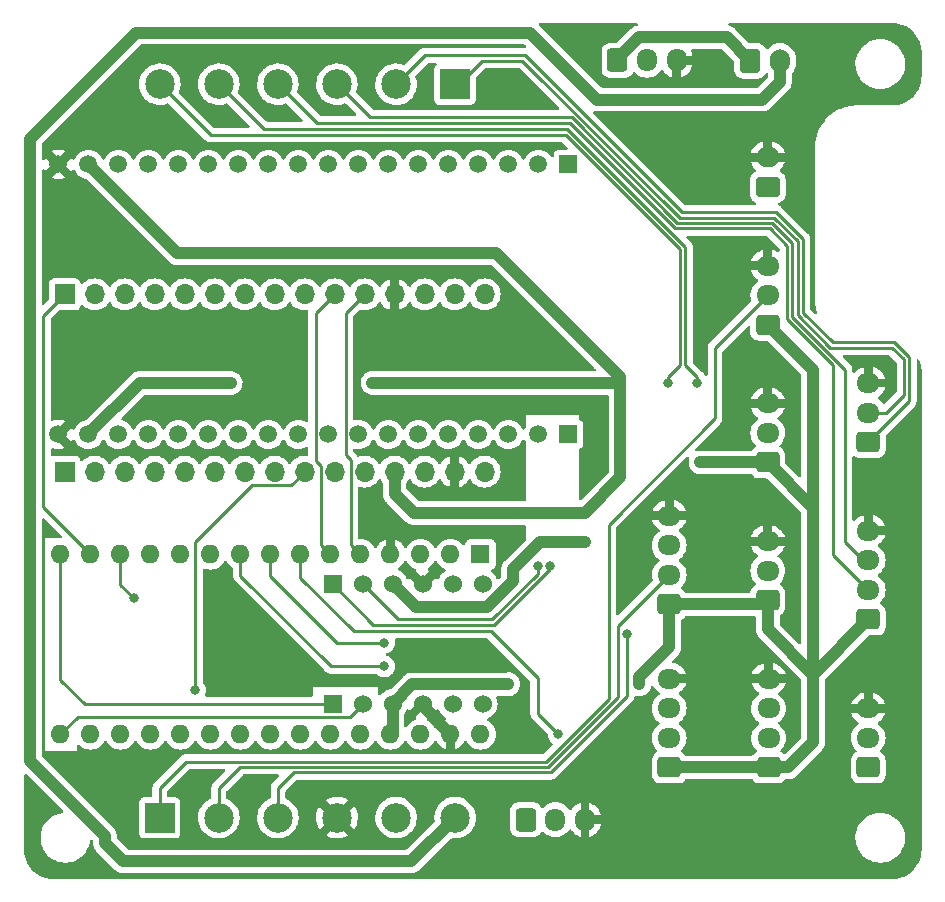
<source format=gbr>
%TF.GenerationSoftware,KiCad,Pcbnew,(6.0.4)*%
%TF.CreationDate,2022-09-17T14:54:46+01:00*%
%TF.ProjectId,eChook Wireless Board,6543686f-6f6b-4205-9769-72656c657373,rev?*%
%TF.SameCoordinates,Original*%
%TF.FileFunction,Copper,L1,Top*%
%TF.FilePolarity,Positive*%
%FSLAX46Y46*%
G04 Gerber Fmt 4.6, Leading zero omitted, Abs format (unit mm)*
G04 Created by KiCad (PCBNEW (6.0.4)) date 2022-09-17 14:54:46*
%MOMM*%
%LPD*%
G01*
G04 APERTURE LIST*
G04 Aperture macros list*
%AMRoundRect*
0 Rectangle with rounded corners*
0 $1 Rounding radius*
0 $2 $3 $4 $5 $6 $7 $8 $9 X,Y pos of 4 corners*
0 Add a 4 corners polygon primitive as box body*
4,1,4,$2,$3,$4,$5,$6,$7,$8,$9,$2,$3,0*
0 Add four circle primitives for the rounded corners*
1,1,$1+$1,$2,$3*
1,1,$1+$1,$4,$5*
1,1,$1+$1,$6,$7*
1,1,$1+$1,$8,$9*
0 Add four rect primitives between the rounded corners*
20,1,$1+$1,$2,$3,$4,$5,0*
20,1,$1+$1,$4,$5,$6,$7,0*
20,1,$1+$1,$6,$7,$8,$9,0*
20,1,$1+$1,$8,$9,$2,$3,0*%
G04 Aperture macros list end*
%TA.AperFunction,ComponentPad*%
%ADD10C,1.524000*%
%TD*%
%TA.AperFunction,ComponentPad*%
%ADD11R,1.524000X1.524000*%
%TD*%
%TA.AperFunction,ComponentPad*%
%ADD12RoundRect,0.250000X-0.600000X-0.725000X0.600000X-0.725000X0.600000X0.725000X-0.600000X0.725000X0*%
%TD*%
%TA.AperFunction,ComponentPad*%
%ADD13O,1.700000X1.950000*%
%TD*%
%TA.AperFunction,ComponentPad*%
%ADD14R,2.500000X2.500000*%
%TD*%
%TA.AperFunction,ComponentPad*%
%ADD15C,2.500000*%
%TD*%
%TA.AperFunction,ComponentPad*%
%ADD16R,1.498600X1.498600*%
%TD*%
%TA.AperFunction,ComponentPad*%
%ADD17C,1.498600*%
%TD*%
%TA.AperFunction,ComponentPad*%
%ADD18RoundRect,0.250000X-0.600000X-0.750000X0.600000X-0.750000X0.600000X0.750000X-0.600000X0.750000X0*%
%TD*%
%TA.AperFunction,ComponentPad*%
%ADD19O,1.700000X2.000000*%
%TD*%
%TA.AperFunction,ComponentPad*%
%ADD20RoundRect,0.250000X0.725000X-0.600000X0.725000X0.600000X-0.725000X0.600000X-0.725000X-0.600000X0*%
%TD*%
%TA.AperFunction,ComponentPad*%
%ADD21O,1.950000X1.700000*%
%TD*%
%TA.AperFunction,ComponentPad*%
%ADD22R,1.600000X1.600000*%
%TD*%
%TA.AperFunction,ComponentPad*%
%ADD23O,1.600000X1.600000*%
%TD*%
%TA.AperFunction,ComponentPad*%
%ADD24RoundRect,0.250000X0.750000X-0.600000X0.750000X0.600000X-0.750000X0.600000X-0.750000X-0.600000X0*%
%TD*%
%TA.AperFunction,ComponentPad*%
%ADD25O,2.000000X1.700000*%
%TD*%
%TA.AperFunction,ComponentPad*%
%ADD26R,1.700000X1.700000*%
%TD*%
%TA.AperFunction,ComponentPad*%
%ADD27O,1.700000X1.700000*%
%TD*%
%TA.AperFunction,ViaPad*%
%ADD28C,0.800000*%
%TD*%
%TA.AperFunction,Conductor*%
%ADD29C,0.250000*%
%TD*%
%TA.AperFunction,Conductor*%
%ADD30C,1.000000*%
%TD*%
G04 APERTURE END LIST*
D10*
%TO.P,U1,GND_1,GND*%
%TO.N,GND*%
X151743700Y-121180000D03*
%TO.P,U1,GND_2,GND*%
X151743700Y-111020000D03*
%TO.P,U1,HV,HV*%
%TO.N,+5V*%
X149203700Y-121180000D03*
D11*
%TO.P,U1,HV1,HV1*%
%TO.N,TX_HIGH*%
X144123700Y-121180000D03*
D10*
%TO.P,U1,HV2,HV2*%
%TO.N,RX_HIGH*%
X146663700Y-121180000D03*
%TO.P,U1,HV3,HV3*%
%TO.N,unconnected-(U1-PadHV3)*%
X154283700Y-121180000D03*
%TO.P,U1,HV4,HV4*%
%TO.N,unconnected-(U1-PadHV4)*%
X156823700Y-121180000D03*
%TO.P,U1,LV,LV*%
%TO.N,+3V3*%
X149203700Y-111020000D03*
D11*
%TO.P,U1,LV1,LV1*%
%TO.N,RX_LOW*%
X144123700Y-111020000D03*
D10*
%TO.P,U1,LV2,LV2*%
%TO.N,TX_LOW*%
X146663700Y-111020000D03*
%TO.P,U1,LV3,LV3*%
%TO.N,unconnected-(U1-PadLV3)*%
X154283700Y-111020000D03*
%TO.P,U1,LV4,LV4*%
%TO.N,unconnected-(U1-PadLV4)*%
X156823700Y-111020000D03*
%TD*%
D12*
%TO.P,J18,1,1*%
%TO.N,MODE_INPUT_1*%
X160500000Y-130975000D03*
D13*
%TO.P,J18,2,2*%
%TO.N,MODE_INPUT_2*%
X163000000Y-130975000D03*
%TO.P,J18,3,3*%
%TO.N,GND*%
X165500000Y-130975000D03*
%TD*%
D14*
%TO.P,J17,1,Pin_1*%
%TO.N,TEMP2_B2B*%
X154500000Y-68700000D03*
D15*
%TO.P,J17,2,Pin_2*%
%TO.N,TEMP1_B2B*%
X149500000Y-68700000D03*
%TO.P,J17,3,Pin_3*%
%TO.N,SCREEN_SWITCH_B2B*%
X144500000Y-68700000D03*
%TO.P,J17,4,Pin_4*%
%TO.N,RACE_START_B2B*%
X139500000Y-68700000D03*
%TO.P,J17,5,Pin_5*%
%TO.N,MRPM_B2B*%
X134500000Y-68700000D03*
%TO.P,J17,6,Pin_6*%
%TO.N,WRPM_B2B*%
X129500000Y-68700000D03*
%TD*%
D14*
%TO.P,J16,1,Pin_1*%
%TO.N,THROTTLE_B2B*%
X129500000Y-130800000D03*
D15*
%TO.P,J16,2,Pin_2*%
%TO.N,CREF_B2B*%
X134500000Y-130800000D03*
%TO.P,J16,3,Pin_3*%
%TO.N,CSENSE_B2B*%
X139500000Y-130800000D03*
%TO.P,J16,4,Pin_4*%
%TO.N,GND*%
X144500000Y-130800000D03*
%TO.P,J16,5,Pin_5*%
%TO.N,12_B2B*%
X149500000Y-130800000D03*
%TO.P,J16,6,Pin_6*%
%TO.N,24_B2B*%
X154500000Y-130800000D03*
%TD*%
D16*
%TO.P,U2,1,GPIO21*%
%TO.N,unconnected-(U2-Pad1)*%
X164100000Y-75500000D03*
D17*
%TO.P,U2,2,GPIO13*%
%TO.N,unconnected-(U2-Pad2)*%
X161560000Y-75500000D03*
%TO.P,U2,3,GPIO12*%
%TO.N,unconnected-(U2-Pad3)*%
X159020000Y-75500000D03*
%TO.P,U2,4,GPIO14*%
%TO.N,unconnected-(U2-Pad4)*%
X156480000Y-75500000D03*
%TO.P,U2,5,GPIO27*%
%TO.N,unconnected-(U2-Pad5)*%
X153940000Y-75500000D03*
%TO.P,U2,6,GPIO26*%
%TO.N,unconnected-(U2-Pad6)*%
X151400000Y-75500000D03*
%TO.P,U2,7,GPIO25*%
%TO.N,unconnected-(U2-Pad7)*%
X148860000Y-75500000D03*
%TO.P,U2,8,GPIO33*%
%TO.N,unconnected-(U2-Pad8)*%
X146320000Y-75500000D03*
%TO.P,U2,9,GPIO32*%
%TO.N,unconnected-(U2-Pad9)*%
X143780000Y-75500000D03*
%TO.P,U2,10,GPIO35*%
%TO.N,unconnected-(U2-Pad10)*%
X141240000Y-75500000D03*
%TO.P,U2,11,GPIO34*%
%TO.N,unconnected-(U2-Pad11)*%
X138700000Y-75500000D03*
%TO.P,U2,12,GPIO39*%
%TO.N,unconnected-(U2-Pad12)*%
X136160000Y-75500000D03*
%TO.P,U2,13,GPIO38*%
%TO.N,unconnected-(U2-Pad13)*%
X133620000Y-75500000D03*
%TO.P,U2,14,GPIO37*%
%TO.N,unconnected-(U2-Pad14)*%
X131080000Y-75500000D03*
%TO.P,U2,15,GPIO36*%
%TO.N,unconnected-(U2-Pad15)*%
X128540000Y-75500000D03*
%TO.P,U2,16,3V3*%
%TO.N,+3V3*%
X126000000Y-75500000D03*
%TO.P,U2,17,5V*%
%TO.N,+5V*%
X123460000Y-75500000D03*
%TO.P,U2,18,GND*%
%TO.N,GND*%
X120920000Y-75500000D03*
%TO.P,U2,19,GND*%
X120920000Y-98360000D03*
%TO.P,U2,20,5V*%
%TO.N,+5V*%
X123460000Y-98360000D03*
%TO.P,U2,21,3V3*%
%TO.N,unconnected-(U2-Pad21)*%
X126000000Y-98360000D03*
%TO.P,U2,22,GND*%
%TO.N,unconnected-(U2-Pad22)*%
X128540000Y-98360000D03*
%TO.P,U2,23,RX*%
%TO.N,unconnected-(U2-Pad23)*%
X131080000Y-98360000D03*
%TO.P,U2,24,TX*%
%TO.N,unconnected-(U2-Pad24)*%
X133620000Y-98360000D03*
%TO.P,U2,25,RST*%
%TO.N,unconnected-(U2-Pad25)*%
X136160000Y-98360000D03*
%TO.P,U2,26,GPIO0*%
%TO.N,unconnected-(U2-Pad26)*%
X138700000Y-98360000D03*
%TO.P,U2,27,GPIO22*%
%TO.N,unconnected-(U2-Pad27)*%
X141240000Y-98360000D03*
%TO.P,U2,28,GPIO19*%
%TO.N,unconnected-(U2-Pad28)*%
X143780000Y-98360000D03*
%TO.P,U2,29,GPIO23*%
%TO.N,unconnected-(U2-Pad29)*%
X146320000Y-98360000D03*
%TO.P,U2,30,GPIO18*%
%TO.N,unconnected-(U2-Pad30)*%
X148860000Y-98360000D03*
%TO.P,U2,31,GPIO5*%
%TO.N,unconnected-(U2-Pad31)*%
X151400000Y-98360000D03*
%TO.P,U2,32,GPIO15*%
%TO.N,unconnected-(U2-Pad32)*%
X153940000Y-98360000D03*
%TO.P,U2,33,GPIO2*%
%TO.N,unconnected-(U2-Pad33)*%
X156480000Y-98360000D03*
%TO.P,U2,34,GPIO4*%
%TO.N,unconnected-(U2-Pad34)*%
X159020000Y-98360000D03*
%TO.P,U2,35,GPIO17*%
%TO.N,TX_LOW*%
X161560000Y-98360000D03*
D16*
%TO.P,U2,36,GPIO16*%
%TO.N,RX_LOW*%
X164100000Y-98360000D03*
%TD*%
D18*
%TO.P,J2,1,1*%
%TO.N,/+24V_ISOLATED*%
X179500000Y-66725000D03*
D19*
%TO.P,J2,2,2*%
%TO.N,24_B2B*%
X182000000Y-66725000D03*
%TD*%
D20*
%TO.P,J12,1,1*%
%TO.N,RACE_SWITCH*%
X189475000Y-126550000D03*
D21*
%TO.P,J12,2,2*%
%TO.N,TELEMETRY_SWITCH*%
X189475000Y-124050000D03*
%TO.P,J12,3,3*%
%TO.N,GND*%
X189475000Y-121550000D03*
%TD*%
D20*
%TO.P,J14,1,1*%
%TO.N,TEMP1_B2B*%
X189475000Y-99000000D03*
D21*
%TO.P,J14,2,2*%
%TO.N,TEMP2_B2B*%
X189475000Y-96500000D03*
%TO.P,J14,3,3*%
%TO.N,GND*%
X189475000Y-94000000D03*
%TD*%
D20*
%TO.P,J6,1,1*%
%TO.N,+5V*%
X172625000Y-126550000D03*
D21*
%TO.P,J6,2,2*%
%TO.N,SDA*%
X172625000Y-124050000D03*
%TO.P,J6,3,3*%
%TO.N,SCL*%
X172625000Y-121550000D03*
%TO.P,J6,4,4*%
%TO.N,GND*%
X172625000Y-119050000D03*
%TD*%
D20*
%TO.P,J15,1,1*%
%TO.N,+5V*%
X189475000Y-114025000D03*
D21*
%TO.P,J15,2,2*%
%TO.N,RACE_START_B2B*%
X189475000Y-111525000D03*
%TO.P,J15,3,3*%
%TO.N,SCREEN_SWITCH_B2B*%
X189475000Y-109025000D03*
%TO.P,J15,4,4*%
%TO.N,GND*%
X189475000Y-106525000D03*
%TD*%
D20*
%TO.P,J10,1,1*%
%TO.N,+5V*%
X180975000Y-112387500D03*
D21*
%TO.P,J10,2,2*%
%TO.N,WRPM_B2B*%
X180975000Y-109887500D03*
%TO.P,J10,3,3*%
%TO.N,GND*%
X180975000Y-107387500D03*
%TD*%
D22*
%TO.P,A1,1,D1/TX*%
%TO.N,BT_OUT*%
X156650000Y-108500000D03*
D23*
%TO.P,A1,2,D0/RX*%
%TO.N,BT_IN*%
X154110000Y-108500000D03*
%TO.P,A1,3,~{RESET}*%
%TO.N,unconnected-(A1-Pad3)*%
X151570000Y-108500000D03*
%TO.P,A1,4,GND*%
%TO.N,GND*%
X149030000Y-108500000D03*
%TO.P,A1,5,D2*%
%TO.N,MOTOR_RPM*%
X146490000Y-108500000D03*
%TO.P,A1,6,D3*%
%TO.N,WHEEL_RPM*%
X143950000Y-108500000D03*
%TO.P,A1,7,D4*%
%TO.N,RACE_SWITCH*%
X141410000Y-108500000D03*
%TO.P,A1,8,D5*%
%TO.N,MOTOR_PWM*%
X138870000Y-108500000D03*
%TO.P,A1,9,D6*%
%TO.N,TELEMETRY_SWITCH*%
X136330000Y-108500000D03*
%TO.P,A1,10,D7*%
%TO.N,BRAKE*%
X133790000Y-108500000D03*
%TO.P,A1,11,D8*%
%TO.N,RACE_START*%
X131250000Y-108500000D03*
%TO.P,A1,12,D9*%
%TO.N,MODE_INPUT_1*%
X128710000Y-108500000D03*
%TO.P,A1,13,D10*%
%TO.N,MODE_INPUT_2*%
X126170000Y-108500000D03*
%TO.P,A1,14,D11*%
%TO.N,SCREEN_SWITCH*%
X123630000Y-108500000D03*
%TO.P,A1,15,D12*%
%TO.N,TX_HIGH*%
X121090000Y-108500000D03*
%TO.P,A1,16,D13*%
%TO.N,RX_HIGH*%
X121090000Y-123740000D03*
%TO.P,A1,17,3V3*%
%TO.N,unconnected-(A1-Pad17)*%
X123630000Y-123740000D03*
%TO.P,A1,18,AREF*%
%TO.N,unconnected-(A1-Pad18)*%
X126170000Y-123740000D03*
%TO.P,A1,19,A0*%
%TO.N,BATT_T*%
X128710000Y-123740000D03*
%TO.P,A1,20,A1*%
%TO.N,TEMP_1*%
X131250000Y-123740000D03*
%TO.P,A1,21,A2*%
%TO.N,CURRENT*%
X133790000Y-123740000D03*
%TO.P,A1,22,A3*%
%TO.N,THROTTLE*%
X136330000Y-123740000D03*
%TO.P,A1,23,A4*%
%TO.N,SDA*%
X138870000Y-123740000D03*
%TO.P,A1,24,A5*%
%TO.N,SCL*%
X141410000Y-123740000D03*
%TO.P,A1,25,A6*%
%TO.N,TEMP_2*%
X143950000Y-123740000D03*
%TO.P,A1,26,A7*%
%TO.N,BATT_1*%
X146490000Y-123740000D03*
%TO.P,A1,27,+5V*%
%TO.N,+5V*%
X149030000Y-123740000D03*
%TO.P,A1,28,~{RESET}*%
%TO.N,unconnected-(A1-Pad28)*%
X151570000Y-123740000D03*
%TO.P,A1,29,GND*%
%TO.N,GND*%
X154110000Y-123740000D03*
%TO.P,A1,30,VIN*%
%TO.N,unconnected-(A1-Pad30)*%
X156650000Y-123740000D03*
%TD*%
D20*
%TO.P,J8,1,1*%
%TO.N,+5V*%
X181050000Y-126550000D03*
D21*
%TO.P,J8,2,2*%
%TO.N,SDA*%
X181050000Y-124050000D03*
%TO.P,J8,3,3*%
%TO.N,SCL*%
X181050000Y-121550000D03*
%TO.P,J8,4,4*%
%TO.N,GND*%
X181050000Y-119050000D03*
%TD*%
D24*
%TO.P,J3,1,1*%
%TO.N,MOTOR_PWM*%
X180975000Y-77400000D03*
D25*
%TO.P,J3,2,2*%
%TO.N,GND*%
X180975000Y-74900000D03*
%TD*%
D20*
%TO.P,J9,1,1*%
%TO.N,+5V*%
X180975000Y-100725000D03*
D21*
%TO.P,J9,2,2*%
%TO.N,MRPM_B2B*%
X180975000Y-98225000D03*
%TO.P,J9,3,3*%
%TO.N,GND*%
X180975000Y-95725000D03*
%TD*%
D20*
%TO.P,J5,1,1*%
%TO.N,+5V*%
X180975000Y-89062500D03*
D21*
%TO.P,J5,2,2*%
%TO.N,THROTTLE_B2B*%
X180975000Y-86562500D03*
%TO.P,J5,3,3*%
%TO.N,GND*%
X180975000Y-84062500D03*
%TD*%
D12*
%TO.P,J1,1,1*%
%TO.N,/+24V_ISOLATED*%
X168250000Y-66675000D03*
D13*
%TO.P,J1,2,2*%
%TO.N,12_B2B*%
X170750000Y-66675000D03*
%TO.P,J1,3,3*%
%TO.N,GND*%
X173250000Y-66675000D03*
%TD*%
D20*
%TO.P,J13,1,1*%
%TO.N,+5V*%
X172625000Y-112750000D03*
D21*
%TO.P,J13,2,2*%
%TO.N,CREF_B2B*%
X172625000Y-110250000D03*
%TO.P,J13,3,3*%
%TO.N,CSENSE_B2B*%
X172625000Y-107750000D03*
%TO.P,J13,4,4*%
%TO.N,GND*%
X172625000Y-105250000D03*
%TD*%
D26*
%TO.P,J7,1,Pin_1*%
%TO.N,SCREEN_SWITCH*%
X121440800Y-86498900D03*
D27*
%TO.P,J7,2,Pin_2*%
%TO.N,unconnected-(J7-Pad2)*%
X123980800Y-86498900D03*
%TO.P,J7,3,Pin_3*%
%TO.N,unconnected-(J7-Pad3)*%
X126520800Y-86498900D03*
%TO.P,J7,4,Pin_4*%
%TO.N,unconnected-(J7-Pad4)*%
X129060800Y-86498900D03*
%TO.P,J7,5,Pin_5*%
%TO.N,RACE_START*%
X131600800Y-86498900D03*
%TO.P,J7,6,Pin_6*%
%TO.N,BRAKE*%
X134140800Y-86498900D03*
%TO.P,J7,7,Pin_7*%
%TO.N,unconnected-(J7-Pad7)*%
X136680800Y-86498900D03*
%TO.P,J7,8,Pin_8*%
%TO.N,unconnected-(J7-Pad8)*%
X139220800Y-86498900D03*
%TO.P,J7,9,Pin_9*%
%TO.N,unconnected-(J7-Pad9)*%
X141760800Y-86498900D03*
%TO.P,J7,10,Pin_10*%
%TO.N,WHEEL_RPM*%
X144300800Y-86498900D03*
%TO.P,J7,11,Pin_11*%
%TO.N,MOTOR_RPM*%
X146840800Y-86498900D03*
%TO.P,J7,12,Pin_12*%
%TO.N,GND*%
X149380800Y-86498900D03*
%TO.P,J7,13,Pin_13*%
%TO.N,unconnected-(J7-Pad13)*%
X151920800Y-86498900D03*
%TO.P,J7,14,Pin_14*%
%TO.N,BT_IN*%
X154460800Y-86498900D03*
%TO.P,J7,15,Pin_15*%
%TO.N,BT_OUT*%
X157000800Y-86498900D03*
%TD*%
D26*
%TO.P,J4,1,Pin_1*%
%TO.N,unconnected-(J4-Pad1)*%
X121440800Y-101499800D03*
D27*
%TO.P,J4,2,Pin_2*%
%TO.N,unconnected-(J4-Pad2)*%
X123980800Y-101499800D03*
%TO.P,J4,3,Pin_3*%
%TO.N,unconnected-(J4-Pad3)*%
X126520800Y-101499800D03*
%TO.P,J4,4,Pin_4*%
%TO.N,BATT_T*%
X129060800Y-101499800D03*
%TO.P,J4,5,Pin_5*%
%TO.N,unconnected-(J4-Pad5)*%
X131600800Y-101499800D03*
%TO.P,J4,6,Pin_6*%
%TO.N,CURRENT*%
X134140800Y-101499800D03*
%TO.P,J4,7,Pin_7*%
%TO.N,THROTTLE*%
X136680800Y-101499800D03*
%TO.P,J4,8,Pin_8*%
%TO.N,TEMP_2*%
X139220800Y-101499800D03*
%TO.P,J4,9,Pin_9*%
%TO.N,TEMP_1*%
X141760800Y-101499800D03*
%TO.P,J4,10,Pin_10*%
%TO.N,unconnected-(J4-Pad10)*%
X144300800Y-101499800D03*
%TO.P,J4,11,Pin_11*%
%TO.N,BATT_1*%
X146840800Y-101499800D03*
%TO.P,J4,12,Pin_12*%
%TO.N,+5V*%
X149380800Y-101499800D03*
%TO.P,J4,13,Pin_13*%
%TO.N,unconnected-(J4-Pad13)*%
X151920800Y-101499800D03*
%TO.P,J4,14,Pin_14*%
%TO.N,GND*%
X154460800Y-101499800D03*
%TO.P,J4,15,Pin_15*%
%TO.N,unconnected-(J4-Pad15)*%
X157000800Y-101499800D03*
%TD*%
D28*
%TO.N,GND*%
X159000000Y-107700000D03*
X160000000Y-106700000D03*
X160000000Y-123200000D03*
X159000000Y-123200000D03*
X160000000Y-122200000D03*
X159000000Y-122200000D03*
X147996758Y-105686318D03*
X147000000Y-105700000D03*
X148000000Y-104700000D03*
X147000000Y-104700000D03*
X149500000Y-90700000D03*
X150500000Y-90700000D03*
X150500000Y-89700000D03*
X149500000Y-89700000D03*
X123500000Y-92200000D03*
X124500000Y-92200000D03*
X124500000Y-91200000D03*
X123500000Y-91200000D03*
X125500000Y-130200000D03*
X126500000Y-130200000D03*
X126500000Y-129200000D03*
X125500000Y-129200000D03*
X124000000Y-72700000D03*
X123000000Y-72700000D03*
X124000000Y-71700000D03*
X123000000Y-71700000D03*
X177000000Y-66200000D03*
X176000000Y-66200000D03*
X177000000Y-68200000D03*
X176000000Y-68200000D03*
X177000000Y-67200000D03*
X176000000Y-67200000D03*
X179500000Y-92200000D03*
X180500000Y-92200000D03*
X181500000Y-92200000D03*
X177000000Y-85200000D03*
X177000000Y-83200000D03*
X177000000Y-84200000D03*
X192000000Y-117700000D03*
X190500000Y-117700000D03*
X189000000Y-117700000D03*
X192000000Y-102700000D03*
X190500000Y-102700000D03*
X189000000Y-102700000D03*
X169000000Y-134200000D03*
X169000000Y-132700000D03*
X169000000Y-131200000D03*
X174500000Y-110000000D03*
X174500000Y-111000000D03*
X175500000Y-115500000D03*
X174500000Y-114500000D03*
X175500000Y-110000000D03*
X175500000Y-114500000D03*
X174500000Y-115500000D03*
X175500000Y-111000000D03*
%TO.N,RACE_SWITCH*%
X163250000Y-123750000D03*
%TO.N,MOTOR_PWM*%
X148500000Y-116000000D03*
%TO.N,TELEMETRY_SWITCH*%
X148500000Y-118000000D03*
%TO.N,MODE_INPUT_2*%
X127294511Y-112205489D03*
%TO.N,TEMP_1*%
X132500000Y-120000000D03*
%TO.N,+5V*%
X168500000Y-94000000D03*
X170000000Y-119500000D03*
X175275000Y-100725000D03*
X159000000Y-119500000D03*
X147500000Y-94000000D03*
X135500000Y-94000000D03*
%TO.N,MRPM_B2B*%
X175000000Y-94000000D03*
%TO.N,WRPM_B2B*%
X172500000Y-94000000D03*
%TO.N,CSENSE_B2B*%
X169065665Y-115267746D03*
%TO.N,+3V3*%
X165500000Y-107500000D03*
%TO.N,RX_LOW*%
X162500000Y-109500000D03*
%TO.N,TX_LOW*%
X161500000Y-109500000D03*
%TD*%
D29*
%TO.N,RACE_SWITCH*%
X145930678Y-115000000D02*
X157500000Y-115000000D01*
X141410000Y-108500000D02*
X141410000Y-110479322D01*
X161500000Y-119000000D02*
X161500000Y-122000000D01*
X141410000Y-110479322D02*
X145930678Y-115000000D01*
X161500000Y-122000000D02*
X163250000Y-123750000D01*
X157500000Y-115000000D02*
X161500000Y-119000000D01*
%TO.N,WRPM_B2B*%
X133800000Y-73000000D02*
X129500000Y-68700000D01*
X163864282Y-73000000D02*
X133800000Y-73000000D01*
%TO.N,MRPM_B2B*%
X163933798Y-72500000D02*
X138300000Y-72500000D01*
X174000000Y-82500000D02*
X163966899Y-72466899D01*
X174000000Y-92500000D02*
X174000000Y-82500000D01*
X175000000Y-93500000D02*
X174000000Y-92500000D01*
X138300000Y-72500000D02*
X134500000Y-68700000D01*
X175000000Y-94000000D02*
X175000000Y-93500000D01*
X163966899Y-72466899D02*
X163933798Y-72500000D01*
%TO.N,RACE_START_B2B*%
X142817379Y-72017379D02*
X139500000Y-68700000D01*
X164245943Y-72017379D02*
X142817379Y-72017379D01*
%TO.N,SCREEN_SWITCH_B2B*%
X147300000Y-71500000D02*
X144500000Y-68700000D01*
X164364282Y-71500000D02*
X147300000Y-71500000D01*
X173313803Y-80449520D02*
X164364282Y-71500000D01*
X183050480Y-88414762D02*
X183050480Y-82186198D01*
X187500000Y-92864282D02*
X183050480Y-88414762D01*
X183050480Y-82186198D02*
X181313802Y-80449520D01*
X187500000Y-107500000D02*
X187500000Y-92864282D01*
X181313802Y-80449520D02*
X173313803Y-80449520D01*
X189025000Y-109025000D02*
X187500000Y-107500000D01*
X189475000Y-109025000D02*
X189025000Y-109025000D01*
%TO.N,WRPM_B2B*%
X173550480Y-82686198D02*
X163864282Y-73000000D01*
X173550480Y-92449520D02*
X173550480Y-82686198D01*
X172500000Y-93500000D02*
X173550480Y-92449520D01*
X172500000Y-94000000D02*
X172500000Y-93500000D01*
%TO.N,TEMP1_B2B*%
X151949220Y-66250780D02*
X149500000Y-68700000D01*
X160386498Y-66250780D02*
X151949220Y-66250780D01*
%TO.N,TEMP2_B2B*%
X154800000Y-68700000D02*
X154500000Y-68700000D01*
X156799700Y-66700300D02*
X154800000Y-68700000D01*
X160200300Y-66700300D02*
X156799700Y-66700300D01*
X173500000Y-80000000D02*
X160200300Y-66700300D01*
X181500000Y-80000000D02*
X173500000Y-80000000D01*
X183500000Y-82000000D02*
X181500000Y-80000000D01*
X183500000Y-88228564D02*
X183500000Y-82000000D01*
X191500000Y-91000000D02*
X186271436Y-91000000D01*
X192500000Y-95000000D02*
X192500000Y-92000000D01*
X191000000Y-96500000D02*
X192500000Y-95000000D01*
X192500000Y-92000000D02*
X191500000Y-91000000D01*
X186271436Y-91000000D02*
X183500000Y-88228564D01*
X189475000Y-96500000D02*
X191000000Y-96500000D01*
%TO.N,CSENSE_B2B*%
X139500000Y-128300000D02*
X139500000Y-130800000D01*
X140840000Y-126960000D02*
X139500000Y-128300000D01*
%TO.N,CREF_B2B*%
X134500000Y-128300000D02*
X134500000Y-130800000D01*
X136289520Y-126510480D02*
X134500000Y-128300000D01*
%TO.N,THROTTLE_B2B*%
X129500000Y-128300000D02*
X129500000Y-130800000D01*
X131739040Y-126060960D02*
X129500000Y-128300000D01*
D30*
%TO.N,24_B2B*%
X150800000Y-134500000D02*
X154500000Y-130800000D01*
X126400978Y-134500000D02*
X150800000Y-134500000D01*
X124850489Y-132949511D02*
X126400978Y-134500000D01*
X124850489Y-132350489D02*
X124850489Y-132949511D01*
X160835269Y-64335269D02*
X127487457Y-64335269D01*
X166500000Y-70000000D02*
X160835269Y-64335269D01*
X118500000Y-126000000D02*
X124850489Y-132350489D01*
X180500000Y-70000000D02*
X166500000Y-70000000D01*
X182000000Y-68500000D02*
X180500000Y-70000000D01*
X127487457Y-64335269D02*
X118500000Y-73322726D01*
X182000000Y-66725000D02*
X182000000Y-68500000D01*
X118500000Y-73322726D02*
X118500000Y-126000000D01*
D29*
%TO.N,RACE_START_B2B*%
X172364282Y-80135718D02*
X164245943Y-72017379D01*
X182600960Y-88600960D02*
X182600960Y-82372396D01*
X173127605Y-80899040D02*
X172364282Y-80135718D01*
X186500000Y-108550000D02*
X186500000Y-92500000D01*
X186500000Y-92500000D02*
X182600960Y-88600960D01*
X189475000Y-111525000D02*
X186500000Y-108550000D01*
X181127604Y-80899040D02*
X173127605Y-80899040D01*
X182600960Y-82372396D02*
X181127604Y-80899040D01*
%TO.N,TEMP1_B2B*%
X173686198Y-79550480D02*
X160386498Y-66250780D01*
X183949520Y-81813802D02*
X181686198Y-79550480D01*
X186457634Y-90550480D02*
X183949520Y-88042366D01*
X191686197Y-90550480D02*
X186457634Y-90550480D01*
X192949520Y-91813803D02*
X191686197Y-90550480D01*
X183949520Y-88042366D02*
X183949520Y-81813802D01*
X192949520Y-95525480D02*
X192949520Y-91813803D01*
X181686198Y-79550480D02*
X173686198Y-79550480D01*
X189475000Y-99000000D02*
X192949520Y-95525480D01*
%TO.N,THROTTLE_B2B*%
X162213322Y-126060960D02*
X131739040Y-126060960D01*
X167500000Y-106000000D02*
X167500000Y-120774282D01*
X176500000Y-97000000D02*
X167500000Y-106000000D01*
X176500000Y-91037500D02*
X176500000Y-97000000D01*
X167500000Y-120774282D02*
X162213322Y-126060960D01*
X180975000Y-86562500D02*
X176500000Y-91037500D01*
%TO.N,CREF_B2B*%
X162399520Y-126510480D02*
X136289520Y-126510480D01*
X168300000Y-114575000D02*
X168300000Y-120610000D01*
X168300000Y-120610000D02*
X162399520Y-126510480D01*
X172625000Y-110250000D02*
X168300000Y-114575000D01*
%TO.N,CSENSE_B2B*%
X169065665Y-120480053D02*
X162585717Y-126960000D01*
X169065665Y-115267746D02*
X169065665Y-120480053D01*
X162585717Y-126960000D02*
X140840000Y-126960000D01*
D30*
%TO.N,GND*%
X151743700Y-121373700D02*
X154110000Y-123740000D01*
X151743700Y-121180000D02*
X151743700Y-121373700D01*
D29*
%TO.N,MOTOR_RPM*%
X145666289Y-107676289D02*
X145666289Y-100516289D01*
X145246189Y-88093511D02*
X146840800Y-86498900D01*
X146490000Y-108500000D02*
X145666289Y-107676289D01*
X145666289Y-100516289D02*
X145246189Y-100096189D01*
X145246189Y-100096189D02*
X145246189Y-88093511D01*
%TO.N,WHEEL_RPM*%
X142706189Y-88093511D02*
X142706189Y-100593201D01*
X142706189Y-100593201D02*
X143126289Y-101013301D01*
X144300800Y-86498900D02*
X142706189Y-88093511D01*
X143126289Y-107676289D02*
X143950000Y-108500000D01*
X143126289Y-101013301D02*
X143126289Y-107676289D01*
%TO.N,MOTOR_PWM*%
X144500000Y-116000000D02*
X138870000Y-110370000D01*
X138870000Y-110370000D02*
X138870000Y-108500000D01*
X148500000Y-116000000D02*
X144500000Y-116000000D01*
%TO.N,TELEMETRY_SWITCH*%
X148500000Y-118000000D02*
X144000000Y-118000000D01*
X136330000Y-110330000D02*
X136330000Y-108500000D01*
X144000000Y-118000000D02*
X136330000Y-110330000D01*
%TO.N,MODE_INPUT_2*%
X126170000Y-108500000D02*
X126170000Y-111080978D01*
X126170000Y-111080978D02*
X127294511Y-112205489D01*
%TO.N,SCREEN_SWITCH*%
X121440800Y-86498900D02*
X119646189Y-88293511D01*
X119646189Y-104516189D02*
X123630000Y-108500000D01*
X119646189Y-88293511D02*
X119646189Y-104516189D01*
%TO.N,TX_HIGH*%
X144123700Y-121180000D02*
X123150000Y-121180000D01*
X121090000Y-119120000D02*
X121090000Y-108500000D01*
X123150000Y-121180000D02*
X121090000Y-119120000D01*
%TO.N,RX_HIGH*%
X145577189Y-122266511D02*
X122563489Y-122266511D01*
X146663700Y-121180000D02*
X145577189Y-122266511D01*
X122563489Y-122266511D02*
X121090000Y-123740000D01*
%TO.N,TEMP_1*%
X140586289Y-102674311D02*
X137325689Y-102674311D01*
X132500000Y-107500000D02*
X132500000Y-120000000D01*
X141760800Y-101499800D02*
X140586289Y-102674311D01*
X137325689Y-102674311D02*
X132500000Y-107500000D01*
D30*
%TO.N,+5V*%
X184810000Y-104560000D02*
X184810000Y-118690000D01*
X182680000Y-126550000D02*
X181050000Y-126550000D01*
X135500000Y-94000000D02*
X127820000Y-94000000D01*
X180975000Y-112387500D02*
X180975000Y-114855000D01*
X168500000Y-94000000D02*
X168500000Y-102000000D01*
X180612500Y-112750000D02*
X180975000Y-112387500D01*
X168500000Y-93500000D02*
X168500000Y-94000000D01*
X168500000Y-94000000D02*
X147500000Y-94000000D01*
X184810000Y-92897500D02*
X184810000Y-104560000D01*
X180975000Y-114855000D02*
X184810000Y-118690000D01*
X159000000Y-119500000D02*
X158981511Y-119518489D01*
X172625000Y-112750000D02*
X172625000Y-116375000D01*
X158000000Y-83000000D02*
X168500000Y-93500000D01*
X127820000Y-94000000D02*
X123460000Y-98360000D01*
X150865211Y-119518489D02*
X158981511Y-119518489D01*
X180975000Y-100725000D02*
X175275000Y-100725000D01*
X149203700Y-123566300D02*
X149030000Y-123740000D01*
X180975000Y-89062500D02*
X184810000Y-92897500D01*
X149380800Y-103380800D02*
X149380800Y-101499800D01*
X172625000Y-126550000D02*
X181050000Y-126550000D01*
X123460000Y-75500000D02*
X130960000Y-83000000D01*
X149203700Y-121180000D02*
X150865211Y-119518489D01*
X170090185Y-118909815D02*
X170090185Y-119500000D01*
X165500000Y-105000000D02*
X151000000Y-105000000D01*
X180975000Y-100725000D02*
X184810000Y-104560000D01*
X168500000Y-102000000D02*
X165500000Y-105000000D01*
X189475000Y-114025000D02*
X184810000Y-118690000D01*
X184810000Y-124420000D02*
X182680000Y-126550000D01*
X172625000Y-116375000D02*
X170090185Y-118909815D01*
X184810000Y-118690000D02*
X184810000Y-124420000D01*
X172625000Y-112750000D02*
X180612500Y-112750000D01*
X149203700Y-121180000D02*
X149203700Y-123566300D01*
X130960000Y-83000000D02*
X158000000Y-83000000D01*
X151000000Y-105000000D02*
X149380800Y-103380800D01*
%TO.N,/+24V_ISOLATED*%
X170095806Y-64730000D02*
X177505000Y-64730000D01*
X168250000Y-66575806D02*
X170095806Y-64730000D01*
X177505000Y-64730000D02*
X179500000Y-66725000D01*
X168250000Y-66675000D02*
X168250000Y-66575806D01*
%TO.N,+3V3*%
X151173700Y-112990000D02*
X157203432Y-112990000D01*
X149203700Y-111020000D02*
X151173700Y-112990000D01*
X157203432Y-112990000D02*
X159410000Y-110783432D01*
X161662213Y-107500000D02*
X165500000Y-107500000D01*
X159410000Y-110783432D02*
X159410000Y-109752213D01*
X159410000Y-109752213D02*
X161662213Y-107500000D01*
D29*
%TO.N,RX_LOW*%
X147567740Y-114464040D02*
X157813999Y-114464040D01*
X162500000Y-109778039D02*
X162500000Y-109500000D01*
X144123700Y-111020000D02*
X147567740Y-114464040D01*
X157813999Y-114464040D02*
X162500000Y-109778039D01*
%TO.N,TX_LOW*%
X161500000Y-110142322D02*
X161500000Y-109500000D01*
X146663700Y-111020000D02*
X149658220Y-114014520D01*
X157627802Y-114014520D02*
X161500000Y-110142322D01*
X149658220Y-114014520D02*
X157627802Y-114014520D01*
%TD*%
%TA.AperFunction,Conductor*%
%TO.N,GND*%
G36*
X193783532Y-92023151D02*
G01*
X193815918Y-92066661D01*
X193833948Y-92106721D01*
X193839338Y-92120934D01*
X193900205Y-92316263D01*
X193924602Y-92394555D01*
X193928243Y-92409328D01*
X193979902Y-92691223D01*
X193981736Y-92706327D01*
X193982361Y-92716665D01*
X193995991Y-92941985D01*
X193996981Y-92958356D01*
X193995787Y-92983726D01*
X193995772Y-92984952D01*
X193994391Y-92993823D01*
X193995555Y-93002725D01*
X193995555Y-93002728D01*
X193998436Y-93024756D01*
X193999500Y-93041093D01*
X193999500Y-133451259D01*
X193998000Y-133470643D01*
X193994391Y-133493823D01*
X193995555Y-133502724D01*
X193995555Y-133502730D01*
X193996579Y-133510558D01*
X193997413Y-133534503D01*
X193981736Y-133793674D01*
X193979902Y-133808778D01*
X193928243Y-134090672D01*
X193924602Y-134105445D01*
X193863699Y-134300891D01*
X193839340Y-134379061D01*
X193833946Y-134393284D01*
X193747112Y-134586220D01*
X193716326Y-134654624D01*
X193709255Y-134668097D01*
X193560989Y-134913358D01*
X193552346Y-134925879D01*
X193375603Y-135151476D01*
X193365513Y-135162865D01*
X193162865Y-135365513D01*
X193151476Y-135375603D01*
X192925879Y-135552346D01*
X192913358Y-135560989D01*
X192668097Y-135709255D01*
X192654626Y-135716325D01*
X192393284Y-135833946D01*
X192379066Y-135839338D01*
X192117033Y-135920991D01*
X192105445Y-135924602D01*
X192090672Y-135928243D01*
X191808777Y-135979902D01*
X191793673Y-135981736D01*
X191711929Y-135986681D01*
X191541640Y-135996981D01*
X191516274Y-135995787D01*
X191515048Y-135995772D01*
X191506177Y-135994391D01*
X191497275Y-135995555D01*
X191497272Y-135995555D01*
X191475244Y-135998436D01*
X191458907Y-135999500D01*
X120548741Y-135999500D01*
X120529357Y-135998000D01*
X120515050Y-135995772D01*
X120515047Y-135995772D01*
X120506177Y-135994391D01*
X120497276Y-135995555D01*
X120497270Y-135995555D01*
X120489442Y-135996579D01*
X120465497Y-135997413D01*
X120206326Y-135981736D01*
X120191222Y-135979902D01*
X119909328Y-135928243D01*
X119894555Y-135924602D01*
X119882967Y-135920991D01*
X119620934Y-135839338D01*
X119606716Y-135833946D01*
X119345374Y-135716325D01*
X119331903Y-135709255D01*
X119086642Y-135560989D01*
X119074121Y-135552346D01*
X118848524Y-135375603D01*
X118837135Y-135365513D01*
X118634487Y-135162865D01*
X118624397Y-135151476D01*
X118447654Y-134925879D01*
X118439011Y-134913358D01*
X118290745Y-134668097D01*
X118283674Y-134654624D01*
X118252888Y-134586220D01*
X118166054Y-134393284D01*
X118160660Y-134379061D01*
X118136302Y-134300891D01*
X118075398Y-134105445D01*
X118071757Y-134090672D01*
X118020098Y-133808778D01*
X118018264Y-133793673D01*
X118003239Y-133545272D01*
X118004474Y-133522021D01*
X118004254Y-133522001D01*
X118004689Y-133517152D01*
X118005496Y-133512354D01*
X118005647Y-133500000D01*
X118001773Y-133472949D01*
X118000500Y-133455087D01*
X118000500Y-127219611D01*
X118020502Y-127151490D01*
X118074158Y-127104997D01*
X118144432Y-127094893D01*
X118209012Y-127124387D01*
X118215595Y-127130516D01*
X121285606Y-130200527D01*
X121319632Y-130262839D01*
X121314567Y-130333654D01*
X121272020Y-130390490D01*
X121214600Y-130414049D01*
X121214263Y-130414072D01*
X120933814Y-130472150D01*
X120663842Y-130567752D01*
X120409342Y-130699109D01*
X120405841Y-130701570D01*
X120405837Y-130701572D01*
X120178529Y-130861327D01*
X120178523Y-130861332D01*
X120175024Y-130863791D01*
X120148203Y-130888715D01*
X120008518Y-131018518D01*
X119965224Y-131058749D01*
X119962510Y-131062065D01*
X119962507Y-131062068D01*
X119886872Y-131154476D01*
X119783823Y-131280377D01*
X119634180Y-131524573D01*
X119632453Y-131528507D01*
X119632452Y-131528509D01*
X119521122Y-131782126D01*
X119519062Y-131786818D01*
X119440600Y-132062261D01*
X119400246Y-132345804D01*
X119399643Y-132460962D01*
X119399155Y-132554339D01*
X119398747Y-132632200D01*
X119399306Y-132636444D01*
X119399306Y-132636448D01*
X119409037Y-132710365D01*
X119436129Y-132916149D01*
X119511702Y-133192398D01*
X119513386Y-133196346D01*
X119579464Y-133351262D01*
X119624068Y-133455835D01*
X119771146Y-133701585D01*
X119950215Y-133925100D01*
X119967235Y-133941251D01*
X120140259Y-134105445D01*
X120157962Y-134122245D01*
X120390543Y-134289371D01*
X120643653Y-134423386D01*
X120912610Y-134521810D01*
X121192436Y-134582822D01*
X121231901Y-134585928D01*
X121414597Y-134600307D01*
X121414604Y-134600307D01*
X121417053Y-134600500D01*
X121571992Y-134600500D01*
X121574128Y-134600354D01*
X121574139Y-134600354D01*
X121781460Y-134586220D01*
X121781466Y-134586219D01*
X121785737Y-134585928D01*
X121789932Y-134585059D01*
X121789934Y-134585059D01*
X121925962Y-134556889D01*
X122066186Y-134527850D01*
X122336158Y-134432248D01*
X122590658Y-134300891D01*
X122594159Y-134298430D01*
X122594163Y-134298428D01*
X122821471Y-134138673D01*
X122821477Y-134138668D01*
X122824976Y-134136209D01*
X123034776Y-133941251D01*
X123045575Y-133928058D01*
X123213461Y-133722941D01*
X123216177Y-133719623D01*
X123365820Y-133475427D01*
X123370810Y-133464060D01*
X123479214Y-133217110D01*
X123479215Y-133217106D01*
X123480938Y-133213182D01*
X123559400Y-132937739D01*
X123581607Y-132781705D01*
X123611006Y-132717084D01*
X123670678Y-132678615D01*
X123741674Y-132678513D01*
X123795444Y-132710365D01*
X123813084Y-132728005D01*
X123847110Y-132790317D01*
X123849989Y-132817100D01*
X123849989Y-132933341D01*
X123849940Y-132936860D01*
X123847529Y-133023164D01*
X123848637Y-133029449D01*
X123848638Y-133029459D01*
X123858005Y-133082577D01*
X123859274Y-133091719D01*
X123865369Y-133151727D01*
X123873980Y-133179204D01*
X123877828Y-133194992D01*
X123881716Y-133217046D01*
X123881718Y-133217052D01*
X123882825Y-133223332D01*
X123885175Y-133229267D01*
X123905027Y-133279409D01*
X123908109Y-133288112D01*
X123926151Y-133345683D01*
X123929244Y-133351262D01*
X123940104Y-133370854D01*
X123947056Y-133385560D01*
X123957649Y-133412316D01*
X123985638Y-133455087D01*
X123990675Y-133462785D01*
X123995445Y-133470692D01*
X124018539Y-133512354D01*
X124024692Y-133523455D01*
X124028844Y-133528299D01*
X124043422Y-133545308D01*
X124053185Y-133558311D01*
X124068944Y-133582393D01*
X124073406Y-133587349D01*
X124112318Y-133626261D01*
X124118891Y-133633359D01*
X124156966Y-133677782D01*
X124162003Y-133681689D01*
X124162005Y-133681691D01*
X124181346Y-133696693D01*
X124193215Y-133707158D01*
X125682089Y-135196032D01*
X125684541Y-135198553D01*
X125743859Y-135261280D01*
X125749092Y-135264944D01*
X125749094Y-135264946D01*
X125793275Y-135295882D01*
X125800617Y-135301434D01*
X125847382Y-135339574D01*
X125872895Y-135352912D01*
X125886778Y-135361353D01*
X125910357Y-135377863D01*
X125950396Y-135395189D01*
X125965712Y-135401817D01*
X125974046Y-135405792D01*
X125982832Y-135410385D01*
X126027509Y-135433742D01*
X126033637Y-135435499D01*
X126033644Y-135435502D01*
X126055181Y-135441677D01*
X126070483Y-135447156D01*
X126096897Y-135458586D01*
X126155957Y-135470924D01*
X126164873Y-135473130D01*
X126222891Y-135489767D01*
X126229253Y-135490256D01*
X126229256Y-135490257D01*
X126251591Y-135491975D01*
X126267693Y-135494267D01*
X126291113Y-135499160D01*
X126291117Y-135499161D01*
X126295858Y-135500151D01*
X126300694Y-135500404D01*
X126300698Y-135500405D01*
X126300849Y-135500413D01*
X126300865Y-135500413D01*
X126302517Y-135500500D01*
X126357541Y-135500500D01*
X126367207Y-135500871D01*
X126419193Y-135504871D01*
X126425549Y-135505360D01*
X126431872Y-135504561D01*
X126431883Y-135504561D01*
X126456160Y-135501494D01*
X126471952Y-135500500D01*
X150783830Y-135500500D01*
X150787349Y-135500549D01*
X150867271Y-135502782D01*
X150867274Y-135502782D01*
X150873653Y-135502960D01*
X150879938Y-135501852D01*
X150879948Y-135501851D01*
X150933066Y-135492484D01*
X150942208Y-135491215D01*
X151002216Y-135485120D01*
X151029693Y-135476509D01*
X151045479Y-135472662D01*
X151050002Y-135471864D01*
X151067535Y-135468773D01*
X151067541Y-135468771D01*
X151073821Y-135467664D01*
X151129898Y-135445462D01*
X151138601Y-135442380D01*
X151190085Y-135426246D01*
X151190089Y-135426244D01*
X151196172Y-135424338D01*
X151221342Y-135410385D01*
X151236049Y-135403433D01*
X151240131Y-135401817D01*
X151262805Y-135392840D01*
X151313277Y-135359812D01*
X151321181Y-135355044D01*
X151368363Y-135328891D01*
X151368366Y-135328889D01*
X151373944Y-135325797D01*
X151395797Y-135307067D01*
X151408800Y-135297304D01*
X151428835Y-135284193D01*
X151432882Y-135281545D01*
X151436475Y-135278310D01*
X151436479Y-135278307D01*
X151436604Y-135278194D01*
X151437838Y-135277083D01*
X151476750Y-135238171D01*
X151483848Y-135231598D01*
X151528271Y-135193523D01*
X151547182Y-135169143D01*
X151557647Y-135157274D01*
X152793179Y-133921742D01*
X154082720Y-132632200D01*
X188398747Y-132632200D01*
X188399306Y-132636444D01*
X188399306Y-132636448D01*
X188409037Y-132710365D01*
X188436129Y-132916149D01*
X188511702Y-133192398D01*
X188513386Y-133196346D01*
X188579464Y-133351262D01*
X188624068Y-133455835D01*
X188771146Y-133701585D01*
X188950215Y-133925100D01*
X188967235Y-133941251D01*
X189140259Y-134105445D01*
X189157962Y-134122245D01*
X189390543Y-134289371D01*
X189643653Y-134423386D01*
X189912610Y-134521810D01*
X190192436Y-134582822D01*
X190231901Y-134585928D01*
X190414597Y-134600307D01*
X190414604Y-134600307D01*
X190417053Y-134600500D01*
X190571992Y-134600500D01*
X190574128Y-134600354D01*
X190574139Y-134600354D01*
X190781460Y-134586220D01*
X190781466Y-134586219D01*
X190785737Y-134585928D01*
X190789932Y-134585059D01*
X190789934Y-134585059D01*
X190925962Y-134556889D01*
X191066186Y-134527850D01*
X191336158Y-134432248D01*
X191590658Y-134300891D01*
X191594159Y-134298430D01*
X191594163Y-134298428D01*
X191821471Y-134138673D01*
X191821477Y-134138668D01*
X191824976Y-134136209D01*
X192034776Y-133941251D01*
X192045575Y-133928058D01*
X192213461Y-133722941D01*
X192216177Y-133719623D01*
X192365820Y-133475427D01*
X192370810Y-133464060D01*
X192479214Y-133217110D01*
X192479215Y-133217106D01*
X192480938Y-133213182D01*
X192559400Y-132937739D01*
X192599754Y-132654196D01*
X192600744Y-132465037D01*
X192601231Y-132372086D01*
X192601231Y-132372080D01*
X192601253Y-132367800D01*
X192597798Y-132341552D01*
X192580252Y-132208276D01*
X192563871Y-132083851D01*
X192488298Y-131807602D01*
X192447798Y-131712651D01*
X192377618Y-131548117D01*
X192377616Y-131548113D01*
X192375932Y-131544165D01*
X192228854Y-131298415D01*
X192203314Y-131266535D01*
X192080500Y-131113239D01*
X192049785Y-131074900D01*
X191860628Y-130895396D01*
X191845147Y-130880705D01*
X191845144Y-130880703D01*
X191842038Y-130877755D01*
X191609457Y-130710629D01*
X191356347Y-130576614D01*
X191146538Y-130499835D01*
X191091421Y-130479665D01*
X191091419Y-130479664D01*
X191087390Y-130478190D01*
X190807564Y-130417178D01*
X190764389Y-130413780D01*
X190585403Y-130399693D01*
X190585396Y-130399693D01*
X190582947Y-130399500D01*
X190428008Y-130399500D01*
X190425872Y-130399646D01*
X190425861Y-130399646D01*
X190218540Y-130413780D01*
X190218534Y-130413781D01*
X190214263Y-130414072D01*
X190210068Y-130414941D01*
X190210066Y-130414941D01*
X190074038Y-130443111D01*
X189933814Y-130472150D01*
X189663842Y-130567752D01*
X189409342Y-130699109D01*
X189405841Y-130701570D01*
X189405837Y-130701572D01*
X189178529Y-130861327D01*
X189178523Y-130861332D01*
X189175024Y-130863791D01*
X189148203Y-130888715D01*
X189008518Y-131018518D01*
X188965224Y-131058749D01*
X188962510Y-131062065D01*
X188962507Y-131062068D01*
X188886872Y-131154476D01*
X188783823Y-131280377D01*
X188634180Y-131524573D01*
X188632453Y-131528507D01*
X188632452Y-131528509D01*
X188521122Y-131782126D01*
X188519062Y-131786818D01*
X188440600Y-132062261D01*
X188400246Y-132345804D01*
X188399643Y-132460962D01*
X188399155Y-132554339D01*
X188398747Y-132632200D01*
X154082720Y-132632200D01*
X154144492Y-132570428D01*
X154206804Y-132536403D01*
X154257089Y-132535734D01*
X154296693Y-132543253D01*
X154296697Y-132543253D01*
X154301282Y-132544124D01*
X154418058Y-132548712D01*
X154556595Y-132554156D01*
X154556601Y-132554156D01*
X154561263Y-132554339D01*
X154662489Y-132543253D01*
X154815245Y-132526524D01*
X154815250Y-132526523D01*
X154819898Y-132526014D01*
X154881927Y-132509683D01*
X155066982Y-132460962D01*
X155066984Y-132460961D01*
X155071505Y-132459771D01*
X155093084Y-132450500D01*
X155306263Y-132358911D01*
X155306265Y-132358910D01*
X155310557Y-132357066D01*
X155531803Y-132220155D01*
X155550905Y-132203984D01*
X155726809Y-132055071D01*
X155726811Y-132055069D01*
X155730382Y-132052046D01*
X155901931Y-131856431D01*
X155914290Y-131837218D01*
X155970476Y-131749866D01*
X159149500Y-131749866D01*
X159149837Y-131753112D01*
X159149837Y-131753116D01*
X159158564Y-131837218D01*
X159160359Y-131854519D01*
X159162540Y-131861055D01*
X159162540Y-131861057D01*
X159191790Y-131948731D01*
X159215744Y-132020529D01*
X159307834Y-132169345D01*
X159313016Y-132174518D01*
X159346833Y-132208276D01*
X159431689Y-132292984D01*
X159580666Y-132384814D01*
X159587614Y-132387119D01*
X159587615Y-132387119D01*
X159740241Y-132437744D01*
X159740243Y-132437745D01*
X159746772Y-132439910D01*
X159850134Y-132450500D01*
X161149866Y-132450500D01*
X161153112Y-132450163D01*
X161153116Y-132450163D01*
X161247661Y-132440353D01*
X161247665Y-132440352D01*
X161254519Y-132439641D01*
X161261055Y-132437460D01*
X161261057Y-132437460D01*
X161413581Y-132386574D01*
X161420529Y-132384256D01*
X161569345Y-132292166D01*
X161577078Y-132284420D01*
X161687813Y-132173491D01*
X161692984Y-132168311D01*
X161709416Y-132141654D01*
X161784814Y-132019334D01*
X161786695Y-132020493D01*
X161826468Y-131975314D01*
X161894743Y-131955846D01*
X161962705Y-131976381D01*
X161982851Y-131992747D01*
X162128599Y-132138495D01*
X162133107Y-132141652D01*
X162133110Y-132141654D01*
X162303190Y-132260745D01*
X162322170Y-132274035D01*
X162327152Y-132276358D01*
X162327157Y-132276361D01*
X162520834Y-132366674D01*
X162536337Y-132373903D01*
X162541645Y-132375325D01*
X162541647Y-132375326D01*
X162759277Y-132433639D01*
X162764592Y-132435063D01*
X163000000Y-132455659D01*
X163235408Y-132435063D01*
X163240723Y-132433639D01*
X163458353Y-132375326D01*
X163458355Y-132375325D01*
X163463663Y-132373903D01*
X163479166Y-132366674D01*
X163672848Y-132276358D01*
X163672851Y-132276356D01*
X163677829Y-132274035D01*
X163871401Y-132138495D01*
X164038495Y-131971401D01*
X164142803Y-131822433D01*
X164198259Y-131778105D01*
X164268878Y-131770796D01*
X164332238Y-131802826D01*
X164350535Y-131824337D01*
X164434850Y-131949575D01*
X164441519Y-131957870D01*
X164593228Y-132116900D01*
X164601186Y-132123941D01*
X164777525Y-132255141D01*
X164786562Y-132260745D01*
X164982484Y-132360357D01*
X164992335Y-132364357D01*
X165107700Y-132400178D01*
X165121799Y-132400396D01*
X165125000Y-132393664D01*
X165125000Y-132390804D01*
X165875000Y-132390804D01*
X165878973Y-132404335D01*
X165888940Y-132405768D01*
X165896609Y-132403466D01*
X166101029Y-132322737D01*
X166110561Y-132318006D01*
X166298462Y-132203984D01*
X166307052Y-132197720D01*
X166473052Y-132053673D01*
X166480472Y-132046042D01*
X166619826Y-131876089D01*
X166625850Y-131867322D01*
X166734576Y-131676318D01*
X166739041Y-131666654D01*
X166814031Y-131460059D01*
X166816802Y-131449792D01*
X166831624Y-131367826D01*
X166830205Y-131354586D01*
X166815570Y-131350000D01*
X165893115Y-131350000D01*
X165877876Y-131354475D01*
X165876671Y-131355865D01*
X165875000Y-131363548D01*
X165875000Y-132390804D01*
X165125000Y-132390804D01*
X165125000Y-130581885D01*
X165875000Y-130581885D01*
X165879475Y-130597124D01*
X165880865Y-130598329D01*
X165888548Y-130600000D01*
X166820025Y-130600000D01*
X166833556Y-130596027D01*
X166834822Y-130587218D01*
X166786870Y-130402465D01*
X166783335Y-130392425D01*
X166693063Y-130192030D01*
X166687894Y-130182744D01*
X166565150Y-130000425D01*
X166558481Y-129992130D01*
X166406772Y-129833100D01*
X166398814Y-129826059D01*
X166222475Y-129694859D01*
X166213438Y-129689255D01*
X166017516Y-129589643D01*
X166007665Y-129585643D01*
X165892300Y-129549822D01*
X165878201Y-129549604D01*
X165875000Y-129556336D01*
X165875000Y-130581885D01*
X165125000Y-130581885D01*
X165125000Y-129559196D01*
X165121027Y-129545665D01*
X165111060Y-129544232D01*
X165103391Y-129546534D01*
X164898971Y-129627263D01*
X164889439Y-129631994D01*
X164701538Y-129746016D01*
X164692948Y-129752280D01*
X164526948Y-129896327D01*
X164519528Y-129903958D01*
X164380174Y-130073911D01*
X164374149Y-130082678D01*
X164354821Y-130116633D01*
X164303739Y-130165939D01*
X164234108Y-130179801D01*
X164168037Y-130153818D01*
X164142106Y-130126572D01*
X164116667Y-130090241D01*
X164038495Y-129978599D01*
X163871401Y-129811505D01*
X163866893Y-129808348D01*
X163866890Y-129808346D01*
X163682339Y-129679122D01*
X163682336Y-129679120D01*
X163677830Y-129675965D01*
X163672848Y-129673642D01*
X163672843Y-129673639D01*
X163468645Y-129578420D01*
X163468644Y-129578419D01*
X163463663Y-129576097D01*
X163458355Y-129574675D01*
X163458353Y-129574674D01*
X163240723Y-129516361D01*
X163240722Y-129516361D01*
X163235408Y-129514937D01*
X163000000Y-129494341D01*
X162764592Y-129514937D01*
X162759278Y-129516361D01*
X162759277Y-129516361D01*
X162541647Y-129574674D01*
X162541645Y-129574675D01*
X162536337Y-129576097D01*
X162531357Y-129578419D01*
X162531355Y-129578420D01*
X162327152Y-129673642D01*
X162327149Y-129673644D01*
X162322171Y-129675965D01*
X162128599Y-129811505D01*
X161982838Y-129957266D01*
X161920526Y-129991292D01*
X161849711Y-129986227D01*
X161792875Y-129943680D01*
X161784326Y-129929428D01*
X161784256Y-129929471D01*
X161696020Y-129786883D01*
X161692166Y-129780655D01*
X161657467Y-129746016D01*
X161573491Y-129662187D01*
X161568311Y-129657016D01*
X161419334Y-129565186D01*
X161363101Y-129546534D01*
X161259759Y-129512256D01*
X161259757Y-129512255D01*
X161253228Y-129510090D01*
X161149866Y-129499500D01*
X159850134Y-129499500D01*
X159846888Y-129499837D01*
X159846884Y-129499837D01*
X159752339Y-129509647D01*
X159752335Y-129509648D01*
X159745481Y-129510359D01*
X159738945Y-129512540D01*
X159738943Y-129512540D01*
X159639655Y-129545665D01*
X159579471Y-129565744D01*
X159430655Y-129657834D01*
X159307016Y-129781689D01*
X159303176Y-129787919D01*
X159303175Y-129787920D01*
X159288637Y-129811505D01*
X159215186Y-129930666D01*
X159212881Y-129937614D01*
X159212881Y-129937615D01*
X159178848Y-130040221D01*
X159160090Y-130096772D01*
X159149500Y-130200134D01*
X159149500Y-131749866D01*
X155970476Y-131749866D01*
X156024008Y-131666641D01*
X156042683Y-131637608D01*
X156149544Y-131400385D01*
X156167836Y-131335528D01*
X156218898Y-131154476D01*
X156218899Y-131154473D01*
X156220168Y-131149972D01*
X156229718Y-131074900D01*
X156252604Y-130895001D01*
X156252604Y-130894997D01*
X156253002Y-130891871D01*
X156253295Y-130880705D01*
X156255325Y-130803160D01*
X156255408Y-130800000D01*
X156248953Y-130713137D01*
X156236472Y-130545186D01*
X156236471Y-130545182D01*
X156236126Y-130540534D01*
X156178705Y-130286768D01*
X156169984Y-130264341D01*
X156086098Y-130048630D01*
X156086097Y-130048628D01*
X156084405Y-130044277D01*
X155955299Y-129818388D01*
X155794223Y-129614064D01*
X155604714Y-129435792D01*
X155431430Y-129315580D01*
X155394779Y-129290154D01*
X155394776Y-129290152D01*
X155390937Y-129287489D01*
X155386747Y-129285423D01*
X155386744Y-129285421D01*
X155161775Y-129174479D01*
X155161772Y-129174478D01*
X155157587Y-129172414D01*
X155142252Y-129167505D01*
X154914237Y-129094517D01*
X154914239Y-129094517D01*
X154909792Y-129093094D01*
X154769569Y-129070257D01*
X154657606Y-129052023D01*
X154657605Y-129052023D01*
X154652994Y-129051272D01*
X154522914Y-129049569D01*
X154397512Y-129047927D01*
X154397509Y-129047927D01*
X154392835Y-129047866D01*
X154135030Y-129082952D01*
X154130544Y-129084260D01*
X154130542Y-129084260D01*
X154102807Y-129092344D01*
X153885243Y-129155758D01*
X153880990Y-129157718D01*
X153880989Y-129157719D01*
X153844634Y-129174479D01*
X153648961Y-129264686D01*
X153645056Y-129267246D01*
X153645051Y-129267249D01*
X153435288Y-129404775D01*
X153435283Y-129404779D01*
X153431375Y-129407341D01*
X153384389Y-129449278D01*
X153253900Y-129565744D01*
X153237265Y-129580591D01*
X153070895Y-129780629D01*
X152935920Y-130003061D01*
X152934111Y-130007375D01*
X152934110Y-130007377D01*
X152853116Y-130200527D01*
X152835305Y-130243001D01*
X152771261Y-130495177D01*
X152745194Y-130754049D01*
X152745418Y-130758715D01*
X152745418Y-130758720D01*
X152751016Y-130875255D01*
X152757677Y-131013930D01*
X152758588Y-131018512D01*
X152758590Y-131018525D01*
X152763364Y-131042525D01*
X152757035Y-131113239D01*
X152728880Y-131156199D01*
X150422485Y-133462595D01*
X150360173Y-133496620D01*
X150333390Y-133499500D01*
X126867590Y-133499500D01*
X126799469Y-133479498D01*
X126778495Y-133462596D01*
X125887894Y-132571996D01*
X125853869Y-132509683D01*
X125850989Y-132482900D01*
X125850989Y-132366674D01*
X125851038Y-132363156D01*
X125853271Y-132283219D01*
X125853271Y-132283216D01*
X125853449Y-132276836D01*
X125842973Y-132217422D01*
X125841704Y-132208276D01*
X125836254Y-132154622D01*
X125836254Y-132154621D01*
X125835609Y-132148273D01*
X125827002Y-132120809D01*
X125823153Y-132105018D01*
X125819262Y-132082949D01*
X125819261Y-132082944D01*
X125818154Y-132076668D01*
X125795943Y-132020569D01*
X125792862Y-132011867D01*
X125776738Y-131960416D01*
X125774827Y-131954317D01*
X125760875Y-131929147D01*
X125753928Y-131914449D01*
X125745683Y-131893626D01*
X125745681Y-131893623D01*
X125743330Y-131887684D01*
X125735743Y-131876089D01*
X125710305Y-131837218D01*
X125705533Y-131829309D01*
X125679380Y-131782126D01*
X125679378Y-131782123D01*
X125676286Y-131776545D01*
X125657557Y-131754694D01*
X125647792Y-131741688D01*
X125634687Y-131721661D01*
X125634686Y-131721659D01*
X125632034Y-131717607D01*
X125627572Y-131712651D01*
X125588660Y-131673739D01*
X125582087Y-131666641D01*
X125560571Y-131641538D01*
X125544012Y-131622218D01*
X125519632Y-131603307D01*
X125507763Y-131592842D01*
X119537405Y-125622485D01*
X119503379Y-125560173D01*
X119500500Y-125533390D01*
X119500500Y-105559280D01*
X119520502Y-105491159D01*
X119574158Y-105444666D01*
X119644432Y-105434562D01*
X119709012Y-105464056D01*
X119715595Y-105470185D01*
X121177558Y-106932148D01*
X121211584Y-106994460D01*
X121206519Y-107065275D01*
X121163972Y-107122111D01*
X121097452Y-107146922D01*
X121083765Y-107147155D01*
X120860429Y-107138822D01*
X119820000Y-107100000D01*
X119820000Y-108198368D01*
X119815707Y-108230979D01*
X119804365Y-108273308D01*
X119784532Y-108500000D01*
X119804365Y-108726692D01*
X119805789Y-108732005D01*
X119805789Y-108732007D01*
X119815707Y-108769021D01*
X119820000Y-108801632D01*
X119820000Y-123438368D01*
X119815707Y-123470979D01*
X119804365Y-123513308D01*
X119784532Y-123740000D01*
X119804365Y-123966692D01*
X119805789Y-123972005D01*
X119805789Y-123972007D01*
X119815707Y-124009021D01*
X119820000Y-124041632D01*
X119820000Y-125140000D01*
X122500000Y-125140000D01*
X122500000Y-124753376D01*
X122520002Y-124685255D01*
X122573658Y-124638762D01*
X122643932Y-124628658D01*
X122708512Y-124658152D01*
X122715095Y-124664281D01*
X122790861Y-124740047D01*
X122977266Y-124870568D01*
X122982244Y-124872889D01*
X122982247Y-124872891D01*
X123094634Y-124925298D01*
X123183504Y-124966739D01*
X123188812Y-124968161D01*
X123188814Y-124968162D01*
X123397993Y-125024211D01*
X123397995Y-125024211D01*
X123403308Y-125025635D01*
X123630000Y-125045468D01*
X123856692Y-125025635D01*
X123862005Y-125024211D01*
X123862007Y-125024211D01*
X124071186Y-124968162D01*
X124071188Y-124968161D01*
X124076496Y-124966739D01*
X124165366Y-124925298D01*
X124277753Y-124872891D01*
X124277756Y-124872889D01*
X124282734Y-124870568D01*
X124469139Y-124740047D01*
X124630047Y-124579139D01*
X124760568Y-124392734D01*
X124785805Y-124338613D01*
X124832722Y-124285328D01*
X124901000Y-124265867D01*
X124968959Y-124286409D01*
X125014195Y-124338612D01*
X125039432Y-124392734D01*
X125169953Y-124579139D01*
X125330861Y-124740047D01*
X125517266Y-124870568D01*
X125522244Y-124872889D01*
X125522247Y-124872891D01*
X125634634Y-124925298D01*
X125723504Y-124966739D01*
X125728812Y-124968161D01*
X125728814Y-124968162D01*
X125937993Y-125024211D01*
X125937995Y-125024211D01*
X125943308Y-125025635D01*
X126170000Y-125045468D01*
X126396692Y-125025635D01*
X126402005Y-125024211D01*
X126402007Y-125024211D01*
X126611186Y-124968162D01*
X126611188Y-124968161D01*
X126616496Y-124966739D01*
X126705366Y-124925298D01*
X126817753Y-124872891D01*
X126817756Y-124872889D01*
X126822734Y-124870568D01*
X127009139Y-124740047D01*
X127170047Y-124579139D01*
X127300568Y-124392734D01*
X127325805Y-124338613D01*
X127372722Y-124285328D01*
X127441000Y-124265867D01*
X127508959Y-124286409D01*
X127554195Y-124338612D01*
X127579432Y-124392734D01*
X127709953Y-124579139D01*
X127870861Y-124740047D01*
X128057266Y-124870568D01*
X128062244Y-124872889D01*
X128062247Y-124872891D01*
X128174634Y-124925298D01*
X128263504Y-124966739D01*
X128268812Y-124968161D01*
X128268814Y-124968162D01*
X128477993Y-125024211D01*
X128477995Y-125024211D01*
X128483308Y-125025635D01*
X128710000Y-125045468D01*
X128936692Y-125025635D01*
X128942005Y-125024211D01*
X128942007Y-125024211D01*
X129151186Y-124968162D01*
X129151188Y-124968161D01*
X129156496Y-124966739D01*
X129245366Y-124925298D01*
X129357753Y-124872891D01*
X129357756Y-124872889D01*
X129362734Y-124870568D01*
X129549139Y-124740047D01*
X129710047Y-124579139D01*
X129840568Y-124392734D01*
X129865805Y-124338613D01*
X129912722Y-124285328D01*
X129981000Y-124265867D01*
X130048959Y-124286409D01*
X130094195Y-124338612D01*
X130119432Y-124392734D01*
X130249953Y-124579139D01*
X130410861Y-124740047D01*
X130597266Y-124870568D01*
X130602244Y-124872889D01*
X130602247Y-124872891D01*
X130714634Y-124925298D01*
X130803504Y-124966739D01*
X130808812Y-124968161D01*
X130808814Y-124968162D01*
X131017993Y-125024211D01*
X131017995Y-125024211D01*
X131023308Y-125025635D01*
X131250000Y-125045468D01*
X131476692Y-125025635D01*
X131482005Y-125024211D01*
X131482007Y-125024211D01*
X131691186Y-124968162D01*
X131691188Y-124968161D01*
X131696496Y-124966739D01*
X131785366Y-124925298D01*
X131897753Y-124872891D01*
X131897756Y-124872889D01*
X131902734Y-124870568D01*
X132089139Y-124740047D01*
X132250047Y-124579139D01*
X132380568Y-124392734D01*
X132405805Y-124338613D01*
X132452722Y-124285328D01*
X132521000Y-124265867D01*
X132588959Y-124286409D01*
X132634195Y-124338612D01*
X132659432Y-124392734D01*
X132789953Y-124579139D01*
X132950861Y-124740047D01*
X133137266Y-124870568D01*
X133142244Y-124872889D01*
X133142247Y-124872891D01*
X133254634Y-124925298D01*
X133343504Y-124966739D01*
X133348812Y-124968161D01*
X133348814Y-124968162D01*
X133557993Y-125024211D01*
X133557995Y-125024211D01*
X133563308Y-125025635D01*
X133790000Y-125045468D01*
X134016692Y-125025635D01*
X134022005Y-125024211D01*
X134022007Y-125024211D01*
X134231186Y-124968162D01*
X134231188Y-124968161D01*
X134236496Y-124966739D01*
X134325366Y-124925298D01*
X134437753Y-124872891D01*
X134437756Y-124872889D01*
X134442734Y-124870568D01*
X134629139Y-124740047D01*
X134790047Y-124579139D01*
X134920568Y-124392734D01*
X134945805Y-124338613D01*
X134992722Y-124285328D01*
X135061000Y-124265867D01*
X135128959Y-124286409D01*
X135174195Y-124338612D01*
X135199432Y-124392734D01*
X135329953Y-124579139D01*
X135490861Y-124740047D01*
X135677266Y-124870568D01*
X135682244Y-124872889D01*
X135682247Y-124872891D01*
X135794634Y-124925298D01*
X135883504Y-124966739D01*
X135888812Y-124968161D01*
X135888814Y-124968162D01*
X136097993Y-125024211D01*
X136097995Y-125024211D01*
X136103308Y-125025635D01*
X136330000Y-125045468D01*
X136556692Y-125025635D01*
X136562005Y-125024211D01*
X136562007Y-125024211D01*
X136771186Y-124968162D01*
X136771188Y-124968161D01*
X136776496Y-124966739D01*
X136865366Y-124925298D01*
X136977753Y-124872891D01*
X136977756Y-124872889D01*
X136982734Y-124870568D01*
X137169139Y-124740047D01*
X137330047Y-124579139D01*
X137460568Y-124392734D01*
X137485805Y-124338613D01*
X137532722Y-124285328D01*
X137601000Y-124265867D01*
X137668959Y-124286409D01*
X137714195Y-124338612D01*
X137739432Y-124392734D01*
X137869953Y-124579139D01*
X138030861Y-124740047D01*
X138217266Y-124870568D01*
X138222244Y-124872889D01*
X138222247Y-124872891D01*
X138334634Y-124925298D01*
X138423504Y-124966739D01*
X138428812Y-124968161D01*
X138428814Y-124968162D01*
X138637993Y-125024211D01*
X138637995Y-125024211D01*
X138643308Y-125025635D01*
X138870000Y-125045468D01*
X139096692Y-125025635D01*
X139102005Y-125024211D01*
X139102007Y-125024211D01*
X139311186Y-124968162D01*
X139311188Y-124968161D01*
X139316496Y-124966739D01*
X139405366Y-124925298D01*
X139517753Y-124872891D01*
X139517756Y-124872889D01*
X139522734Y-124870568D01*
X139709139Y-124740047D01*
X139870047Y-124579139D01*
X140000568Y-124392734D01*
X140025805Y-124338613D01*
X140072722Y-124285328D01*
X140141000Y-124265867D01*
X140208959Y-124286409D01*
X140254195Y-124338612D01*
X140279432Y-124392734D01*
X140409953Y-124579139D01*
X140570861Y-124740047D01*
X140757266Y-124870568D01*
X140762244Y-124872889D01*
X140762247Y-124872891D01*
X140874634Y-124925298D01*
X140963504Y-124966739D01*
X140968812Y-124968161D01*
X140968814Y-124968162D01*
X141177993Y-125024211D01*
X141177995Y-125024211D01*
X141183308Y-125025635D01*
X141410000Y-125045468D01*
X141636692Y-125025635D01*
X141642005Y-125024211D01*
X141642007Y-125024211D01*
X141851186Y-124968162D01*
X141851188Y-124968161D01*
X141856496Y-124966739D01*
X141945366Y-124925298D01*
X142057753Y-124872891D01*
X142057756Y-124872889D01*
X142062734Y-124870568D01*
X142249139Y-124740047D01*
X142410047Y-124579139D01*
X142540568Y-124392734D01*
X142565805Y-124338613D01*
X142612722Y-124285328D01*
X142681000Y-124265867D01*
X142748959Y-124286409D01*
X142794195Y-124338612D01*
X142819432Y-124392734D01*
X142949953Y-124579139D01*
X143110861Y-124740047D01*
X143297266Y-124870568D01*
X143302244Y-124872889D01*
X143302247Y-124872891D01*
X143414634Y-124925298D01*
X143503504Y-124966739D01*
X143508812Y-124968161D01*
X143508814Y-124968162D01*
X143717993Y-125024211D01*
X143717995Y-125024211D01*
X143723308Y-125025635D01*
X143950000Y-125045468D01*
X144176692Y-125025635D01*
X144182005Y-125024211D01*
X144182007Y-125024211D01*
X144391186Y-124968162D01*
X144391188Y-124968161D01*
X144396496Y-124966739D01*
X144485366Y-124925298D01*
X144597753Y-124872891D01*
X144597756Y-124872889D01*
X144602734Y-124870568D01*
X144789139Y-124740047D01*
X144950047Y-124579139D01*
X145080568Y-124392734D01*
X145105805Y-124338613D01*
X145152722Y-124285328D01*
X145221000Y-124265867D01*
X145288959Y-124286409D01*
X145334195Y-124338612D01*
X145359432Y-124392734D01*
X145489953Y-124579139D01*
X145650861Y-124740047D01*
X145837266Y-124870568D01*
X145842244Y-124872889D01*
X145842247Y-124872891D01*
X145954634Y-124925298D01*
X146043504Y-124966739D01*
X146048812Y-124968161D01*
X146048814Y-124968162D01*
X146257993Y-125024211D01*
X146257995Y-125024211D01*
X146263308Y-125025635D01*
X146490000Y-125045468D01*
X146716692Y-125025635D01*
X146722005Y-125024211D01*
X146722007Y-125024211D01*
X146931186Y-124968162D01*
X146931188Y-124968161D01*
X146936496Y-124966739D01*
X147025366Y-124925298D01*
X147137753Y-124872891D01*
X147137756Y-124872889D01*
X147142734Y-124870568D01*
X147329139Y-124740047D01*
X147490047Y-124579139D01*
X147620568Y-124392734D01*
X147645805Y-124338613D01*
X147692722Y-124285328D01*
X147761000Y-124265867D01*
X147828959Y-124286409D01*
X147874195Y-124338612D01*
X147899432Y-124392734D01*
X148029953Y-124579139D01*
X148190861Y-124740047D01*
X148377266Y-124870568D01*
X148382244Y-124872889D01*
X148382247Y-124872891D01*
X148494634Y-124925298D01*
X148583504Y-124966739D01*
X148588812Y-124968161D01*
X148588814Y-124968162D01*
X148797993Y-125024211D01*
X148797995Y-125024211D01*
X148803308Y-125025635D01*
X149030000Y-125045468D01*
X149256692Y-125025635D01*
X149262005Y-125024211D01*
X149262007Y-125024211D01*
X149471186Y-124968162D01*
X149471188Y-124968161D01*
X149476496Y-124966739D01*
X149565366Y-124925298D01*
X149677753Y-124872891D01*
X149677756Y-124872889D01*
X149682734Y-124870568D01*
X149869139Y-124740047D01*
X150030047Y-124579139D01*
X150160568Y-124392734D01*
X150185805Y-124338613D01*
X150232722Y-124285328D01*
X150301000Y-124265867D01*
X150368959Y-124286409D01*
X150414195Y-124338612D01*
X150439432Y-124392734D01*
X150569953Y-124579139D01*
X150730861Y-124740047D01*
X150917266Y-124870568D01*
X150922244Y-124872889D01*
X150922247Y-124872891D01*
X151034634Y-124925298D01*
X151123504Y-124966739D01*
X151128812Y-124968161D01*
X151128814Y-124968162D01*
X151337993Y-125024211D01*
X151337995Y-125024211D01*
X151343308Y-125025635D01*
X151570000Y-125045468D01*
X151796692Y-125025635D01*
X151802005Y-125024211D01*
X151802007Y-125024211D01*
X152011186Y-124968162D01*
X152011188Y-124968161D01*
X152016496Y-124966739D01*
X152105366Y-124925298D01*
X152217753Y-124872891D01*
X152217756Y-124872889D01*
X152222734Y-124870568D01*
X152409139Y-124740047D01*
X152570047Y-124579139D01*
X152700568Y-124392734D01*
X152721667Y-124347487D01*
X152768583Y-124294202D01*
X152836860Y-124274740D01*
X152904821Y-124295281D01*
X152950056Y-124347485D01*
X152970583Y-124391506D01*
X152976069Y-124401007D01*
X153101028Y-124579467D01*
X153108084Y-124587875D01*
X153262125Y-124741916D01*
X153270533Y-124748972D01*
X153448993Y-124873931D01*
X153458489Y-124879414D01*
X153655947Y-124971490D01*
X153666239Y-124975236D01*
X153717503Y-124988972D01*
X153731599Y-124988636D01*
X153735000Y-124980694D01*
X153735000Y-123491000D01*
X153755002Y-123422879D01*
X153808658Y-123376386D01*
X153861000Y-123365000D01*
X154359000Y-123365000D01*
X154427121Y-123385002D01*
X154473614Y-123438658D01*
X154485000Y-123491000D01*
X154485000Y-124975545D01*
X154488973Y-124989076D01*
X154497522Y-124990305D01*
X154553761Y-124975236D01*
X154564053Y-124971490D01*
X154761511Y-124879414D01*
X154771007Y-124873931D01*
X154949467Y-124748972D01*
X154957875Y-124741916D01*
X155111916Y-124587875D01*
X155118972Y-124579467D01*
X155243931Y-124401007D01*
X155249417Y-124391506D01*
X155269944Y-124347485D01*
X155316861Y-124294201D01*
X155385138Y-124274740D01*
X155453098Y-124295282D01*
X155498333Y-124347487D01*
X155519432Y-124392734D01*
X155649953Y-124579139D01*
X155810861Y-124740047D01*
X155997266Y-124870568D01*
X156002244Y-124872889D01*
X156002247Y-124872891D01*
X156114634Y-124925298D01*
X156203504Y-124966739D01*
X156208812Y-124968161D01*
X156208814Y-124968162D01*
X156417993Y-125024211D01*
X156417995Y-125024211D01*
X156423308Y-125025635D01*
X156650000Y-125045468D01*
X156876692Y-125025635D01*
X156882005Y-125024211D01*
X156882007Y-125024211D01*
X157091186Y-124968162D01*
X157091188Y-124968161D01*
X157096496Y-124966739D01*
X157185366Y-124925298D01*
X157297753Y-124872891D01*
X157297756Y-124872889D01*
X157302734Y-124870568D01*
X157489139Y-124740047D01*
X157650047Y-124579139D01*
X157780568Y-124392734D01*
X157793582Y-124364827D01*
X157874416Y-124191478D01*
X157874417Y-124191476D01*
X157876739Y-124186496D01*
X157935635Y-123966692D01*
X157955468Y-123740000D01*
X157935635Y-123513308D01*
X157897818Y-123372171D01*
X157878162Y-123298814D01*
X157878161Y-123298812D01*
X157876739Y-123293504D01*
X157841430Y-123217784D01*
X157782891Y-123092247D01*
X157782889Y-123092244D01*
X157780568Y-123087266D01*
X157650047Y-122900861D01*
X157489139Y-122739953D01*
X157302734Y-122609432D01*
X157297756Y-122607111D01*
X157297753Y-122607109D01*
X157269061Y-122593730D01*
X157215776Y-122546813D01*
X157196315Y-122478535D01*
X157216857Y-122410575D01*
X157269061Y-122365340D01*
X157452375Y-122279860D01*
X157452380Y-122279857D01*
X157457362Y-122277534D01*
X157471701Y-122267494D01*
X157633809Y-122153985D01*
X157633812Y-122153983D01*
X157638320Y-122150826D01*
X157794526Y-121994620D01*
X157921234Y-121813661D01*
X157945712Y-121761169D01*
X158012271Y-121618432D01*
X158012272Y-121618431D01*
X158014594Y-121613450D01*
X158030129Y-121555475D01*
X158070346Y-121405381D01*
X158071770Y-121400068D01*
X158091023Y-121180000D01*
X158071770Y-120959932D01*
X158014594Y-120746550D01*
X157992066Y-120698238D01*
X157981405Y-120628048D01*
X158010385Y-120563235D01*
X158069804Y-120524378D01*
X158106261Y-120518989D01*
X158965341Y-120518989D01*
X158968860Y-120519038D01*
X159048782Y-120521271D01*
X159048785Y-120521271D01*
X159055164Y-120521449D01*
X159061449Y-120520341D01*
X159061459Y-120520340D01*
X159114577Y-120510973D01*
X159123719Y-120509704D01*
X159183727Y-120503609D01*
X159211204Y-120494998D01*
X159226990Y-120491151D01*
X159231214Y-120490406D01*
X159249046Y-120487262D01*
X159249052Y-120487260D01*
X159255332Y-120486153D01*
X159311409Y-120463951D01*
X159320112Y-120460869D01*
X159371596Y-120444735D01*
X159371600Y-120444733D01*
X159377683Y-120442827D01*
X159402853Y-120428874D01*
X159417560Y-120421922D01*
X159425612Y-120418734D01*
X159444316Y-120411329D01*
X159494788Y-120378301D01*
X159502692Y-120373533D01*
X159549874Y-120347380D01*
X159549877Y-120347378D01*
X159555455Y-120344286D01*
X159577308Y-120325556D01*
X159590311Y-120315793D01*
X159610346Y-120302682D01*
X159614393Y-120300034D01*
X159617986Y-120296799D01*
X159617990Y-120296796D01*
X159618115Y-120296683D01*
X159619349Y-120295572D01*
X159658261Y-120256660D01*
X159665359Y-120250087D01*
X159669823Y-120246261D01*
X159709782Y-120212012D01*
X159719515Y-120199465D01*
X159728693Y-120187632D01*
X159739158Y-120175763D01*
X159743381Y-120171540D01*
X159751563Y-120161508D01*
X159835541Y-120058541D01*
X159835542Y-120058540D01*
X159839573Y-120053597D01*
X159851663Y-120030472D01*
X159903179Y-119931930D01*
X159933741Y-119873470D01*
X159989766Y-119678087D01*
X160005360Y-119475430D01*
X159993918Y-119384856D01*
X159980685Y-119280106D01*
X159980684Y-119280103D01*
X159979885Y-119273776D01*
X159939999Y-119156611D01*
X159916437Y-119087398D01*
X159916435Y-119087394D01*
X159914382Y-119081363D01*
X159882217Y-119026538D01*
X159814757Y-118911555D01*
X159814755Y-118911552D01*
X159811528Y-118906052D01*
X159743055Y-118830005D01*
X159679795Y-118759748D01*
X159679792Y-118759745D01*
X159675522Y-118755003D01*
X159511922Y-118634387D01*
X159500091Y-118628920D01*
X159333200Y-118551805D01*
X159333201Y-118551805D01*
X159327411Y-118549130D01*
X159129524Y-118502716D01*
X159019452Y-118499642D01*
X158932730Y-118497219D01*
X158932727Y-118497219D01*
X158926347Y-118497041D01*
X158818398Y-118516075D01*
X158796520Y-118517989D01*
X150881359Y-118517989D01*
X150877841Y-118517940D01*
X150797940Y-118515708D01*
X150797937Y-118515708D01*
X150791558Y-118515530D01*
X150785268Y-118516639D01*
X150785269Y-118516639D01*
X150732155Y-118526004D01*
X150723009Y-118527273D01*
X150669341Y-118532724D01*
X150669337Y-118532725D01*
X150662995Y-118533369D01*
X150635528Y-118541977D01*
X150619729Y-118545828D01*
X150591389Y-118550825D01*
X150585456Y-118553174D01*
X150535310Y-118573028D01*
X150526607Y-118576110D01*
X150475130Y-118592242D01*
X150475128Y-118592243D01*
X150469039Y-118594151D01*
X150463460Y-118597243D01*
X150463454Y-118597246D01*
X150443859Y-118608108D01*
X150429167Y-118615053D01*
X150402406Y-118625649D01*
X150397068Y-118629142D01*
X150351939Y-118658673D01*
X150344034Y-118663441D01*
X150296855Y-118689593D01*
X150296845Y-118689600D01*
X150291267Y-118692692D01*
X150269407Y-118711428D01*
X150256415Y-118721183D01*
X150232328Y-118736945D01*
X150227373Y-118741407D01*
X150188468Y-118780312D01*
X150181370Y-118786885D01*
X150136940Y-118824966D01*
X150133033Y-118830003D01*
X150133031Y-118830005D01*
X150118026Y-118849350D01*
X150107561Y-118861219D01*
X149074381Y-119894399D01*
X149012069Y-119928425D01*
X148996263Y-119930825D01*
X148989114Y-119931450D01*
X148989109Y-119931451D01*
X148983632Y-119931930D01*
X148840952Y-119970161D01*
X148775560Y-119987683D01*
X148775558Y-119987684D01*
X148770250Y-119989106D01*
X148765269Y-119991428D01*
X148765268Y-119991429D01*
X148575020Y-120080143D01*
X148575017Y-120080145D01*
X148570039Y-120082466D01*
X148389080Y-120209174D01*
X148232874Y-120365380D01*
X148229717Y-120369889D01*
X148229716Y-120369890D01*
X148229210Y-120370613D01*
X148228905Y-120370857D01*
X148226182Y-120374102D01*
X148225530Y-120373555D01*
X148173751Y-120414939D01*
X148103132Y-120422245D01*
X148039773Y-120390212D01*
X148003790Y-120329009D01*
X148000000Y-120298338D01*
X148000000Y-119700000D01*
X142500000Y-119700000D01*
X142500000Y-120428500D01*
X142479998Y-120496621D01*
X142426342Y-120543114D01*
X142374000Y-120554500D01*
X133437538Y-120554500D01*
X133369417Y-120534498D01*
X133322924Y-120480842D01*
X133312820Y-120410568D01*
X133322430Y-120377253D01*
X133323876Y-120374005D01*
X133327179Y-120368284D01*
X133385674Y-120188256D01*
X133386398Y-120181373D01*
X133404770Y-120006565D01*
X133405460Y-120000000D01*
X133392756Y-119879127D01*
X133386364Y-119818307D01*
X133386364Y-119818305D01*
X133385674Y-119811744D01*
X133327179Y-119631716D01*
X133320416Y-119620001D01*
X133235836Y-119473505D01*
X133232533Y-119467784D01*
X133157864Y-119384856D01*
X133127147Y-119320848D01*
X133125500Y-119300545D01*
X133125500Y-109822863D01*
X133145502Y-109754742D01*
X133199158Y-109708249D01*
X133269432Y-109698145D01*
X133304749Y-109708668D01*
X133338517Y-109724414D01*
X133338522Y-109724416D01*
X133343504Y-109726739D01*
X133348812Y-109728161D01*
X133348814Y-109728162D01*
X133557993Y-109784211D01*
X133557995Y-109784211D01*
X133563308Y-109785635D01*
X133790000Y-109805468D01*
X134016692Y-109785635D01*
X134022005Y-109784211D01*
X134022007Y-109784211D01*
X134231186Y-109728162D01*
X134231188Y-109728161D01*
X134236496Y-109726739D01*
X134241482Y-109724414D01*
X134437753Y-109632891D01*
X134437756Y-109632889D01*
X134442734Y-109630568D01*
X134629139Y-109500047D01*
X134790047Y-109339139D01*
X134920568Y-109152734D01*
X134945805Y-109098613D01*
X134992722Y-109045328D01*
X135061000Y-109025867D01*
X135128959Y-109046409D01*
X135174195Y-109098612D01*
X135199432Y-109152734D01*
X135329953Y-109339139D01*
X135490861Y-109500047D01*
X135650773Y-109612017D01*
X135695099Y-109667471D01*
X135704500Y-109715228D01*
X135704500Y-110252297D01*
X135703983Y-110263257D01*
X135702327Y-110270667D01*
X135702576Y-110278593D01*
X135702576Y-110278594D01*
X135704438Y-110337841D01*
X135704500Y-110341799D01*
X135704500Y-110369350D01*
X135704996Y-110373273D01*
X135705003Y-110373388D01*
X135705923Y-110385068D01*
X135707291Y-110428627D01*
X135712836Y-110447712D01*
X135716844Y-110467062D01*
X135719336Y-110486792D01*
X135735384Y-110527323D01*
X135739219Y-110538524D01*
X135751382Y-110580390D01*
X135761498Y-110597494D01*
X135770195Y-110615245D01*
X135777514Y-110633732D01*
X135801222Y-110666363D01*
X135803129Y-110668988D01*
X135809646Y-110678910D01*
X135827790Y-110709590D01*
X135827793Y-110709594D01*
X135831830Y-110716420D01*
X135845880Y-110730470D01*
X135858721Y-110745504D01*
X135870406Y-110761587D01*
X135876514Y-110766640D01*
X135903989Y-110789369D01*
X135912769Y-110797359D01*
X143502758Y-118387349D01*
X143510147Y-118395469D01*
X143514214Y-118401877D01*
X143519992Y-118407303D01*
X143563207Y-118447885D01*
X143566049Y-118450640D01*
X143585529Y-118470120D01*
X143588659Y-118472548D01*
X143588741Y-118472620D01*
X143597649Y-118480229D01*
X143629418Y-118510062D01*
X143643749Y-118517940D01*
X143646832Y-118519635D01*
X143663361Y-118530492D01*
X143679064Y-118542673D01*
X143714965Y-118558209D01*
X143719058Y-118559980D01*
X143729718Y-118565202D01*
X143767908Y-118586197D01*
X143787164Y-118591141D01*
X143805853Y-118597540D01*
X143824104Y-118605438D01*
X143867159Y-118612257D01*
X143878763Y-118614660D01*
X143920981Y-118625500D01*
X143940856Y-118625500D01*
X143960566Y-118627051D01*
X143980196Y-118630160D01*
X143988088Y-118629414D01*
X144023579Y-118626059D01*
X144035437Y-118625500D01*
X147795362Y-118625500D01*
X147863483Y-118645502D01*
X147884770Y-118663597D01*
X147884802Y-118663561D01*
X147886050Y-118664685D01*
X147889002Y-118667194D01*
X147894129Y-118672888D01*
X147899471Y-118676769D01*
X147899473Y-118676771D01*
X147999728Y-118749610D01*
X148047270Y-118784151D01*
X148220197Y-118861144D01*
X148318212Y-118881978D01*
X148398897Y-118899128D01*
X148398901Y-118899128D01*
X148405354Y-118900500D01*
X148594646Y-118900500D01*
X148601099Y-118899128D01*
X148601103Y-118899128D01*
X148681788Y-118881978D01*
X148779803Y-118861144D01*
X148952730Y-118784151D01*
X149009658Y-118742791D01*
X149100532Y-118676767D01*
X149105871Y-118672888D01*
X149116391Y-118661205D01*
X149228114Y-118537124D01*
X149228115Y-118537123D01*
X149232533Y-118532216D01*
X149252201Y-118498150D01*
X149323875Y-118374007D01*
X149323876Y-118374006D01*
X149327179Y-118368284D01*
X149385674Y-118188256D01*
X149398153Y-118069528D01*
X149404770Y-118006565D01*
X149405460Y-118000000D01*
X149385674Y-117811744D01*
X149327179Y-117631716D01*
X149319920Y-117619142D01*
X149235836Y-117473505D01*
X149232533Y-117467784D01*
X149228114Y-117462876D01*
X149110286Y-117332015D01*
X149110284Y-117332014D01*
X149105871Y-117327112D01*
X148952730Y-117215849D01*
X148779803Y-117138856D01*
X148706368Y-117123247D01*
X148643895Y-117089519D01*
X148609573Y-117027369D01*
X148614301Y-116956530D01*
X148656577Y-116899492D01*
X148706368Y-116876753D01*
X148711282Y-116875708D01*
X148779803Y-116861144D01*
X148952730Y-116784151D01*
X149039922Y-116720803D01*
X149100532Y-116676767D01*
X149105871Y-116672888D01*
X149145016Y-116629414D01*
X149228114Y-116537124D01*
X149228115Y-116537123D01*
X149232533Y-116532216D01*
X149280447Y-116449226D01*
X149323875Y-116374007D01*
X149323876Y-116374006D01*
X149327179Y-116368284D01*
X149385674Y-116188256D01*
X149405460Y-116000000D01*
X149385674Y-115811744D01*
X149383441Y-115804870D01*
X149378750Y-115790434D01*
X149376724Y-115719466D01*
X149413387Y-115658669D01*
X149477100Y-115627345D01*
X149498584Y-115625500D01*
X157188720Y-115625500D01*
X157256841Y-115645502D01*
X157277815Y-115662405D01*
X160837595Y-119222186D01*
X160871621Y-119284498D01*
X160874500Y-119311281D01*
X160874500Y-121922297D01*
X160873983Y-121933257D01*
X160872327Y-121940667D01*
X160872576Y-121948593D01*
X160872576Y-121948594D01*
X160874438Y-122007841D01*
X160874500Y-122011799D01*
X160874500Y-122039350D01*
X160874996Y-122043273D01*
X160875003Y-122043388D01*
X160875923Y-122055068D01*
X160877291Y-122098627D01*
X160882836Y-122117712D01*
X160886844Y-122137062D01*
X160889336Y-122156792D01*
X160905384Y-122197323D01*
X160909219Y-122208524D01*
X160921382Y-122250390D01*
X160929099Y-122263438D01*
X160931498Y-122267494D01*
X160940195Y-122285245D01*
X160947514Y-122303732D01*
X160953498Y-122311968D01*
X160973129Y-122338988D01*
X160979646Y-122348910D01*
X160997790Y-122379590D01*
X160997793Y-122379594D01*
X161001830Y-122386420D01*
X161015880Y-122400470D01*
X161028721Y-122415504D01*
X161040406Y-122431587D01*
X161046514Y-122436640D01*
X161073989Y-122459369D01*
X161082769Y-122467359D01*
X162310538Y-123695128D01*
X162344564Y-123757440D01*
X162346752Y-123771048D01*
X162364326Y-123938256D01*
X162422821Y-124118284D01*
X162517467Y-124282216D01*
X162521885Y-124287123D01*
X162521886Y-124287124D01*
X162619405Y-124395429D01*
X162644129Y-124422888D01*
X162649468Y-124426767D01*
X162711668Y-124471958D01*
X162755022Y-124528180D01*
X162761097Y-124598916D01*
X162726702Y-124662989D01*
X161991136Y-125398555D01*
X161928824Y-125432581D01*
X161902041Y-125435460D01*
X131816743Y-125435460D01*
X131805783Y-125434943D01*
X131798373Y-125433287D01*
X131790447Y-125433536D01*
X131731185Y-125435398D01*
X131727228Y-125435460D01*
X131699690Y-125435460D01*
X131695759Y-125435957D01*
X131695628Y-125435965D01*
X131683979Y-125436882D01*
X131662399Y-125437559D01*
X131648334Y-125438001D01*
X131648333Y-125438001D01*
X131640413Y-125438250D01*
X131632799Y-125440462D01*
X131632800Y-125440462D01*
X131621327Y-125443795D01*
X131601968Y-125447804D01*
X131590119Y-125449301D01*
X131590113Y-125449303D01*
X131582248Y-125450296D01*
X131574877Y-125453214D01*
X131574875Y-125453215D01*
X131541732Y-125466338D01*
X131530499Y-125470184D01*
X131488650Y-125482342D01*
X131471541Y-125492460D01*
X131453795Y-125501155D01*
X131435308Y-125508474D01*
X131406371Y-125529498D01*
X131400052Y-125534089D01*
X131390130Y-125540606D01*
X131359450Y-125558750D01*
X131359446Y-125558753D01*
X131352620Y-125562790D01*
X131338570Y-125576840D01*
X131323536Y-125589681D01*
X131307453Y-125601366D01*
X131302400Y-125607474D01*
X131279671Y-125634949D01*
X131271681Y-125643729D01*
X129112651Y-127802758D01*
X129104531Y-127810147D01*
X129098123Y-127814214D01*
X129092697Y-127819992D01*
X129052115Y-127863207D01*
X129049360Y-127866049D01*
X129029880Y-127885529D01*
X129027452Y-127888659D01*
X129027380Y-127888741D01*
X129019771Y-127897649D01*
X128989938Y-127929418D01*
X128986119Y-127936365D01*
X128980365Y-127946832D01*
X128969508Y-127963361D01*
X128957327Y-127979064D01*
X128954179Y-127986339D01*
X128940020Y-128019058D01*
X128934798Y-128029718D01*
X128913803Y-128067908D01*
X128908859Y-128087164D01*
X128902460Y-128105853D01*
X128894562Y-128124104D01*
X128893322Y-128131934D01*
X128887744Y-128167154D01*
X128885340Y-128178763D01*
X128874500Y-128220981D01*
X128874500Y-128240856D01*
X128872949Y-128260566D01*
X128869840Y-128280196D01*
X128870586Y-128288088D01*
X128873941Y-128323579D01*
X128874500Y-128335437D01*
X128874500Y-128923501D01*
X128854498Y-128991622D01*
X128800842Y-129038115D01*
X128748500Y-129049501D01*
X128202624Y-129049501D01*
X128199230Y-129049870D01*
X128199224Y-129049870D01*
X128149278Y-129055295D01*
X128149274Y-129055296D01*
X128141420Y-129056149D01*
X128007176Y-129106474D01*
X127999997Y-129111854D01*
X127999994Y-129111856D01*
X127930397Y-129164017D01*
X127892454Y-129192454D01*
X127887072Y-129199635D01*
X127811856Y-129299994D01*
X127811854Y-129299997D01*
X127806474Y-129307176D01*
X127756149Y-129441420D01*
X127749500Y-129502623D01*
X127749501Y-132097376D01*
X127749870Y-132100770D01*
X127749870Y-132100776D01*
X127753569Y-132134823D01*
X127756149Y-132158580D01*
X127806474Y-132292824D01*
X127811854Y-132300003D01*
X127811856Y-132300006D01*
X127857776Y-132361276D01*
X127892454Y-132407546D01*
X127899635Y-132412928D01*
X127999994Y-132488144D01*
X127999997Y-132488146D01*
X128007176Y-132493526D01*
X128090662Y-132524823D01*
X128134025Y-132541079D01*
X128134027Y-132541079D01*
X128141420Y-132543851D01*
X128149270Y-132544704D01*
X128149271Y-132544704D01*
X128199217Y-132550130D01*
X128202623Y-132550500D01*
X129499810Y-132550500D01*
X130797376Y-132550499D01*
X130800770Y-132550130D01*
X130800776Y-132550130D01*
X130850722Y-132544705D01*
X130850726Y-132544704D01*
X130858580Y-132543851D01*
X130992824Y-132493526D01*
X131000003Y-132488146D01*
X131000006Y-132488144D01*
X131100365Y-132412928D01*
X131107546Y-132407546D01*
X131142224Y-132361276D01*
X131188144Y-132300006D01*
X131188146Y-132300003D01*
X131193526Y-132292824D01*
X131238261Y-132173491D01*
X131241079Y-132165975D01*
X131241079Y-132165973D01*
X131243851Y-132158580D01*
X131250500Y-132097377D01*
X131250499Y-129502624D01*
X131250130Y-129499224D01*
X131244705Y-129449278D01*
X131244704Y-129449274D01*
X131243851Y-129441420D01*
X131193526Y-129307176D01*
X131188146Y-129299997D01*
X131188144Y-129299994D01*
X131112928Y-129199635D01*
X131107546Y-129192454D01*
X131069603Y-129164017D01*
X131000006Y-129111856D01*
X131000003Y-129111854D01*
X130992824Y-129106474D01*
X130903439Y-129072966D01*
X130865975Y-129058921D01*
X130865973Y-129058921D01*
X130858580Y-129056149D01*
X130850730Y-129055296D01*
X130850729Y-129055296D01*
X130800774Y-129049869D01*
X130800773Y-129049869D01*
X130797377Y-129049500D01*
X130251500Y-129049500D01*
X130183379Y-129029498D01*
X130136886Y-128975842D01*
X130125500Y-128923500D01*
X130125500Y-128611280D01*
X130145502Y-128543159D01*
X130162405Y-128522185D01*
X131961225Y-126723365D01*
X132023537Y-126689339D01*
X132050320Y-126686460D01*
X134924759Y-126686460D01*
X134992880Y-126706462D01*
X135039373Y-126760118D01*
X135049477Y-126830392D01*
X135019983Y-126894972D01*
X135013854Y-126901555D01*
X134112651Y-127802758D01*
X134104531Y-127810147D01*
X134098123Y-127814214D01*
X134092697Y-127819992D01*
X134052115Y-127863207D01*
X134049360Y-127866049D01*
X134029880Y-127885529D01*
X134027452Y-127888659D01*
X134027380Y-127888741D01*
X134019771Y-127897649D01*
X133989938Y-127929418D01*
X133986119Y-127936365D01*
X133980365Y-127946832D01*
X133969508Y-127963361D01*
X133957327Y-127979064D01*
X133954179Y-127986339D01*
X133940020Y-128019058D01*
X133934798Y-128029718D01*
X133913803Y-128067908D01*
X133908859Y-128087164D01*
X133902460Y-128105853D01*
X133894562Y-128124104D01*
X133893322Y-128131934D01*
X133887744Y-128167154D01*
X133885340Y-128178763D01*
X133874500Y-128220981D01*
X133874500Y-128240856D01*
X133872949Y-128260566D01*
X133869840Y-128280196D01*
X133870586Y-128288088D01*
X133873941Y-128323579D01*
X133874500Y-128335437D01*
X133874500Y-129080053D01*
X133854498Y-129148174D01*
X133801251Y-129194479D01*
X133790067Y-129199635D01*
X133648961Y-129264686D01*
X133645056Y-129267246D01*
X133645051Y-129267249D01*
X133435288Y-129404775D01*
X133435283Y-129404779D01*
X133431375Y-129407341D01*
X133384389Y-129449278D01*
X133253900Y-129565744D01*
X133237265Y-129580591D01*
X133070895Y-129780629D01*
X132935920Y-130003061D01*
X132934111Y-130007375D01*
X132934110Y-130007377D01*
X132853116Y-130200527D01*
X132835305Y-130243001D01*
X132771261Y-130495177D01*
X132745194Y-130754049D01*
X132745418Y-130758715D01*
X132745418Y-130758720D01*
X132751016Y-130875255D01*
X132757677Y-131013930D01*
X132808435Y-131269112D01*
X132896355Y-131513989D01*
X133019504Y-131743180D01*
X133022299Y-131746923D01*
X133022301Y-131746926D01*
X133172385Y-131947913D01*
X133172390Y-131947919D01*
X133175177Y-131951651D01*
X133178486Y-131954931D01*
X133178491Y-131954937D01*
X133356637Y-132131535D01*
X133359954Y-132134823D01*
X133363716Y-132137581D01*
X133363719Y-132137584D01*
X133552988Y-132276361D01*
X133569775Y-132288670D01*
X133573910Y-132290846D01*
X133573914Y-132290848D01*
X133699774Y-132357066D01*
X133800033Y-132409815D01*
X134045667Y-132495594D01*
X134050260Y-132496466D01*
X134296693Y-132543253D01*
X134296696Y-132543253D01*
X134301282Y-132544124D01*
X134431273Y-132549232D01*
X134556595Y-132554156D01*
X134556601Y-132554156D01*
X134561263Y-132554339D01*
X134662489Y-132543253D01*
X134815245Y-132526524D01*
X134815250Y-132526523D01*
X134819898Y-132526014D01*
X134881927Y-132509683D01*
X135066982Y-132460962D01*
X135066984Y-132460961D01*
X135071505Y-132459771D01*
X135093084Y-132450500D01*
X135306263Y-132358911D01*
X135306265Y-132358910D01*
X135310557Y-132357066D01*
X135531803Y-132220155D01*
X135550905Y-132203984D01*
X135726809Y-132055071D01*
X135726811Y-132055069D01*
X135730382Y-132052046D01*
X135901931Y-131856431D01*
X135914290Y-131837218D01*
X136024008Y-131666641D01*
X136042683Y-131637608D01*
X136149544Y-131400385D01*
X136167836Y-131335528D01*
X136218898Y-131154476D01*
X136218899Y-131154473D01*
X136220168Y-131149972D01*
X136229718Y-131074900D01*
X136252604Y-130895001D01*
X136252604Y-130894997D01*
X136253002Y-130891871D01*
X136253295Y-130880705D01*
X136255325Y-130803160D01*
X136255408Y-130800000D01*
X136248953Y-130713137D01*
X136236472Y-130545186D01*
X136236471Y-130545182D01*
X136236126Y-130540534D01*
X136178705Y-130286768D01*
X136169984Y-130264341D01*
X136086098Y-130048630D01*
X136086097Y-130048628D01*
X136084405Y-130044277D01*
X135955299Y-129818388D01*
X135794223Y-129614064D01*
X135604714Y-129435792D01*
X135431430Y-129315580D01*
X135394779Y-129290154D01*
X135394776Y-129290152D01*
X135390937Y-129287489D01*
X135386747Y-129285423D01*
X135386744Y-129285421D01*
X135303185Y-129244215D01*
X135195771Y-129191244D01*
X135143523Y-129143177D01*
X135125500Y-129078239D01*
X135125500Y-128611280D01*
X135145502Y-128543159D01*
X135162405Y-128522185D01*
X136511706Y-127172885D01*
X136574018Y-127138859D01*
X136600801Y-127135980D01*
X139475239Y-127135980D01*
X139543360Y-127155982D01*
X139589853Y-127209638D01*
X139599957Y-127279912D01*
X139570463Y-127344492D01*
X139564334Y-127351075D01*
X139112651Y-127802758D01*
X139104531Y-127810147D01*
X139098123Y-127814214D01*
X139092697Y-127819992D01*
X139052115Y-127863207D01*
X139049360Y-127866049D01*
X139029880Y-127885529D01*
X139027452Y-127888659D01*
X139027380Y-127888741D01*
X139019771Y-127897649D01*
X138989938Y-127929418D01*
X138986119Y-127936365D01*
X138980365Y-127946832D01*
X138969508Y-127963361D01*
X138957327Y-127979064D01*
X138954179Y-127986339D01*
X138940020Y-128019058D01*
X138934798Y-128029718D01*
X138913803Y-128067908D01*
X138908859Y-128087164D01*
X138902460Y-128105853D01*
X138894562Y-128124104D01*
X138893322Y-128131934D01*
X138887744Y-128167154D01*
X138885340Y-128178763D01*
X138874500Y-128220981D01*
X138874500Y-128240856D01*
X138872949Y-128260566D01*
X138869840Y-128280196D01*
X138870586Y-128288088D01*
X138873941Y-128323579D01*
X138874500Y-128335437D01*
X138874500Y-129080053D01*
X138854498Y-129148174D01*
X138801251Y-129194479D01*
X138790067Y-129199635D01*
X138648961Y-129264686D01*
X138645056Y-129267246D01*
X138645051Y-129267249D01*
X138435288Y-129404775D01*
X138435283Y-129404779D01*
X138431375Y-129407341D01*
X138384389Y-129449278D01*
X138253900Y-129565744D01*
X138237265Y-129580591D01*
X138070895Y-129780629D01*
X137935920Y-130003061D01*
X137934111Y-130007375D01*
X137934110Y-130007377D01*
X137853116Y-130200527D01*
X137835305Y-130243001D01*
X137771261Y-130495177D01*
X137745194Y-130754049D01*
X137745418Y-130758715D01*
X137745418Y-130758720D01*
X137751016Y-130875255D01*
X137757677Y-131013930D01*
X137808435Y-131269112D01*
X137896355Y-131513989D01*
X138019504Y-131743180D01*
X138022299Y-131746923D01*
X138022301Y-131746926D01*
X138172385Y-131947913D01*
X138172390Y-131947919D01*
X138175177Y-131951651D01*
X138178486Y-131954931D01*
X138178491Y-131954937D01*
X138356637Y-132131535D01*
X138359954Y-132134823D01*
X138363716Y-132137581D01*
X138363719Y-132137584D01*
X138552988Y-132276361D01*
X138569775Y-132288670D01*
X138573910Y-132290846D01*
X138573914Y-132290848D01*
X138699774Y-132357066D01*
X138800033Y-132409815D01*
X139045667Y-132495594D01*
X139050260Y-132496466D01*
X139296693Y-132543253D01*
X139296696Y-132543253D01*
X139301282Y-132544124D01*
X139431273Y-132549232D01*
X139556595Y-132554156D01*
X139556601Y-132554156D01*
X139561263Y-132554339D01*
X139662489Y-132543253D01*
X139815245Y-132526524D01*
X139815250Y-132526523D01*
X139819898Y-132526014D01*
X139881927Y-132509683D01*
X140066982Y-132460962D01*
X140066984Y-132460961D01*
X140071505Y-132459771D01*
X140093084Y-132450500D01*
X140306263Y-132358911D01*
X140306265Y-132358910D01*
X140310557Y-132357066D01*
X140432632Y-132281524D01*
X143554341Y-132281524D01*
X143562892Y-132292831D01*
X143569924Y-132297225D01*
X143792890Y-132414533D01*
X143801453Y-132418256D01*
X144039304Y-132501318D01*
X144048313Y-132503732D01*
X144295842Y-132550727D01*
X144305098Y-132551781D01*
X144556857Y-132561673D01*
X144566171Y-132561347D01*
X144816615Y-132533920D01*
X144825792Y-132532219D01*
X145069431Y-132468074D01*
X145078251Y-132465037D01*
X145309736Y-132365583D01*
X145318008Y-132361276D01*
X145434141Y-132289411D01*
X145443557Y-132278911D01*
X145439671Y-132270001D01*
X144512812Y-131343142D01*
X144498868Y-131335528D01*
X144497035Y-131335659D01*
X144490420Y-131339910D01*
X143560999Y-132269331D01*
X143554341Y-132281524D01*
X140432632Y-132281524D01*
X140531803Y-132220155D01*
X140550905Y-132203984D01*
X140726809Y-132055071D01*
X140726811Y-132055069D01*
X140730382Y-132052046D01*
X140901931Y-131856431D01*
X140914290Y-131837218D01*
X141024008Y-131666641D01*
X141042683Y-131637608D01*
X141149544Y-131400385D01*
X141167836Y-131335528D01*
X141218898Y-131154476D01*
X141218899Y-131154473D01*
X141220168Y-131149972D01*
X141229718Y-131074900D01*
X141252604Y-130895001D01*
X141252604Y-130894997D01*
X141253002Y-130891871D01*
X141253295Y-130880705D01*
X141255325Y-130803160D01*
X141255408Y-130800000D01*
X141252326Y-130758523D01*
X142737898Y-130758523D01*
X142749987Y-131010175D01*
X142751124Y-131019435D01*
X142800274Y-131266535D01*
X142802768Y-131275528D01*
X142887900Y-131512639D01*
X142891700Y-131521174D01*
X143009519Y-131740445D01*
X143017552Y-131746473D01*
X143029968Y-131739702D01*
X143956858Y-130812812D01*
X143963236Y-130801132D01*
X145035528Y-130801132D01*
X145035659Y-130802965D01*
X145039910Y-130809580D01*
X145966896Y-131736566D01*
X145979276Y-131743326D01*
X145987617Y-131737082D01*
X146046765Y-131645127D01*
X146051212Y-131636936D01*
X146154691Y-131407222D01*
X146157882Y-131398455D01*
X146226269Y-131155976D01*
X146228129Y-131146834D01*
X146260116Y-130895396D01*
X146260597Y-130889108D01*
X146262847Y-130803160D01*
X146262696Y-130796851D01*
X146259515Y-130754049D01*
X147745194Y-130754049D01*
X147745418Y-130758715D01*
X147745418Y-130758720D01*
X147751016Y-130875255D01*
X147757677Y-131013930D01*
X147808435Y-131269112D01*
X147896355Y-131513989D01*
X148019504Y-131743180D01*
X148022299Y-131746923D01*
X148022301Y-131746926D01*
X148172385Y-131947913D01*
X148172390Y-131947919D01*
X148175177Y-131951651D01*
X148178486Y-131954931D01*
X148178491Y-131954937D01*
X148356637Y-132131535D01*
X148359954Y-132134823D01*
X148363716Y-132137581D01*
X148363719Y-132137584D01*
X148552988Y-132276361D01*
X148569775Y-132288670D01*
X148573910Y-132290846D01*
X148573914Y-132290848D01*
X148699774Y-132357066D01*
X148800033Y-132409815D01*
X149045667Y-132495594D01*
X149050260Y-132496466D01*
X149296693Y-132543253D01*
X149296696Y-132543253D01*
X149301282Y-132544124D01*
X149431273Y-132549232D01*
X149556595Y-132554156D01*
X149556601Y-132554156D01*
X149561263Y-132554339D01*
X149662489Y-132543253D01*
X149815245Y-132526524D01*
X149815250Y-132526523D01*
X149819898Y-132526014D01*
X149881927Y-132509683D01*
X150066982Y-132460962D01*
X150066984Y-132460961D01*
X150071505Y-132459771D01*
X150093084Y-132450500D01*
X150306263Y-132358911D01*
X150306265Y-132358910D01*
X150310557Y-132357066D01*
X150531803Y-132220155D01*
X150550905Y-132203984D01*
X150726809Y-132055071D01*
X150726811Y-132055069D01*
X150730382Y-132052046D01*
X150901931Y-131856431D01*
X150914290Y-131837218D01*
X151024008Y-131666641D01*
X151042683Y-131637608D01*
X151149544Y-131400385D01*
X151167836Y-131335528D01*
X151218898Y-131154476D01*
X151218899Y-131154473D01*
X151220168Y-131149972D01*
X151229718Y-131074900D01*
X151252604Y-130895001D01*
X151252604Y-130894997D01*
X151253002Y-130891871D01*
X151253295Y-130880705D01*
X151255325Y-130803160D01*
X151255408Y-130800000D01*
X151248953Y-130713137D01*
X151236472Y-130545186D01*
X151236471Y-130545182D01*
X151236126Y-130540534D01*
X151178705Y-130286768D01*
X151169984Y-130264341D01*
X151086098Y-130048630D01*
X151086097Y-130048628D01*
X151084405Y-130044277D01*
X150955299Y-129818388D01*
X150794223Y-129614064D01*
X150604714Y-129435792D01*
X150431430Y-129315580D01*
X150394779Y-129290154D01*
X150394776Y-129290152D01*
X150390937Y-129287489D01*
X150386747Y-129285423D01*
X150386744Y-129285421D01*
X150161775Y-129174479D01*
X150161772Y-129174478D01*
X150157587Y-129172414D01*
X150142252Y-129167505D01*
X149914237Y-129094517D01*
X149914239Y-129094517D01*
X149909792Y-129093094D01*
X149769569Y-129070257D01*
X149657606Y-129052023D01*
X149657605Y-129052023D01*
X149652994Y-129051272D01*
X149522914Y-129049569D01*
X149397512Y-129047927D01*
X149397509Y-129047927D01*
X149392835Y-129047866D01*
X149135030Y-129082952D01*
X149130544Y-129084260D01*
X149130542Y-129084260D01*
X149102807Y-129092344D01*
X148885243Y-129155758D01*
X148880990Y-129157718D01*
X148880989Y-129157719D01*
X148844634Y-129174479D01*
X148648961Y-129264686D01*
X148645056Y-129267246D01*
X148645051Y-129267249D01*
X148435288Y-129404775D01*
X148435283Y-129404779D01*
X148431375Y-129407341D01*
X148384389Y-129449278D01*
X148253900Y-129565744D01*
X148237265Y-129580591D01*
X148070895Y-129780629D01*
X147935920Y-130003061D01*
X147934111Y-130007375D01*
X147934110Y-130007377D01*
X147853116Y-130200527D01*
X147835305Y-130243001D01*
X147771261Y-130495177D01*
X147745194Y-130754049D01*
X146259515Y-130754049D01*
X146243912Y-130544074D01*
X146242536Y-130534868D01*
X146186929Y-130289126D01*
X146184205Y-130280215D01*
X146092888Y-130045392D01*
X146088877Y-130036983D01*
X145990387Y-129864662D01*
X145980223Y-129854886D01*
X145972320Y-129858010D01*
X145043142Y-130787188D01*
X145035528Y-130801132D01*
X143963236Y-130801132D01*
X143964472Y-130798868D01*
X143964341Y-130797035D01*
X143960090Y-130790420D01*
X143032703Y-129863033D01*
X143020323Y-129856273D01*
X143012802Y-129861903D01*
X142931646Y-129995646D01*
X142927408Y-130003963D01*
X142829981Y-130236299D01*
X142827020Y-130245149D01*
X142765006Y-130489331D01*
X142763384Y-130498528D01*
X142738143Y-130749198D01*
X142737898Y-130758523D01*
X141252326Y-130758523D01*
X141248953Y-130713137D01*
X141236472Y-130545186D01*
X141236471Y-130545182D01*
X141236126Y-130540534D01*
X141178705Y-130286768D01*
X141169984Y-130264341D01*
X141086098Y-130048630D01*
X141086097Y-130048628D01*
X141084405Y-130044277D01*
X140955299Y-129818388D01*
X140794223Y-129614064D01*
X140604714Y-129435792D01*
X140439299Y-129321039D01*
X143556574Y-129321039D01*
X143561149Y-129330819D01*
X144487188Y-130256858D01*
X144501132Y-130264472D01*
X144502965Y-130264341D01*
X144509580Y-130260090D01*
X145437387Y-129332283D01*
X145443771Y-129320593D01*
X145434359Y-129308483D01*
X145398597Y-129283673D01*
X145390562Y-129278940D01*
X145164593Y-129167505D01*
X145155960Y-129164017D01*
X144915998Y-129087205D01*
X144906938Y-129085029D01*
X144658260Y-129044529D01*
X144648973Y-129043717D01*
X144397053Y-129040419D01*
X144387742Y-129040989D01*
X144138097Y-129074964D01*
X144128978Y-129076902D01*
X143887098Y-129147404D01*
X143878367Y-129150667D01*
X143649558Y-129256151D01*
X143641406Y-129260670D01*
X143565710Y-129310299D01*
X143556574Y-129321039D01*
X140439299Y-129321039D01*
X140431430Y-129315580D01*
X140394779Y-129290154D01*
X140394776Y-129290152D01*
X140390937Y-129287489D01*
X140386747Y-129285423D01*
X140386744Y-129285421D01*
X140303185Y-129244215D01*
X140195771Y-129191244D01*
X140143523Y-129143177D01*
X140125500Y-129078239D01*
X140125500Y-128611281D01*
X140145502Y-128543160D01*
X140162405Y-128522185D01*
X141062187Y-127622404D01*
X141124499Y-127588379D01*
X141151282Y-127585500D01*
X162508014Y-127585500D01*
X162518974Y-127586017D01*
X162526384Y-127587673D01*
X162534310Y-127587424D01*
X162534311Y-127587424D01*
X162593558Y-127585562D01*
X162597516Y-127585500D01*
X162625067Y-127585500D01*
X162628990Y-127585004D01*
X162629105Y-127584997D01*
X162640785Y-127584077D01*
X162684344Y-127582709D01*
X162703433Y-127577163D01*
X162722779Y-127573156D01*
X162742509Y-127570664D01*
X162783040Y-127554616D01*
X162794241Y-127550781D01*
X162836107Y-127538618D01*
X162853216Y-127528500D01*
X162870962Y-127519805D01*
X162889449Y-127512486D01*
X162924708Y-127486869D01*
X162934627Y-127480354D01*
X162965307Y-127462210D01*
X162965311Y-127462207D01*
X162972137Y-127458170D01*
X162986187Y-127444120D01*
X163001221Y-127431279D01*
X163010890Y-127424254D01*
X163017304Y-127419594D01*
X163027489Y-127407283D01*
X163045086Y-127386011D01*
X163053076Y-127377231D01*
X169453011Y-120977297D01*
X169461132Y-120969907D01*
X169467542Y-120965839D01*
X169513566Y-120916829D01*
X169516321Y-120913987D01*
X169535785Y-120894523D01*
X169538213Y-120891393D01*
X169538303Y-120891291D01*
X169545891Y-120882407D01*
X169559734Y-120867666D01*
X169575727Y-120850635D01*
X169585303Y-120833216D01*
X169596158Y-120816692D01*
X169603481Y-120807252D01*
X169603482Y-120807251D01*
X169608339Y-120800989D01*
X169625656Y-120760973D01*
X169630871Y-120750328D01*
X169648041Y-120719096D01*
X169648042Y-120719094D01*
X169651862Y-120712145D01*
X169656805Y-120692894D01*
X169663209Y-120674190D01*
X169667954Y-120663225D01*
X169667954Y-120663224D01*
X169671103Y-120655948D01*
X169677920Y-120612905D01*
X169680328Y-120601282D01*
X169690794Y-120560521D01*
X169727109Y-120499515D01*
X169790641Y-120467827D01*
X169844595Y-120469926D01*
X169873885Y-120477555D01*
X169930151Y-120492212D01*
X169930154Y-120492212D01*
X169936333Y-120493822D01*
X170017513Y-120498076D01*
X170132929Y-120504125D01*
X170132933Y-120504125D01*
X170139311Y-120504459D01*
X170340282Y-120474065D01*
X170357237Y-120467827D01*
X170404167Y-120450560D01*
X170531037Y-120403881D01*
X170553083Y-120390212D01*
X170698361Y-120300137D01*
X170698365Y-120300134D01*
X170703784Y-120296774D01*
X170757200Y-120246261D01*
X170846824Y-120161508D01*
X170846825Y-120161507D01*
X170851465Y-120157119D01*
X170968048Y-119990621D01*
X171048771Y-119804081D01*
X171065476Y-119724118D01*
X171098986Y-119661528D01*
X171161015Y-119626990D01*
X171231870Y-119631470D01*
X171289055Y-119673546D01*
X171296532Y-119684519D01*
X171396016Y-119848462D01*
X171402280Y-119857052D01*
X171546327Y-120023052D01*
X171553958Y-120030472D01*
X171723911Y-120169826D01*
X171732678Y-120175851D01*
X171766633Y-120195179D01*
X171815939Y-120246261D01*
X171829801Y-120315892D01*
X171803818Y-120381963D01*
X171776573Y-120407893D01*
X171628599Y-120511505D01*
X171461505Y-120678599D01*
X171458348Y-120683107D01*
X171458346Y-120683110D01*
X171341044Y-120850635D01*
X171325965Y-120872170D01*
X171323642Y-120877152D01*
X171323639Y-120877157D01*
X171228420Y-121081355D01*
X171226097Y-121086337D01*
X171224675Y-121091645D01*
X171224674Y-121091647D01*
X171203198Y-121171799D01*
X171164937Y-121314592D01*
X171144341Y-121550000D01*
X171164937Y-121785408D01*
X171166361Y-121790722D01*
X171166361Y-121790723D01*
X171220995Y-121994620D01*
X171226097Y-122013663D01*
X171228419Y-122018643D01*
X171228420Y-122018645D01*
X171292840Y-122156792D01*
X171325965Y-122227829D01*
X171461505Y-122421401D01*
X171628599Y-122588495D01*
X171783257Y-122696787D01*
X171827586Y-122752244D01*
X171834895Y-122822863D01*
X171802865Y-122886224D01*
X171783258Y-122903212D01*
X171628599Y-123011505D01*
X171461505Y-123178599D01*
X171458348Y-123183107D01*
X171458346Y-123183110D01*
X171377329Y-123298814D01*
X171325965Y-123372170D01*
X171323642Y-123377152D01*
X171323639Y-123377157D01*
X171228420Y-123581355D01*
X171226097Y-123586337D01*
X171224675Y-123591645D01*
X171224674Y-123591647D01*
X171176603Y-123771053D01*
X171164937Y-123814592D01*
X171144341Y-124050000D01*
X171164937Y-124285408D01*
X171166361Y-124290722D01*
X171166361Y-124290723D01*
X171212639Y-124463435D01*
X171226097Y-124513663D01*
X171228419Y-124518643D01*
X171228420Y-124518645D01*
X171244022Y-124552102D01*
X171325965Y-124727829D01*
X171461505Y-124921401D01*
X171607266Y-125067162D01*
X171641292Y-125129474D01*
X171636227Y-125200289D01*
X171593680Y-125257125D01*
X171579428Y-125265674D01*
X171579471Y-125265744D01*
X171430655Y-125357834D01*
X171307016Y-125481689D01*
X171303176Y-125487919D01*
X171303175Y-125487920D01*
X171300378Y-125492458D01*
X171215186Y-125630666D01*
X171160090Y-125796772D01*
X171149500Y-125900134D01*
X171149500Y-127199866D01*
X171149837Y-127203112D01*
X171149837Y-127203116D01*
X171159515Y-127296383D01*
X171160359Y-127304519D01*
X171162540Y-127311055D01*
X171162540Y-127311057D01*
X171202649Y-127431279D01*
X171215744Y-127470529D01*
X171307834Y-127619345D01*
X171431689Y-127742984D01*
X171580666Y-127834814D01*
X171587614Y-127837119D01*
X171587615Y-127837119D01*
X171740241Y-127887744D01*
X171740243Y-127887745D01*
X171746772Y-127889910D01*
X171850134Y-127900500D01*
X173399866Y-127900500D01*
X173403112Y-127900163D01*
X173403116Y-127900163D01*
X173497661Y-127890353D01*
X173497665Y-127890352D01*
X173504519Y-127889641D01*
X173511055Y-127887460D01*
X173511057Y-127887460D01*
X173663581Y-127836574D01*
X173670529Y-127834256D01*
X173819345Y-127742166D01*
X173942984Y-127618311D01*
X173947869Y-127610386D01*
X173948884Y-127609472D01*
X173951362Y-127606335D01*
X173951899Y-127606759D01*
X174000639Y-127562892D01*
X174055130Y-127550500D01*
X179620029Y-127550500D01*
X179688150Y-127570502D01*
X179724421Y-127607398D01*
X179724437Y-127607385D01*
X179724555Y-127607534D01*
X179727173Y-127610197D01*
X179732834Y-127619345D01*
X179856689Y-127742984D01*
X180005666Y-127834814D01*
X180012614Y-127837119D01*
X180012615Y-127837119D01*
X180165241Y-127887744D01*
X180165243Y-127887745D01*
X180171772Y-127889910D01*
X180275134Y-127900500D01*
X181824866Y-127900500D01*
X181828112Y-127900163D01*
X181828116Y-127900163D01*
X181922661Y-127890353D01*
X181922665Y-127890352D01*
X181929519Y-127889641D01*
X181936055Y-127887460D01*
X181936057Y-127887460D01*
X182088581Y-127836574D01*
X182095529Y-127834256D01*
X182244345Y-127742166D01*
X182367984Y-127618311D01*
X182372869Y-127610386D01*
X182373884Y-127609472D01*
X182376362Y-127606335D01*
X182376899Y-127606759D01*
X182425639Y-127562892D01*
X182480130Y-127550500D01*
X182663830Y-127550500D01*
X182667349Y-127550549D01*
X182747271Y-127552782D01*
X182747274Y-127552782D01*
X182753653Y-127552960D01*
X182759938Y-127551852D01*
X182759948Y-127551851D01*
X182813066Y-127542484D01*
X182822208Y-127541215D01*
X182882216Y-127535120D01*
X182909693Y-127526509D01*
X182925479Y-127522662D01*
X182929703Y-127521917D01*
X182947535Y-127518773D01*
X182947541Y-127518771D01*
X182953821Y-127517664D01*
X183009898Y-127495462D01*
X183018601Y-127492380D01*
X183070085Y-127476246D01*
X183070089Y-127476244D01*
X183076172Y-127474338D01*
X183101342Y-127460385D01*
X183116049Y-127453433D01*
X183117303Y-127452937D01*
X183142805Y-127442840D01*
X183193277Y-127409812D01*
X183201181Y-127405044D01*
X183248363Y-127378891D01*
X183248366Y-127378889D01*
X183253944Y-127375797D01*
X183275797Y-127357067D01*
X183288800Y-127347304D01*
X183308835Y-127334193D01*
X183312882Y-127331545D01*
X183316475Y-127328310D01*
X183316479Y-127328307D01*
X183316604Y-127328194D01*
X183317838Y-127327083D01*
X183356750Y-127288171D01*
X183363848Y-127281598D01*
X183365815Y-127279912D01*
X183408271Y-127243523D01*
X183427182Y-127219143D01*
X183437647Y-127207274D01*
X185506014Y-125138906D01*
X185508536Y-125136453D01*
X185566639Y-125081508D01*
X185566640Y-125081507D01*
X185571280Y-125077119D01*
X185605880Y-125027705D01*
X185611450Y-125020340D01*
X185645541Y-124978541D01*
X185645542Y-124978539D01*
X185649573Y-124973597D01*
X185652528Y-124967945D01*
X185652531Y-124967940D01*
X185662908Y-124948090D01*
X185671358Y-124934192D01*
X185677587Y-124925296D01*
X185687863Y-124910621D01*
X185690395Y-124904770D01*
X185690401Y-124904759D01*
X185711819Y-124855264D01*
X185715795Y-124846928D01*
X185740785Y-124799128D01*
X185740788Y-124799120D01*
X185743742Y-124793470D01*
X185751677Y-124765796D01*
X185757158Y-124750489D01*
X185757815Y-124748972D01*
X185768586Y-124724081D01*
X185769890Y-124717837D01*
X185769892Y-124717832D01*
X185780920Y-124665040D01*
X185783138Y-124656076D01*
X185798007Y-124604220D01*
X185799766Y-124598087D01*
X185801974Y-124569388D01*
X185804265Y-124553295D01*
X185810151Y-124525120D01*
X185810500Y-124518461D01*
X185810500Y-124463435D01*
X185810871Y-124453768D01*
X185814871Y-124401789D01*
X185814871Y-124401785D01*
X185815360Y-124395429D01*
X185811494Y-124364827D01*
X185810500Y-124349035D01*
X185810500Y-124050000D01*
X187994341Y-124050000D01*
X188014937Y-124285408D01*
X188016361Y-124290722D01*
X188016361Y-124290723D01*
X188062639Y-124463435D01*
X188076097Y-124513663D01*
X188078419Y-124518643D01*
X188078420Y-124518645D01*
X188094022Y-124552102D01*
X188175965Y-124727829D01*
X188311505Y-124921401D01*
X188457266Y-125067162D01*
X188491292Y-125129474D01*
X188486227Y-125200289D01*
X188443680Y-125257125D01*
X188429428Y-125265674D01*
X188429471Y-125265744D01*
X188280655Y-125357834D01*
X188157016Y-125481689D01*
X188153176Y-125487919D01*
X188153175Y-125487920D01*
X188150378Y-125492458D01*
X188065186Y-125630666D01*
X188010090Y-125796772D01*
X187999500Y-125900134D01*
X187999500Y-127199866D01*
X187999837Y-127203112D01*
X187999837Y-127203116D01*
X188009515Y-127296383D01*
X188010359Y-127304519D01*
X188012540Y-127311055D01*
X188012540Y-127311057D01*
X188052649Y-127431279D01*
X188065744Y-127470529D01*
X188157834Y-127619345D01*
X188281689Y-127742984D01*
X188430666Y-127834814D01*
X188437614Y-127837119D01*
X188437615Y-127837119D01*
X188590241Y-127887744D01*
X188590243Y-127887745D01*
X188596772Y-127889910D01*
X188700134Y-127900500D01*
X190249866Y-127900500D01*
X190253112Y-127900163D01*
X190253116Y-127900163D01*
X190347661Y-127890353D01*
X190347665Y-127890352D01*
X190354519Y-127889641D01*
X190361055Y-127887460D01*
X190361057Y-127887460D01*
X190513581Y-127836574D01*
X190520529Y-127834256D01*
X190669345Y-127742166D01*
X190792984Y-127618311D01*
X190797869Y-127610387D01*
X190832243Y-127554621D01*
X190884814Y-127469334D01*
X190888517Y-127458170D01*
X190937744Y-127309759D01*
X190937745Y-127309757D01*
X190939910Y-127303228D01*
X190950500Y-127199866D01*
X190950500Y-125900134D01*
X190950163Y-125896884D01*
X190940353Y-125802339D01*
X190940352Y-125802335D01*
X190939641Y-125795481D01*
X190884256Y-125629471D01*
X190792166Y-125480655D01*
X190668311Y-125357016D01*
X190519334Y-125265186D01*
X190520493Y-125263305D01*
X190475314Y-125223532D01*
X190455846Y-125155257D01*
X190476381Y-125087295D01*
X190492747Y-125067149D01*
X190638495Y-124921401D01*
X190641655Y-124916889D01*
X190770878Y-124732339D01*
X190770881Y-124732334D01*
X190774035Y-124727830D01*
X190776358Y-124722848D01*
X190776361Y-124722843D01*
X190871580Y-124518645D01*
X190871581Y-124518644D01*
X190873903Y-124513663D01*
X190887362Y-124463435D01*
X190933639Y-124290723D01*
X190933639Y-124290722D01*
X190935063Y-124285408D01*
X190955659Y-124050000D01*
X190935063Y-123814592D01*
X190923397Y-123771053D01*
X190875326Y-123591647D01*
X190875325Y-123591645D01*
X190873903Y-123586337D01*
X190839849Y-123513308D01*
X190776358Y-123377152D01*
X190776356Y-123377149D01*
X190774035Y-123372171D01*
X190638495Y-123178599D01*
X190471401Y-123011505D01*
X190322433Y-122907197D01*
X190278105Y-122851741D01*
X190270796Y-122781122D01*
X190302826Y-122717762D01*
X190324337Y-122699465D01*
X190449575Y-122615150D01*
X190457870Y-122608481D01*
X190616900Y-122456772D01*
X190623941Y-122448814D01*
X190755141Y-122272475D01*
X190760745Y-122263438D01*
X190860357Y-122067516D01*
X190864357Y-122057665D01*
X190900178Y-121942300D01*
X190900396Y-121928201D01*
X190893664Y-121925000D01*
X188059196Y-121925000D01*
X188045665Y-121928973D01*
X188044232Y-121938940D01*
X188046534Y-121946609D01*
X188127263Y-122151029D01*
X188131994Y-122160561D01*
X188246016Y-122348462D01*
X188252280Y-122357052D01*
X188396327Y-122523052D01*
X188403958Y-122530472D01*
X188573911Y-122669826D01*
X188582678Y-122675851D01*
X188616633Y-122695179D01*
X188665939Y-122746261D01*
X188679801Y-122815892D01*
X188653818Y-122881963D01*
X188626573Y-122907893D01*
X188478599Y-123011505D01*
X188311505Y-123178599D01*
X188308348Y-123183107D01*
X188308346Y-123183110D01*
X188227329Y-123298814D01*
X188175965Y-123372170D01*
X188173642Y-123377152D01*
X188173639Y-123377157D01*
X188078420Y-123581355D01*
X188076097Y-123586337D01*
X188074675Y-123591645D01*
X188074674Y-123591647D01*
X188026603Y-123771053D01*
X188014937Y-123814592D01*
X187994341Y-124050000D01*
X185810500Y-124050000D01*
X185810500Y-121171799D01*
X188049604Y-121171799D01*
X188056336Y-121175000D01*
X189081885Y-121175000D01*
X189097124Y-121170525D01*
X189098329Y-121169135D01*
X189100000Y-121161452D01*
X189100000Y-121156885D01*
X189850000Y-121156885D01*
X189854475Y-121172124D01*
X189855865Y-121173329D01*
X189863548Y-121175000D01*
X190890804Y-121175000D01*
X190904335Y-121171027D01*
X190905768Y-121161060D01*
X190903466Y-121153391D01*
X190822737Y-120948971D01*
X190818006Y-120939439D01*
X190703984Y-120751538D01*
X190697720Y-120742948D01*
X190553673Y-120576948D01*
X190546042Y-120569528D01*
X190376089Y-120430174D01*
X190367322Y-120424150D01*
X190176318Y-120315424D01*
X190166654Y-120310959D01*
X189960059Y-120235969D01*
X189949792Y-120233198D01*
X189867826Y-120218376D01*
X189854586Y-120219795D01*
X189850000Y-120234430D01*
X189850000Y-121156885D01*
X189100000Y-121156885D01*
X189100000Y-120229975D01*
X189096027Y-120216444D01*
X189087218Y-120215178D01*
X188902465Y-120263130D01*
X188892425Y-120266665D01*
X188692030Y-120356937D01*
X188682744Y-120362106D01*
X188500425Y-120484850D01*
X188492130Y-120491519D01*
X188333100Y-120643228D01*
X188326059Y-120651186D01*
X188194859Y-120827525D01*
X188189255Y-120836562D01*
X188089643Y-121032484D01*
X188085643Y-121042335D01*
X188049822Y-121157700D01*
X188049604Y-121171799D01*
X185810500Y-121171799D01*
X185810500Y-119156611D01*
X185830502Y-119088490D01*
X185847405Y-119067516D01*
X189502515Y-115412405D01*
X189564827Y-115378379D01*
X189591610Y-115375500D01*
X190249866Y-115375500D01*
X190253112Y-115375163D01*
X190253116Y-115375163D01*
X190347661Y-115365353D01*
X190347665Y-115365352D01*
X190354519Y-115364641D01*
X190361055Y-115362460D01*
X190361057Y-115362460D01*
X190513581Y-115311574D01*
X190520529Y-115309256D01*
X190669345Y-115217166D01*
X190792984Y-115093311D01*
X190884814Y-114944334D01*
X190918642Y-114842349D01*
X190937744Y-114784759D01*
X190937745Y-114784757D01*
X190939910Y-114778228D01*
X190950500Y-114674866D01*
X190950500Y-113375134D01*
X190942692Y-113299885D01*
X190940353Y-113277339D01*
X190940352Y-113277335D01*
X190939641Y-113270481D01*
X190884256Y-113104471D01*
X190792166Y-112955655D01*
X190668311Y-112832016D01*
X190519334Y-112740186D01*
X190520493Y-112738305D01*
X190475314Y-112698532D01*
X190455846Y-112630257D01*
X190476381Y-112562295D01*
X190492747Y-112542149D01*
X190638495Y-112396401D01*
X190641655Y-112391889D01*
X190770878Y-112207339D01*
X190770881Y-112207334D01*
X190774035Y-112202830D01*
X190776358Y-112197848D01*
X190776361Y-112197843D01*
X190871580Y-111993645D01*
X190871581Y-111993644D01*
X190873903Y-111988663D01*
X190926805Y-111791230D01*
X190933639Y-111765723D01*
X190933639Y-111765722D01*
X190935063Y-111760408D01*
X190955659Y-111525000D01*
X190935063Y-111289592D01*
X190929300Y-111268084D01*
X190875326Y-111066647D01*
X190875325Y-111066645D01*
X190873903Y-111061337D01*
X190867493Y-111047590D01*
X190776358Y-110852152D01*
X190776356Y-110852149D01*
X190774035Y-110847171D01*
X190638495Y-110653599D01*
X190471401Y-110486505D01*
X190316743Y-110378212D01*
X190272414Y-110322756D01*
X190265105Y-110252137D01*
X190297135Y-110188776D01*
X190316743Y-110171787D01*
X190322173Y-110167985D01*
X190471401Y-110063495D01*
X190638495Y-109896401D01*
X190648562Y-109882025D01*
X190770878Y-109707339D01*
X190770879Y-109707337D01*
X190774035Y-109702830D01*
X190776358Y-109697848D01*
X190776361Y-109697843D01*
X190871580Y-109493645D01*
X190871581Y-109493644D01*
X190873903Y-109488663D01*
X190893380Y-109415975D01*
X190933639Y-109265723D01*
X190933639Y-109265722D01*
X190935063Y-109260408D01*
X190955659Y-109025000D01*
X190935063Y-108789592D01*
X190912877Y-108706792D01*
X190875326Y-108566647D01*
X190875325Y-108566645D01*
X190873903Y-108561337D01*
X190862743Y-108537405D01*
X190776358Y-108352152D01*
X190776356Y-108352149D01*
X190774035Y-108347171D01*
X190638495Y-108153599D01*
X190471401Y-107986505D01*
X190322433Y-107882197D01*
X190278105Y-107826741D01*
X190270796Y-107756122D01*
X190302826Y-107692762D01*
X190324337Y-107674465D01*
X190449575Y-107590150D01*
X190457870Y-107583481D01*
X190616900Y-107431772D01*
X190623941Y-107423814D01*
X190755141Y-107247475D01*
X190760745Y-107238438D01*
X190860357Y-107042516D01*
X190864357Y-107032665D01*
X190900178Y-106917300D01*
X190900396Y-106903201D01*
X190893664Y-106900000D01*
X189226000Y-106900000D01*
X189157879Y-106879998D01*
X189111386Y-106826342D01*
X189100000Y-106774000D01*
X189100000Y-106131885D01*
X189850000Y-106131885D01*
X189854475Y-106147124D01*
X189855865Y-106148329D01*
X189863548Y-106150000D01*
X190890804Y-106150000D01*
X190904335Y-106146027D01*
X190905768Y-106136060D01*
X190903466Y-106128391D01*
X190822737Y-105923971D01*
X190818006Y-105914439D01*
X190703984Y-105726538D01*
X190697720Y-105717948D01*
X190553673Y-105551948D01*
X190546042Y-105544528D01*
X190376089Y-105405174D01*
X190367322Y-105399150D01*
X190176318Y-105290424D01*
X190166654Y-105285959D01*
X189960059Y-105210969D01*
X189949792Y-105208198D01*
X189867826Y-105193376D01*
X189854586Y-105194795D01*
X189850000Y-105209430D01*
X189850000Y-106131885D01*
X189100000Y-106131885D01*
X189100000Y-105204975D01*
X189096027Y-105191444D01*
X189087218Y-105190178D01*
X188902465Y-105238130D01*
X188892425Y-105241665D01*
X188692030Y-105331937D01*
X188682744Y-105337106D01*
X188500425Y-105459850D01*
X188492130Y-105466519D01*
X188338472Y-105613103D01*
X188275376Y-105645651D01*
X188204699Y-105638920D01*
X188148881Y-105595046D01*
X188125500Y-105521934D01*
X188125500Y-100322390D01*
X188145502Y-100254269D01*
X188199158Y-100207776D01*
X188269432Y-100197672D01*
X188317615Y-100215130D01*
X188424429Y-100280970D01*
X188424432Y-100280972D01*
X188430666Y-100284814D01*
X188437614Y-100287119D01*
X188437615Y-100287119D01*
X188590241Y-100337744D01*
X188590243Y-100337745D01*
X188596772Y-100339910D01*
X188700134Y-100350500D01*
X190249866Y-100350500D01*
X190253112Y-100350163D01*
X190253116Y-100350163D01*
X190347661Y-100340353D01*
X190347665Y-100340352D01*
X190354519Y-100339641D01*
X190361055Y-100337460D01*
X190361057Y-100337460D01*
X190513581Y-100286574D01*
X190520529Y-100284256D01*
X190669345Y-100192166D01*
X190792984Y-100068311D01*
X190806522Y-100046349D01*
X190849059Y-99977339D01*
X190884814Y-99919334D01*
X190912091Y-99837098D01*
X190937744Y-99759759D01*
X190937745Y-99759757D01*
X190939910Y-99753228D01*
X190950500Y-99649866D01*
X190950500Y-98461280D01*
X190970502Y-98393159D01*
X190987405Y-98372185D01*
X192156351Y-97203240D01*
X193336869Y-96022722D01*
X193344989Y-96015333D01*
X193351397Y-96011266D01*
X193397405Y-95962273D01*
X193400160Y-95959431D01*
X193419640Y-95939951D01*
X193422068Y-95936821D01*
X193422140Y-95936739D01*
X193429749Y-95927831D01*
X193459582Y-95896062D01*
X193469156Y-95878647D01*
X193480013Y-95862118D01*
X193487334Y-95852680D01*
X193492193Y-95846416D01*
X193509499Y-95806423D01*
X193514720Y-95795767D01*
X193531896Y-95764525D01*
X193531900Y-95764516D01*
X193535717Y-95757572D01*
X193540660Y-95738319D01*
X193547064Y-95719616D01*
X193551807Y-95708655D01*
X193554957Y-95701376D01*
X193561774Y-95658332D01*
X193564182Y-95646709D01*
X193573049Y-95612176D01*
X193573049Y-95612175D01*
X193575020Y-95604499D01*
X193575020Y-95584624D01*
X193576571Y-95564913D01*
X193578440Y-95553113D01*
X193579680Y-95545284D01*
X193575579Y-95501900D01*
X193575020Y-95490043D01*
X193575020Y-92118375D01*
X193595022Y-92050254D01*
X193648678Y-92003761D01*
X193718952Y-91993657D01*
X193783532Y-92023151D01*
G37*
%TD.AperFunction*%
%TA.AperFunction,Conductor*%
G36*
X179916621Y-113770502D02*
G01*
X179963114Y-113824158D01*
X179974500Y-113876500D01*
X179974500Y-114838830D01*
X179974451Y-114842349D01*
X179972040Y-114928653D01*
X179973148Y-114934938D01*
X179973149Y-114934948D01*
X179982516Y-114988066D01*
X179983785Y-114997208D01*
X179989880Y-115057216D01*
X179998491Y-115084693D01*
X180002339Y-115100481D01*
X180006227Y-115122535D01*
X180006229Y-115122541D01*
X180007336Y-115128821D01*
X180009686Y-115134756D01*
X180029538Y-115184898D01*
X180032620Y-115193601D01*
X180050662Y-115251172D01*
X180063042Y-115273504D01*
X180064615Y-115276343D01*
X180071567Y-115291049D01*
X180082160Y-115317805D01*
X180113275Y-115365353D01*
X180115186Y-115368274D01*
X180119954Y-115376178D01*
X180149203Y-115428944D01*
X180153355Y-115433788D01*
X180167933Y-115450797D01*
X180177696Y-115463800D01*
X180193455Y-115487882D01*
X180197917Y-115492838D01*
X180236829Y-115531750D01*
X180243402Y-115538848D01*
X180281477Y-115583271D01*
X180286514Y-115587178D01*
X180286516Y-115587180D01*
X180305857Y-115602182D01*
X180317726Y-115612647D01*
X182059578Y-117354498D01*
X183772595Y-119067515D01*
X183806621Y-119129827D01*
X183809500Y-119156610D01*
X183809500Y-123953389D01*
X183789498Y-124021510D01*
X183772595Y-124042484D01*
X183082741Y-124732339D01*
X182439799Y-125375281D01*
X182377487Y-125409306D01*
X182306672Y-125404242D01*
X182261686Y-125375359D01*
X182248491Y-125362187D01*
X182243311Y-125357016D01*
X182094334Y-125265186D01*
X182095493Y-125263305D01*
X182050314Y-125223532D01*
X182030846Y-125155257D01*
X182051381Y-125087295D01*
X182067747Y-125067149D01*
X182213495Y-124921401D01*
X182216655Y-124916889D01*
X182345878Y-124732339D01*
X182345881Y-124732334D01*
X182349035Y-124727830D01*
X182351358Y-124722848D01*
X182351361Y-124722843D01*
X182446580Y-124518645D01*
X182446581Y-124518644D01*
X182448903Y-124513663D01*
X182462362Y-124463435D01*
X182508639Y-124290723D01*
X182508639Y-124290722D01*
X182510063Y-124285408D01*
X182530659Y-124050000D01*
X182510063Y-123814592D01*
X182498397Y-123771053D01*
X182450326Y-123591647D01*
X182450325Y-123591645D01*
X182448903Y-123586337D01*
X182414849Y-123513308D01*
X182351358Y-123377152D01*
X182351356Y-123377149D01*
X182349035Y-123372171D01*
X182213495Y-123178599D01*
X182046401Y-123011505D01*
X181891743Y-122903212D01*
X181847414Y-122847756D01*
X181840105Y-122777137D01*
X181872135Y-122713776D01*
X181891743Y-122696787D01*
X182046401Y-122588495D01*
X182213495Y-122421401D01*
X182216655Y-122416889D01*
X182345878Y-122232339D01*
X182345881Y-122232334D01*
X182349035Y-122227830D01*
X182351358Y-122222848D01*
X182351361Y-122222843D01*
X182446580Y-122018645D01*
X182446581Y-122018644D01*
X182448903Y-122013663D01*
X182454006Y-121994620D01*
X182508639Y-121790723D01*
X182508639Y-121790722D01*
X182510063Y-121785408D01*
X182530659Y-121550000D01*
X182510063Y-121314592D01*
X182471802Y-121171799D01*
X182450326Y-121091647D01*
X182450325Y-121091645D01*
X182448903Y-121086337D01*
X182446580Y-121081355D01*
X182351358Y-120877152D01*
X182351356Y-120877149D01*
X182349035Y-120872171D01*
X182213495Y-120678599D01*
X182046401Y-120511505D01*
X181897433Y-120407197D01*
X181853105Y-120351741D01*
X181845796Y-120281122D01*
X181877826Y-120217762D01*
X181899337Y-120199465D01*
X182024575Y-120115150D01*
X182032870Y-120108481D01*
X182191900Y-119956772D01*
X182198941Y-119948814D01*
X182330141Y-119772475D01*
X182335745Y-119763438D01*
X182435357Y-119567516D01*
X182439357Y-119557665D01*
X182475178Y-119442300D01*
X182475396Y-119428201D01*
X182468664Y-119425000D01*
X179634196Y-119425000D01*
X179620665Y-119428973D01*
X179619232Y-119438940D01*
X179621534Y-119446609D01*
X179702263Y-119651029D01*
X179706994Y-119660561D01*
X179821016Y-119848462D01*
X179827280Y-119857052D01*
X179971327Y-120023052D01*
X179978958Y-120030472D01*
X180148911Y-120169826D01*
X180157678Y-120175851D01*
X180191633Y-120195179D01*
X180240939Y-120246261D01*
X180254801Y-120315892D01*
X180228818Y-120381963D01*
X180201573Y-120407893D01*
X180053599Y-120511505D01*
X179886505Y-120678599D01*
X179883348Y-120683107D01*
X179883346Y-120683110D01*
X179766044Y-120850635D01*
X179750965Y-120872170D01*
X179748642Y-120877152D01*
X179748639Y-120877157D01*
X179653420Y-121081355D01*
X179651097Y-121086337D01*
X179649675Y-121091645D01*
X179649674Y-121091647D01*
X179628198Y-121171799D01*
X179589937Y-121314592D01*
X179569341Y-121550000D01*
X179589937Y-121785408D01*
X179591361Y-121790722D01*
X179591361Y-121790723D01*
X179645995Y-121994620D01*
X179651097Y-122013663D01*
X179653419Y-122018643D01*
X179653420Y-122018645D01*
X179717840Y-122156792D01*
X179750965Y-122227829D01*
X179886505Y-122421401D01*
X180053599Y-122588495D01*
X180208257Y-122696787D01*
X180252586Y-122752244D01*
X180259895Y-122822863D01*
X180227865Y-122886224D01*
X180208258Y-122903212D01*
X180053599Y-123011505D01*
X179886505Y-123178599D01*
X179883348Y-123183107D01*
X179883346Y-123183110D01*
X179802329Y-123298814D01*
X179750965Y-123372170D01*
X179748642Y-123377152D01*
X179748639Y-123377157D01*
X179653420Y-123581355D01*
X179651097Y-123586337D01*
X179649675Y-123591645D01*
X179649674Y-123591647D01*
X179601603Y-123771053D01*
X179589937Y-123814592D01*
X179569341Y-124050000D01*
X179589937Y-124285408D01*
X179591361Y-124290722D01*
X179591361Y-124290723D01*
X179637639Y-124463435D01*
X179651097Y-124513663D01*
X179653419Y-124518643D01*
X179653420Y-124518645D01*
X179669022Y-124552102D01*
X179750965Y-124727829D01*
X179886505Y-124921401D01*
X180032266Y-125067162D01*
X180066292Y-125129474D01*
X180061227Y-125200289D01*
X180018680Y-125257125D01*
X180004428Y-125265674D01*
X180004471Y-125265744D01*
X179855655Y-125357834D01*
X179732016Y-125481689D01*
X179727132Y-125489613D01*
X179726116Y-125490528D01*
X179723638Y-125493665D01*
X179723101Y-125493241D01*
X179674361Y-125537108D01*
X179619870Y-125549500D01*
X174054971Y-125549500D01*
X173986850Y-125529498D01*
X173950579Y-125492602D01*
X173950563Y-125492615D01*
X173950445Y-125492466D01*
X173947827Y-125489803D01*
X173946662Y-125487920D01*
X173942166Y-125480655D01*
X173818311Y-125357016D01*
X173669334Y-125265186D01*
X173670493Y-125263305D01*
X173625314Y-125223532D01*
X173605846Y-125155257D01*
X173626381Y-125087295D01*
X173642747Y-125067149D01*
X173788495Y-124921401D01*
X173791655Y-124916889D01*
X173920878Y-124732339D01*
X173920881Y-124732334D01*
X173924035Y-124727830D01*
X173926358Y-124722848D01*
X173926361Y-124722843D01*
X174021580Y-124518645D01*
X174021581Y-124518644D01*
X174023903Y-124513663D01*
X174037362Y-124463435D01*
X174083639Y-124290723D01*
X174083639Y-124290722D01*
X174085063Y-124285408D01*
X174105659Y-124050000D01*
X174085063Y-123814592D01*
X174073397Y-123771053D01*
X174025326Y-123591647D01*
X174025325Y-123591645D01*
X174023903Y-123586337D01*
X173989849Y-123513308D01*
X173926358Y-123377152D01*
X173926356Y-123377149D01*
X173924035Y-123372171D01*
X173788495Y-123178599D01*
X173621401Y-123011505D01*
X173466743Y-122903212D01*
X173422414Y-122847756D01*
X173415105Y-122777137D01*
X173447135Y-122713776D01*
X173466743Y-122696787D01*
X173621401Y-122588495D01*
X173788495Y-122421401D01*
X173791655Y-122416889D01*
X173920878Y-122232339D01*
X173920881Y-122232334D01*
X173924035Y-122227830D01*
X173926358Y-122222848D01*
X173926361Y-122222843D01*
X174021580Y-122018645D01*
X174021581Y-122018644D01*
X174023903Y-122013663D01*
X174029006Y-121994620D01*
X174083639Y-121790723D01*
X174083639Y-121790722D01*
X174085063Y-121785408D01*
X174105659Y-121550000D01*
X174085063Y-121314592D01*
X174046802Y-121171799D01*
X174025326Y-121091647D01*
X174025325Y-121091645D01*
X174023903Y-121086337D01*
X174021580Y-121081355D01*
X173926358Y-120877152D01*
X173926356Y-120877149D01*
X173924035Y-120872171D01*
X173788495Y-120678599D01*
X173621401Y-120511505D01*
X173472433Y-120407197D01*
X173428105Y-120351741D01*
X173420796Y-120281122D01*
X173452826Y-120217762D01*
X173474337Y-120199465D01*
X173599575Y-120115150D01*
X173607870Y-120108481D01*
X173766900Y-119956772D01*
X173773941Y-119948814D01*
X173905141Y-119772475D01*
X173910745Y-119763438D01*
X174010357Y-119567516D01*
X174014357Y-119557665D01*
X174050178Y-119442300D01*
X174050396Y-119428201D01*
X174043664Y-119425000D01*
X172376000Y-119425000D01*
X172307879Y-119404998D01*
X172261386Y-119351342D01*
X172250000Y-119299000D01*
X172250000Y-118801000D01*
X172270002Y-118732879D01*
X172323658Y-118686386D01*
X172376000Y-118675000D01*
X174040804Y-118675000D01*
X174051706Y-118671799D01*
X179624604Y-118671799D01*
X179631336Y-118675000D01*
X180656885Y-118675000D01*
X180672124Y-118670525D01*
X180673329Y-118669135D01*
X180675000Y-118661452D01*
X180675000Y-118656885D01*
X181425000Y-118656885D01*
X181429475Y-118672124D01*
X181430865Y-118673329D01*
X181438548Y-118675000D01*
X182465804Y-118675000D01*
X182479335Y-118671027D01*
X182480768Y-118661060D01*
X182478466Y-118653391D01*
X182397737Y-118448971D01*
X182393006Y-118439439D01*
X182278984Y-118251538D01*
X182272720Y-118242948D01*
X182128673Y-118076948D01*
X182121042Y-118069528D01*
X181951089Y-117930174D01*
X181942322Y-117924150D01*
X181751318Y-117815424D01*
X181741654Y-117810959D01*
X181535059Y-117735969D01*
X181524792Y-117733198D01*
X181442826Y-117718376D01*
X181429586Y-117719795D01*
X181425000Y-117734430D01*
X181425000Y-118656885D01*
X180675000Y-118656885D01*
X180675000Y-117729975D01*
X180671027Y-117716444D01*
X180662218Y-117715178D01*
X180477465Y-117763130D01*
X180467425Y-117766665D01*
X180267030Y-117856937D01*
X180257744Y-117862106D01*
X180075425Y-117984850D01*
X180067130Y-117991519D01*
X179908100Y-118143228D01*
X179901059Y-118151186D01*
X179769859Y-118327525D01*
X179764255Y-118336562D01*
X179664643Y-118532484D01*
X179660643Y-118542335D01*
X179624822Y-118657700D01*
X179624604Y-118671799D01*
X174051706Y-118671799D01*
X174054335Y-118671027D01*
X174055768Y-118661060D01*
X174053466Y-118653391D01*
X173972737Y-118448971D01*
X173968006Y-118439439D01*
X173853984Y-118251538D01*
X173847720Y-118242948D01*
X173703673Y-118076948D01*
X173696042Y-118069528D01*
X173526089Y-117930174D01*
X173517322Y-117924150D01*
X173326318Y-117815424D01*
X173316654Y-117810959D01*
X173110059Y-117735969D01*
X173099791Y-117733198D01*
X172982662Y-117712018D01*
X172919187Y-117680214D01*
X172882984Y-117619142D01*
X172885546Y-117548191D01*
X172915987Y-117498934D01*
X173321032Y-117093889D01*
X173323554Y-117091436D01*
X173381639Y-117036508D01*
X173381640Y-117036507D01*
X173386280Y-117032119D01*
X173420874Y-116982714D01*
X173426444Y-116975349D01*
X173460541Y-116933542D01*
X173464574Y-116928597D01*
X173477918Y-116903072D01*
X173486353Y-116889201D01*
X173502863Y-116865621D01*
X173505396Y-116859767D01*
X173505399Y-116859762D01*
X173526815Y-116810272D01*
X173530790Y-116801938D01*
X173555787Y-116754122D01*
X173558742Y-116748470D01*
X173566676Y-116720801D01*
X173572158Y-116705490D01*
X173581049Y-116684945D01*
X173581051Y-116684940D01*
X173583586Y-116679081D01*
X173595920Y-116620042D01*
X173598132Y-116611099D01*
X173614767Y-116553087D01*
X173616975Y-116524387D01*
X173619267Y-116508285D01*
X173624160Y-116484865D01*
X173624161Y-116484861D01*
X173625151Y-116480120D01*
X173625500Y-116473461D01*
X173625500Y-116418437D01*
X173625871Y-116408771D01*
X173629871Y-116356789D01*
X173629871Y-116356786D01*
X173630360Y-116350429D01*
X173626494Y-116319827D01*
X173625500Y-116304035D01*
X173625500Y-114132323D01*
X173645502Y-114064202D01*
X173685197Y-114025179D01*
X173813117Y-113946020D01*
X173819345Y-113942166D01*
X173942984Y-113818311D01*
X173947869Y-113810386D01*
X173948884Y-113809472D01*
X173951362Y-113806335D01*
X173951899Y-113806759D01*
X174000639Y-113762892D01*
X174055130Y-113750500D01*
X179848500Y-113750500D01*
X179916621Y-113770502D01*
G37*
%TD.AperFunction*%
%TA.AperFunction,Conductor*%
G36*
X151787732Y-120709804D02*
G01*
X151832795Y-120738765D01*
X152855199Y-121761169D01*
X152867579Y-121767929D01*
X152872578Y-121764187D01*
X152903642Y-121697571D01*
X152950560Y-121644286D01*
X153018837Y-121624825D01*
X153086797Y-121645367D01*
X153132032Y-121697571D01*
X153164841Y-121767929D01*
X153186166Y-121813661D01*
X153312874Y-121994620D01*
X153469080Y-122150826D01*
X153473588Y-122153983D01*
X153473591Y-122153985D01*
X153635699Y-122267494D01*
X153650038Y-122277534D01*
X153655020Y-122279857D01*
X153655025Y-122279860D01*
X153655766Y-122280205D01*
X153656037Y-122280444D01*
X153659789Y-122282610D01*
X153659354Y-122283364D01*
X153709051Y-122327122D01*
X153728512Y-122395399D01*
X153707970Y-122463359D01*
X153655766Y-122508595D01*
X153458489Y-122600586D01*
X153448993Y-122606069D01*
X153270533Y-122731028D01*
X153262125Y-122738084D01*
X153108084Y-122892125D01*
X153101028Y-122900533D01*
X152976069Y-123078993D01*
X152970583Y-123088494D01*
X152950056Y-123132515D01*
X152903139Y-123185799D01*
X152834862Y-123205260D01*
X152766902Y-123184718D01*
X152721667Y-123132513D01*
X152702893Y-123092251D01*
X152702891Y-123092247D01*
X152700568Y-123087266D01*
X152570047Y-122900861D01*
X152409139Y-122739953D01*
X152222734Y-122609432D01*
X152217754Y-122607110D01*
X152217751Y-122607108D01*
X152197932Y-122597866D01*
X152144648Y-122550948D01*
X152125188Y-122482670D01*
X152145731Y-122414711D01*
X152197934Y-122369477D01*
X152321264Y-122311968D01*
X152331847Y-122302650D01*
X152330039Y-122296669D01*
X151756512Y-121723142D01*
X151742568Y-121715528D01*
X151740735Y-121715659D01*
X151734120Y-121719910D01*
X151162530Y-122291500D01*
X151155770Y-122303880D01*
X151170661Y-122323772D01*
X151195472Y-122390292D01*
X151180381Y-122459666D01*
X151130178Y-122509869D01*
X151123043Y-122513476D01*
X150922247Y-122607109D01*
X150922244Y-122607111D01*
X150917266Y-122609432D01*
X150730861Y-122739953D01*
X150569953Y-122900861D01*
X150439432Y-123087266D01*
X150438551Y-123089155D01*
X150387931Y-123137416D01*
X150318217Y-123150849D01*
X150252307Y-123124459D01*
X150211128Y-123066625D01*
X150204200Y-123025420D01*
X150204200Y-121991968D01*
X150226985Y-121919700D01*
X150301234Y-121813661D01*
X150322560Y-121767929D01*
X150355368Y-121697571D01*
X150402286Y-121644286D01*
X150470563Y-121624825D01*
X150538523Y-121645367D01*
X150583758Y-121697571D01*
X150611733Y-121757563D01*
X150621052Y-121768146D01*
X150627031Y-121766339D01*
X151654605Y-120738765D01*
X151716917Y-120704739D01*
X151787732Y-120709804D01*
G37*
%TD.AperFunction*%
%TA.AperFunction,Conductor*%
G36*
X174251131Y-100237626D02*
G01*
X174307967Y-100280173D01*
X174332778Y-100346693D01*
X174329030Y-100387443D01*
X174288974Y-100541220D01*
X174281178Y-100571148D01*
X174278883Y-100614941D01*
X174272676Y-100733390D01*
X174270541Y-100774126D01*
X174300935Y-100975097D01*
X174371119Y-101165852D01*
X174374479Y-101171272D01*
X174374480Y-101171273D01*
X174474863Y-101333176D01*
X174474866Y-101333180D01*
X174478226Y-101338599D01*
X174617881Y-101486280D01*
X174784379Y-101602863D01*
X174970919Y-101683586D01*
X175016947Y-101693202D01*
X175165144Y-101724162D01*
X175165149Y-101724163D01*
X175169880Y-101725151D01*
X175174762Y-101725407D01*
X175174871Y-101725413D01*
X175174887Y-101725413D01*
X175176539Y-101725500D01*
X179545029Y-101725500D01*
X179613150Y-101745502D01*
X179649421Y-101782398D01*
X179649437Y-101782385D01*
X179649555Y-101782534D01*
X179652173Y-101785197D01*
X179657834Y-101794345D01*
X179781689Y-101917984D01*
X179787919Y-101921824D01*
X179787920Y-101921825D01*
X179810289Y-101935613D01*
X179930666Y-102009814D01*
X179937614Y-102012119D01*
X179937615Y-102012119D01*
X180090241Y-102062744D01*
X180090243Y-102062745D01*
X180096772Y-102064910D01*
X180200134Y-102075500D01*
X180858389Y-102075500D01*
X180926510Y-102095502D01*
X180947484Y-102112405D01*
X183772595Y-104937515D01*
X183806621Y-104999827D01*
X183809500Y-105026610D01*
X183809500Y-115970389D01*
X183789498Y-116038510D01*
X183735842Y-116085003D01*
X183665568Y-116095107D01*
X183600988Y-116065613D01*
X183594405Y-116059484D01*
X182012405Y-114477485D01*
X181978380Y-114415173D01*
X181975500Y-114388390D01*
X181975500Y-113769823D01*
X181995502Y-113701702D01*
X182035197Y-113662679D01*
X182163117Y-113583520D01*
X182169345Y-113579666D01*
X182292984Y-113455811D01*
X182384814Y-113306834D01*
X182439910Y-113140728D01*
X182450500Y-113037366D01*
X182450500Y-111737634D01*
X182449656Y-111729498D01*
X182440353Y-111639839D01*
X182440352Y-111639835D01*
X182439641Y-111632981D01*
X182416023Y-111562187D01*
X182386574Y-111473919D01*
X182384256Y-111466971D01*
X182292166Y-111318155D01*
X182168311Y-111194516D01*
X182019334Y-111102686D01*
X182020493Y-111100805D01*
X181975314Y-111061032D01*
X181955846Y-110992757D01*
X181976381Y-110924795D01*
X181992747Y-110904649D01*
X182138495Y-110758901D01*
X182141655Y-110754389D01*
X182270878Y-110569839D01*
X182270881Y-110569834D01*
X182274035Y-110565330D01*
X182276358Y-110560348D01*
X182276361Y-110560343D01*
X182371580Y-110356145D01*
X182371581Y-110356144D01*
X182373903Y-110351163D01*
X182387359Y-110300946D01*
X182433639Y-110128223D01*
X182433639Y-110128222D01*
X182435063Y-110122908D01*
X182455659Y-109887500D01*
X182435063Y-109652092D01*
X182430423Y-109634776D01*
X182375326Y-109429147D01*
X182375325Y-109429145D01*
X182373903Y-109423837D01*
X182369430Y-109414245D01*
X182276358Y-109214652D01*
X182276356Y-109214649D01*
X182274035Y-109209671D01*
X182138495Y-109016099D01*
X181971401Y-108849005D01*
X181822433Y-108744697D01*
X181778105Y-108689241D01*
X181770796Y-108618622D01*
X181802826Y-108555262D01*
X181824337Y-108536965D01*
X181949575Y-108452650D01*
X181957870Y-108445981D01*
X182116900Y-108294272D01*
X182123941Y-108286314D01*
X182255141Y-108109975D01*
X182260745Y-108100938D01*
X182360357Y-107905016D01*
X182364357Y-107895165D01*
X182400178Y-107779800D01*
X182400396Y-107765701D01*
X182393664Y-107762500D01*
X179559196Y-107762500D01*
X179545665Y-107766473D01*
X179544232Y-107776440D01*
X179546534Y-107784109D01*
X179627263Y-107988529D01*
X179631994Y-107998061D01*
X179746016Y-108185962D01*
X179752280Y-108194552D01*
X179896327Y-108360552D01*
X179903958Y-108367972D01*
X180073911Y-108507326D01*
X180082678Y-108513351D01*
X180116633Y-108532679D01*
X180165939Y-108583761D01*
X180179801Y-108653392D01*
X180153818Y-108719463D01*
X180126573Y-108745393D01*
X179978599Y-108849005D01*
X179811505Y-109016099D01*
X179808348Y-109020607D01*
X179808346Y-109020610D01*
X179687167Y-109193672D01*
X179675965Y-109209670D01*
X179673642Y-109214652D01*
X179673639Y-109214657D01*
X179583211Y-109408580D01*
X179576097Y-109423837D01*
X179574675Y-109429145D01*
X179574674Y-109429147D01*
X179519577Y-109634776D01*
X179514937Y-109652092D01*
X179494341Y-109887500D01*
X179514937Y-110122908D01*
X179516361Y-110128222D01*
X179516361Y-110128223D01*
X179562642Y-110300946D01*
X179576097Y-110351163D01*
X179578419Y-110356143D01*
X179578420Y-110356145D01*
X179666218Y-110544426D01*
X179675965Y-110565329D01*
X179811505Y-110758901D01*
X179957266Y-110904662D01*
X179991292Y-110966974D01*
X179986227Y-111037789D01*
X179943680Y-111094625D01*
X179929428Y-111103174D01*
X179929471Y-111103244D01*
X179780655Y-111195334D01*
X179657016Y-111319189D01*
X179565186Y-111468166D01*
X179562881Y-111475114D01*
X179562881Y-111475115D01*
X179544519Y-111530475D01*
X179510090Y-111634272D01*
X179509389Y-111641116D01*
X179507947Y-111647842D01*
X179505403Y-111647297D01*
X179483040Y-111702066D01*
X179424927Y-111742850D01*
X179384534Y-111749500D01*
X174054971Y-111749500D01*
X173986850Y-111729498D01*
X173950579Y-111692602D01*
X173950563Y-111692615D01*
X173950445Y-111692466D01*
X173947827Y-111689803D01*
X173946020Y-111686883D01*
X173942166Y-111680655D01*
X173818311Y-111557016D01*
X173797408Y-111544131D01*
X173669334Y-111465186D01*
X173670493Y-111463305D01*
X173625314Y-111423532D01*
X173605846Y-111355257D01*
X173626381Y-111287295D01*
X173642747Y-111267149D01*
X173788495Y-111121401D01*
X173792017Y-111116372D01*
X173920878Y-110932339D01*
X173920879Y-110932337D01*
X173924035Y-110927830D01*
X173926358Y-110922848D01*
X173926361Y-110922843D01*
X174021580Y-110718645D01*
X174021581Y-110718644D01*
X174023903Y-110713663D01*
X174032028Y-110683342D01*
X174083639Y-110490723D01*
X174083639Y-110490722D01*
X174085063Y-110485408D01*
X174105659Y-110250000D01*
X174085063Y-110014592D01*
X174081322Y-110000630D01*
X174025326Y-109791647D01*
X174025325Y-109791645D01*
X174023903Y-109786337D01*
X174016483Y-109770424D01*
X173926358Y-109577152D01*
X173926356Y-109577149D01*
X173924035Y-109572171D01*
X173788495Y-109378599D01*
X173621401Y-109211505D01*
X173466743Y-109103212D01*
X173422414Y-109047756D01*
X173415105Y-108977137D01*
X173447135Y-108913776D01*
X173466743Y-108896787D01*
X173471015Y-108893796D01*
X173621401Y-108788495D01*
X173788495Y-108621401D01*
X173791655Y-108616889D01*
X173920878Y-108432339D01*
X173920881Y-108432334D01*
X173924035Y-108427830D01*
X173926358Y-108422848D01*
X173926361Y-108422843D01*
X174021580Y-108218645D01*
X174021581Y-108218644D01*
X174023903Y-108213663D01*
X174029300Y-108193523D01*
X174083639Y-107990723D01*
X174083639Y-107990722D01*
X174085063Y-107985408D01*
X174105659Y-107750000D01*
X174085063Y-107514592D01*
X174078749Y-107491028D01*
X174025326Y-107291647D01*
X174025325Y-107291645D01*
X174023903Y-107286337D01*
X174015590Y-107268510D01*
X173926358Y-107077152D01*
X173926356Y-107077149D01*
X173924035Y-107072171D01*
X173880012Y-107009299D01*
X179549604Y-107009299D01*
X179556336Y-107012500D01*
X180581885Y-107012500D01*
X180597124Y-107008025D01*
X180598329Y-107006635D01*
X180600000Y-106998952D01*
X180600000Y-106994385D01*
X181350000Y-106994385D01*
X181354475Y-107009624D01*
X181355865Y-107010829D01*
X181363548Y-107012500D01*
X182390804Y-107012500D01*
X182404335Y-107008527D01*
X182405768Y-106998560D01*
X182403466Y-106990891D01*
X182322737Y-106786471D01*
X182318006Y-106776939D01*
X182203984Y-106589038D01*
X182197720Y-106580448D01*
X182053673Y-106414448D01*
X182046042Y-106407028D01*
X181876089Y-106267674D01*
X181867322Y-106261650D01*
X181676318Y-106152924D01*
X181666654Y-106148459D01*
X181460059Y-106073469D01*
X181449792Y-106070698D01*
X181367826Y-106055876D01*
X181354586Y-106057295D01*
X181350000Y-106071930D01*
X181350000Y-106994385D01*
X180600000Y-106994385D01*
X180600000Y-106067475D01*
X180596027Y-106053944D01*
X180587218Y-106052678D01*
X180402465Y-106100630D01*
X180392425Y-106104165D01*
X180192030Y-106194437D01*
X180182744Y-106199606D01*
X180000425Y-106322350D01*
X179992130Y-106329019D01*
X179833100Y-106480728D01*
X179826059Y-106488686D01*
X179694859Y-106665025D01*
X179689255Y-106674062D01*
X179589643Y-106869984D01*
X179585643Y-106879835D01*
X179549822Y-106995200D01*
X179549604Y-107009299D01*
X173880012Y-107009299D01*
X173788495Y-106878599D01*
X173621401Y-106711505D01*
X173472433Y-106607197D01*
X173428105Y-106551741D01*
X173420796Y-106481122D01*
X173452826Y-106417762D01*
X173474337Y-106399465D01*
X173599575Y-106315150D01*
X173607870Y-106308481D01*
X173766900Y-106156772D01*
X173773941Y-106148814D01*
X173905141Y-105972475D01*
X173910745Y-105963438D01*
X174010357Y-105767516D01*
X174014357Y-105757665D01*
X174050178Y-105642300D01*
X174050396Y-105628201D01*
X174043664Y-105625000D01*
X171209196Y-105625000D01*
X171195665Y-105628973D01*
X171194232Y-105638940D01*
X171196534Y-105646609D01*
X171277263Y-105851029D01*
X171281994Y-105860561D01*
X171396016Y-106048462D01*
X171402280Y-106057052D01*
X171546327Y-106223052D01*
X171553958Y-106230472D01*
X171723911Y-106369826D01*
X171732678Y-106375851D01*
X171766633Y-106395179D01*
X171815939Y-106446261D01*
X171829801Y-106515892D01*
X171803818Y-106581963D01*
X171776573Y-106607893D01*
X171628599Y-106711505D01*
X171461505Y-106878599D01*
X171458348Y-106883107D01*
X171458346Y-106883110D01*
X171330793Y-107065275D01*
X171325965Y-107072170D01*
X171323642Y-107077152D01*
X171323639Y-107077157D01*
X171234410Y-107268510D01*
X171226097Y-107286337D01*
X171224675Y-107291645D01*
X171224674Y-107291647D01*
X171171251Y-107491028D01*
X171164937Y-107514592D01*
X171144341Y-107750000D01*
X171164937Y-107985408D01*
X171166361Y-107990722D01*
X171166361Y-107990723D01*
X171220701Y-108193523D01*
X171226097Y-108213663D01*
X171228419Y-108218643D01*
X171228420Y-108218645D01*
X171286253Y-108342666D01*
X171325965Y-108427829D01*
X171461505Y-108621401D01*
X171628599Y-108788495D01*
X171778985Y-108893796D01*
X171783257Y-108896787D01*
X171827586Y-108952244D01*
X171834895Y-109022863D01*
X171802865Y-109086224D01*
X171783258Y-109103212D01*
X171628599Y-109211505D01*
X171461505Y-109378599D01*
X171458348Y-109383107D01*
X171458346Y-109383110D01*
X171352398Y-109534420D01*
X171325965Y-109572170D01*
X171323642Y-109577152D01*
X171323639Y-109577157D01*
X171229315Y-109779435D01*
X171226097Y-109786337D01*
X171224675Y-109791645D01*
X171224674Y-109791647D01*
X171168678Y-110000630D01*
X171164937Y-110014592D01*
X171144341Y-110250000D01*
X171164937Y-110485408D01*
X171216175Y-110676631D01*
X171217973Y-110683342D01*
X171216283Y-110754318D01*
X171185361Y-110805048D01*
X168340595Y-113649814D01*
X168278283Y-113683840D01*
X168207468Y-113678775D01*
X168150632Y-113636228D01*
X168125821Y-113569708D01*
X168125500Y-113560719D01*
X168125500Y-106311280D01*
X168145502Y-106243159D01*
X168162405Y-106222185D01*
X169512791Y-104871799D01*
X171199604Y-104871799D01*
X171206336Y-104875000D01*
X172231885Y-104875000D01*
X172247124Y-104870525D01*
X172248329Y-104869135D01*
X172250000Y-104861452D01*
X172250000Y-104856885D01*
X173000000Y-104856885D01*
X173004475Y-104872124D01*
X173005865Y-104873329D01*
X173013548Y-104875000D01*
X174040804Y-104875000D01*
X174054335Y-104871027D01*
X174055768Y-104861060D01*
X174053466Y-104853391D01*
X173972737Y-104648971D01*
X173968006Y-104639439D01*
X173853984Y-104451538D01*
X173847720Y-104442948D01*
X173703673Y-104276948D01*
X173696042Y-104269528D01*
X173526089Y-104130174D01*
X173517322Y-104124150D01*
X173326318Y-104015424D01*
X173316654Y-104010959D01*
X173110059Y-103935969D01*
X173099792Y-103933198D01*
X173017826Y-103918376D01*
X173004586Y-103919795D01*
X173000000Y-103934430D01*
X173000000Y-104856885D01*
X172250000Y-104856885D01*
X172250000Y-103929975D01*
X172246027Y-103916444D01*
X172237218Y-103915178D01*
X172052465Y-103963130D01*
X172042425Y-103966665D01*
X171842030Y-104056937D01*
X171832744Y-104062106D01*
X171650425Y-104184850D01*
X171642130Y-104191519D01*
X171483100Y-104343228D01*
X171476059Y-104351186D01*
X171344859Y-104527525D01*
X171339255Y-104536562D01*
X171239643Y-104732484D01*
X171235643Y-104742335D01*
X171199822Y-104857700D01*
X171199604Y-104871799D01*
X169512791Y-104871799D01*
X174118004Y-100266587D01*
X174180316Y-100232561D01*
X174251131Y-100237626D01*
G37*
%TD.AperFunction*%
%TA.AperFunction,Conductor*%
G36*
X152908959Y-109046409D02*
G01*
X152954195Y-109098612D01*
X152979432Y-109152734D01*
X153109953Y-109339139D01*
X153270861Y-109500047D01*
X153457266Y-109630568D01*
X153462244Y-109632889D01*
X153462247Y-109632891D01*
X153503087Y-109651935D01*
X153625420Y-109708980D01*
X153678704Y-109755896D01*
X153698165Y-109824174D01*
X153677623Y-109892133D01*
X153644439Y-109926387D01*
X153625590Y-109939585D01*
X153469080Y-110049174D01*
X153312874Y-110205380D01*
X153186166Y-110386339D01*
X153183845Y-110391317D01*
X153183843Y-110391320D01*
X153132032Y-110502429D01*
X153085114Y-110555714D01*
X153016837Y-110575175D01*
X152948877Y-110554633D01*
X152903642Y-110502429D01*
X152875667Y-110442437D01*
X152866348Y-110431854D01*
X152860369Y-110433661D01*
X151832795Y-111461235D01*
X151770483Y-111495261D01*
X151699668Y-111490196D01*
X151654605Y-111461235D01*
X150632201Y-110438831D01*
X150619821Y-110432071D01*
X150614822Y-110435813D01*
X150583758Y-110502429D01*
X150536840Y-110555714D01*
X150468563Y-110575175D01*
X150400603Y-110554633D01*
X150355368Y-110502429D01*
X150303557Y-110391320D01*
X150303555Y-110391317D01*
X150301234Y-110386339D01*
X150174526Y-110205380D01*
X150018320Y-110049174D01*
X150013812Y-110046017D01*
X150013809Y-110046015D01*
X149841871Y-109925623D01*
X149841869Y-109925622D01*
X149837362Y-109922466D01*
X149832380Y-109920143D01*
X149832375Y-109920140D01*
X149709729Y-109862950D01*
X149699300Y-109858087D01*
X149646015Y-109811170D01*
X149626554Y-109742893D01*
X149647096Y-109674933D01*
X149686738Y-109637431D01*
X149686498Y-109637088D01*
X149688815Y-109635466D01*
X149689544Y-109634776D01*
X149691003Y-109633933D01*
X149869467Y-109508972D01*
X149877875Y-109501916D01*
X150031916Y-109347875D01*
X150038972Y-109339467D01*
X150163931Y-109161007D01*
X150169417Y-109151506D01*
X150189944Y-109107485D01*
X150236861Y-109054201D01*
X150305138Y-109034740D01*
X150373098Y-109055282D01*
X150418333Y-109107487D01*
X150439432Y-109152734D01*
X150569953Y-109339139D01*
X150730861Y-109500047D01*
X150917266Y-109630568D01*
X150922244Y-109632889D01*
X150922247Y-109632891D01*
X151096509Y-109714151D01*
X151149794Y-109761069D01*
X151169255Y-109829346D01*
X151159515Y-109861570D01*
X151164358Y-109862950D01*
X151155038Y-109895647D01*
X151157361Y-109903331D01*
X151730888Y-110476858D01*
X151744832Y-110484472D01*
X151746665Y-110484341D01*
X151753280Y-110480090D01*
X152324870Y-109908500D01*
X152331630Y-109896120D01*
X152327887Y-109891120D01*
X152238899Y-109849625D01*
X152185613Y-109802708D01*
X152166152Y-109734431D01*
X152186693Y-109666471D01*
X152223496Y-109631656D01*
X152222734Y-109630568D01*
X152294259Y-109580486D01*
X152409139Y-109500047D01*
X152570047Y-109339139D01*
X152700568Y-109152734D01*
X152725805Y-109098613D01*
X152772722Y-109045328D01*
X152841000Y-109025867D01*
X152908959Y-109046409D01*
G37*
%TD.AperFunction*%
%TA.AperFunction,Conductor*%
G36*
X148197024Y-102168372D02*
G01*
X148214012Y-102187979D01*
X148342305Y-102371201D01*
X148346200Y-102375096D01*
X148349731Y-102379304D01*
X148348012Y-102380746D01*
X148377421Y-102434603D01*
X148380300Y-102461386D01*
X148380300Y-103364630D01*
X148380251Y-103368149D01*
X148377840Y-103454453D01*
X148378948Y-103460738D01*
X148378949Y-103460748D01*
X148388316Y-103513866D01*
X148389585Y-103523008D01*
X148395680Y-103583016D01*
X148404291Y-103610493D01*
X148408139Y-103626281D01*
X148412027Y-103648335D01*
X148412029Y-103648341D01*
X148413136Y-103654621D01*
X148415486Y-103660556D01*
X148435338Y-103710698D01*
X148438420Y-103719401D01*
X148456462Y-103776972D01*
X148459555Y-103782551D01*
X148470415Y-103802143D01*
X148477367Y-103816849D01*
X148487960Y-103843605D01*
X148491457Y-103848949D01*
X148520986Y-103894074D01*
X148525756Y-103901981D01*
X148547729Y-103941621D01*
X148555003Y-103954744D01*
X148572178Y-103974783D01*
X148573733Y-103976597D01*
X148583496Y-103989600D01*
X148599255Y-104013682D01*
X148603717Y-104018638D01*
X148642629Y-104057550D01*
X148649202Y-104064648D01*
X148687277Y-104109071D01*
X148692314Y-104112978D01*
X148692316Y-104112980D01*
X148711657Y-104127982D01*
X148723526Y-104138447D01*
X150281111Y-105696032D01*
X150283563Y-105698553D01*
X150342881Y-105761280D01*
X150348114Y-105764944D01*
X150348116Y-105764946D01*
X150392297Y-105795882D01*
X150399639Y-105801434D01*
X150446404Y-105839574D01*
X150471917Y-105852912D01*
X150485800Y-105861353D01*
X150509379Y-105877863D01*
X150549418Y-105895189D01*
X150564734Y-105901817D01*
X150573068Y-105905792D01*
X150581854Y-105910385D01*
X150626531Y-105933742D01*
X150632659Y-105935499D01*
X150632666Y-105935502D01*
X150654203Y-105941677D01*
X150669505Y-105947156D01*
X150695919Y-105958586D01*
X150754979Y-105970924D01*
X150763895Y-105973130D01*
X150821913Y-105989767D01*
X150828275Y-105990256D01*
X150828278Y-105990257D01*
X150850613Y-105991975D01*
X150866715Y-105994267D01*
X150890135Y-105999160D01*
X150890139Y-105999161D01*
X150894880Y-106000151D01*
X150899716Y-106000404D01*
X150899720Y-106000405D01*
X150899871Y-106000413D01*
X150899887Y-106000413D01*
X150901539Y-106000500D01*
X150956563Y-106000500D01*
X150966229Y-106000871D01*
X151018215Y-106004871D01*
X151024571Y-106005360D01*
X151030894Y-106004561D01*
X151030905Y-106004561D01*
X151055182Y-106001494D01*
X151070974Y-106000500D01*
X160374000Y-106000500D01*
X160442121Y-106020502D01*
X160488614Y-106074158D01*
X160500000Y-106126500D01*
X160500000Y-107195102D01*
X160479998Y-107263223D01*
X160463095Y-107284197D01*
X158713986Y-109033307D01*
X158711465Y-109035759D01*
X158648720Y-109095094D01*
X158614120Y-109144508D01*
X158608550Y-109151873D01*
X158570427Y-109198616D01*
X158567472Y-109204268D01*
X158567469Y-109204273D01*
X158557092Y-109224123D01*
X158548643Y-109238020D01*
X158532137Y-109261592D01*
X158529605Y-109267443D01*
X158529599Y-109267454D01*
X158508181Y-109316949D01*
X158504205Y-109325285D01*
X158479215Y-109373085D01*
X158479212Y-109373093D01*
X158476258Y-109378743D01*
X158474500Y-109384874D01*
X158468323Y-109406416D01*
X158462844Y-109421719D01*
X158451414Y-109448132D01*
X158450110Y-109454376D01*
X158450108Y-109454381D01*
X158444056Y-109483353D01*
X158439909Y-109503206D01*
X158439080Y-109507173D01*
X158436864Y-109516130D01*
X158420234Y-109574126D01*
X158419745Y-109580486D01*
X158418026Y-109602823D01*
X158415735Y-109618918D01*
X158409849Y-109647093D01*
X158409500Y-109653752D01*
X158409500Y-109708778D01*
X158409129Y-109718445D01*
X158405602Y-109764284D01*
X158404640Y-109776784D01*
X158405440Y-109783116D01*
X158408506Y-109807386D01*
X158409500Y-109823178D01*
X158409500Y-110316822D01*
X158389498Y-110384943D01*
X158372595Y-110405917D01*
X158198241Y-110580271D01*
X158135929Y-110614297D01*
X158065114Y-110609232D01*
X158008278Y-110566685D01*
X157994951Y-110544426D01*
X157990164Y-110534159D01*
X157963444Y-110476858D01*
X157923557Y-110391320D01*
X157923555Y-110391317D01*
X157921234Y-110386339D01*
X157794526Y-110205380D01*
X157638320Y-110049174D01*
X157633812Y-110046017D01*
X157633809Y-110046015D01*
X157568992Y-110000630D01*
X157524664Y-109945173D01*
X157517355Y-109874554D01*
X157549386Y-109811193D01*
X157597035Y-109779435D01*
X157684419Y-109746677D01*
X157684420Y-109746676D01*
X157692824Y-109743526D01*
X157700003Y-109738146D01*
X157700006Y-109738144D01*
X157800365Y-109662928D01*
X157807546Y-109657546D01*
X157821135Y-109639414D01*
X157888144Y-109550006D01*
X157888146Y-109550003D01*
X157893526Y-109542824D01*
X157943851Y-109408580D01*
X157947093Y-109378743D01*
X157950131Y-109350774D01*
X157950131Y-109350773D01*
X157950500Y-109347377D01*
X157950499Y-107652624D01*
X157950130Y-107649224D01*
X157944705Y-107599278D01*
X157944704Y-107599274D01*
X157943851Y-107591420D01*
X157893526Y-107457176D01*
X157888146Y-107449997D01*
X157888144Y-107449994D01*
X157812928Y-107349635D01*
X157807546Y-107342454D01*
X157783062Y-107324104D01*
X157700006Y-107261856D01*
X157700003Y-107261854D01*
X157692824Y-107256474D01*
X157568965Y-107210042D01*
X157565975Y-107208921D01*
X157565973Y-107208921D01*
X157558580Y-107206149D01*
X157550730Y-107205296D01*
X157550729Y-107205296D01*
X157500774Y-107199869D01*
X157500773Y-107199869D01*
X157497377Y-107199500D01*
X156650124Y-107199500D01*
X155802624Y-107199501D01*
X155799230Y-107199870D01*
X155799224Y-107199870D01*
X155749278Y-107205295D01*
X155749274Y-107205296D01*
X155741420Y-107206149D01*
X155607176Y-107256474D01*
X155599997Y-107261854D01*
X155599994Y-107261856D01*
X155516938Y-107324104D01*
X155492454Y-107342454D01*
X155487072Y-107349635D01*
X155411856Y-107449994D01*
X155411854Y-107449997D01*
X155406474Y-107457176D01*
X155356149Y-107591420D01*
X155355296Y-107599269D01*
X155355296Y-107599270D01*
X155352768Y-107622543D01*
X155325526Y-107688105D01*
X155267163Y-107728531D01*
X155196209Y-107730986D01*
X155135191Y-107694691D01*
X155124296Y-107681211D01*
X155110047Y-107660861D01*
X154949139Y-107499953D01*
X154762734Y-107369432D01*
X154757756Y-107367111D01*
X154757753Y-107367109D01*
X154561478Y-107275584D01*
X154561476Y-107275583D01*
X154556496Y-107273261D01*
X154551188Y-107271839D01*
X154551186Y-107271838D01*
X154342007Y-107215789D01*
X154342005Y-107215789D01*
X154336692Y-107214365D01*
X154110000Y-107194532D01*
X153883308Y-107214365D01*
X153877995Y-107215789D01*
X153877993Y-107215789D01*
X153668814Y-107271838D01*
X153668812Y-107271839D01*
X153663504Y-107273261D01*
X153658524Y-107275583D01*
X153658522Y-107275584D01*
X153462247Y-107367109D01*
X153462244Y-107367111D01*
X153457266Y-107369432D01*
X153270861Y-107499953D01*
X153109953Y-107660861D01*
X152979432Y-107847266D01*
X152977111Y-107852244D01*
X152977109Y-107852247D01*
X152954195Y-107901387D01*
X152907278Y-107954672D01*
X152839000Y-107974133D01*
X152771041Y-107953591D01*
X152725805Y-107901387D01*
X152702891Y-107852247D01*
X152702889Y-107852244D01*
X152700568Y-107847266D01*
X152570047Y-107660861D01*
X152409139Y-107499953D01*
X152222734Y-107369432D01*
X152217756Y-107367111D01*
X152217753Y-107367109D01*
X152021478Y-107275584D01*
X152021476Y-107275583D01*
X152016496Y-107273261D01*
X152011188Y-107271839D01*
X152011186Y-107271838D01*
X151802007Y-107215789D01*
X151802005Y-107215789D01*
X151796692Y-107214365D01*
X151570000Y-107194532D01*
X151343308Y-107214365D01*
X151337995Y-107215789D01*
X151337993Y-107215789D01*
X151128814Y-107271838D01*
X151128812Y-107271839D01*
X151123504Y-107273261D01*
X151118524Y-107275583D01*
X151118522Y-107275584D01*
X150922247Y-107367109D01*
X150922244Y-107367111D01*
X150917266Y-107369432D01*
X150730861Y-107499953D01*
X150569953Y-107660861D01*
X150439432Y-107847266D01*
X150437109Y-107852247D01*
X150437107Y-107852251D01*
X150418333Y-107892513D01*
X150371417Y-107945798D01*
X150303140Y-107965260D01*
X150235179Y-107944719D01*
X150189944Y-107892515D01*
X150169417Y-107848494D01*
X150163931Y-107838993D01*
X150038972Y-107660533D01*
X150031916Y-107652125D01*
X149877875Y-107498084D01*
X149869467Y-107491028D01*
X149691007Y-107366069D01*
X149681511Y-107360586D01*
X149484053Y-107268510D01*
X149473761Y-107264764D01*
X149422497Y-107251028D01*
X149408401Y-107251364D01*
X149405000Y-107259306D01*
X149405000Y-108749000D01*
X149384998Y-108817121D01*
X149331342Y-108863614D01*
X149279000Y-108875000D01*
X148781000Y-108875000D01*
X148712879Y-108854998D01*
X148666386Y-108801342D01*
X148655000Y-108749000D01*
X148655000Y-107264455D01*
X148651027Y-107250924D01*
X148642478Y-107249695D01*
X148586239Y-107264764D01*
X148575947Y-107268510D01*
X148378489Y-107360586D01*
X148368993Y-107366069D01*
X148190533Y-107491028D01*
X148182125Y-107498084D01*
X148028084Y-107652125D01*
X148021028Y-107660533D01*
X147896069Y-107838993D01*
X147890583Y-107848494D01*
X147870056Y-107892515D01*
X147823139Y-107945799D01*
X147754862Y-107965260D01*
X147686902Y-107944718D01*
X147641667Y-107892513D01*
X147622893Y-107852251D01*
X147622891Y-107852247D01*
X147620568Y-107847266D01*
X147490047Y-107660861D01*
X147329139Y-107499953D01*
X147142734Y-107369432D01*
X147137756Y-107367111D01*
X147137753Y-107367109D01*
X146941478Y-107275584D01*
X146941476Y-107275583D01*
X146936496Y-107273261D01*
X146931188Y-107271839D01*
X146931186Y-107271838D01*
X146722007Y-107215789D01*
X146722005Y-107215789D01*
X146716692Y-107214365D01*
X146490000Y-107194532D01*
X146428770Y-107199889D01*
X146359166Y-107185900D01*
X146308174Y-107136500D01*
X146291789Y-107074368D01*
X146291789Y-102915041D01*
X146311791Y-102846920D01*
X146365447Y-102800427D01*
X146435721Y-102790323D01*
X146450399Y-102793334D01*
X146581801Y-102828542D01*
X146605392Y-102834863D01*
X146840800Y-102855459D01*
X147076208Y-102834863D01*
X147081523Y-102833439D01*
X147299153Y-102775126D01*
X147299155Y-102775125D01*
X147304463Y-102773703D01*
X147309445Y-102771380D01*
X147513643Y-102676161D01*
X147513648Y-102676158D01*
X147518630Y-102673835D01*
X147523139Y-102670678D01*
X147707690Y-102541454D01*
X147707693Y-102541452D01*
X147712201Y-102538295D01*
X147879295Y-102371201D01*
X148007587Y-102187980D01*
X148063044Y-102143651D01*
X148133663Y-102136342D01*
X148197024Y-102168372D01*
G37*
%TD.AperFunction*%
%TA.AperFunction,Conductor*%
G36*
X160358960Y-98786443D02*
G01*
X160404195Y-98838647D01*
X160408333Y-98847521D01*
X160471181Y-98982300D01*
X160471184Y-98982305D01*
X160473507Y-98987287D01*
X160476662Y-98991793D01*
X160476665Y-98991798D01*
X160477215Y-98992583D01*
X160477331Y-98992951D01*
X160479413Y-98996557D01*
X160478613Y-98997019D01*
X160500000Y-99064851D01*
X160500000Y-103873500D01*
X160479998Y-103941621D01*
X160426342Y-103988114D01*
X160374000Y-103999500D01*
X151466611Y-103999500D01*
X151398490Y-103979498D01*
X151377521Y-103962600D01*
X150418204Y-103003284D01*
X150384180Y-102940973D01*
X150381300Y-102914190D01*
X150381300Y-102461386D01*
X150401302Y-102393265D01*
X150412277Y-102379647D01*
X150411869Y-102379304D01*
X150415400Y-102375096D01*
X150419295Y-102371201D01*
X150547587Y-102187980D01*
X150603044Y-102143651D01*
X150673663Y-102136342D01*
X150737024Y-102168372D01*
X150754012Y-102187979D01*
X150882305Y-102371201D01*
X151049399Y-102538295D01*
X151053907Y-102541452D01*
X151053910Y-102541454D01*
X151238461Y-102670678D01*
X151242970Y-102673835D01*
X151247952Y-102676158D01*
X151247957Y-102676161D01*
X151452155Y-102771380D01*
X151457137Y-102773703D01*
X151462445Y-102775125D01*
X151462447Y-102775126D01*
X151680077Y-102833439D01*
X151685392Y-102834863D01*
X151920800Y-102855459D01*
X152156208Y-102834863D01*
X152161523Y-102833439D01*
X152379153Y-102775126D01*
X152379155Y-102775125D01*
X152384463Y-102773703D01*
X152389445Y-102771380D01*
X152593643Y-102676161D01*
X152593648Y-102676158D01*
X152598630Y-102673835D01*
X152603139Y-102670678D01*
X152787690Y-102541454D01*
X152787693Y-102541452D01*
X152792201Y-102538295D01*
X152959295Y-102371201D01*
X153085158Y-102191449D01*
X153140614Y-102147122D01*
X153211233Y-102139813D01*
X153274594Y-102171843D01*
X153295803Y-102197886D01*
X153358494Y-102300188D01*
X153364577Y-102308499D01*
X153504013Y-102469467D01*
X153511380Y-102476683D01*
X153675234Y-102612716D01*
X153683681Y-102618631D01*
X153867556Y-102726079D01*
X153876842Y-102730529D01*
X154072858Y-102805379D01*
X154082098Y-102804592D01*
X154085800Y-102794241D01*
X154085800Y-102787054D01*
X154835800Y-102787054D01*
X154839773Y-102800585D01*
X154847417Y-102801684D01*
X154953050Y-102769992D01*
X154962645Y-102766232D01*
X155153895Y-102672539D01*
X155162745Y-102667264D01*
X155336128Y-102543592D01*
X155344000Y-102536939D01*
X155494852Y-102386612D01*
X155501530Y-102378765D01*
X155625802Y-102205822D01*
X155627803Y-102202492D01*
X155680037Y-102154406D01*
X155749975Y-102142194D01*
X155815413Y-102169731D01*
X155839015Y-102195124D01*
X155962305Y-102371201D01*
X156129399Y-102538295D01*
X156133907Y-102541452D01*
X156133910Y-102541454D01*
X156318461Y-102670678D01*
X156322970Y-102673835D01*
X156327952Y-102676158D01*
X156327957Y-102676161D01*
X156532155Y-102771380D01*
X156537137Y-102773703D01*
X156542445Y-102775125D01*
X156542447Y-102775126D01*
X156760077Y-102833439D01*
X156765392Y-102834863D01*
X157000800Y-102855459D01*
X157236208Y-102834863D01*
X157241523Y-102833439D01*
X157459153Y-102775126D01*
X157459155Y-102775125D01*
X157464463Y-102773703D01*
X157469445Y-102771380D01*
X157673643Y-102676161D01*
X157673648Y-102676158D01*
X157678630Y-102673835D01*
X157683139Y-102670678D01*
X157867690Y-102541454D01*
X157867693Y-102541452D01*
X157872201Y-102538295D01*
X158039295Y-102371201D01*
X158174835Y-102177629D01*
X158177591Y-102171720D01*
X158272380Y-101968445D01*
X158272381Y-101968443D01*
X158274703Y-101963463D01*
X158279697Y-101944827D01*
X158334439Y-101740523D01*
X158334439Y-101740522D01*
X158335863Y-101735208D01*
X158356459Y-101499800D01*
X158335863Y-101264392D01*
X158274703Y-101036137D01*
X158270800Y-101027767D01*
X158177158Y-100826952D01*
X158177156Y-100826949D01*
X158174835Y-100821971D01*
X158039295Y-100628399D01*
X157872201Y-100461305D01*
X157867693Y-100458148D01*
X157867690Y-100458146D01*
X157683139Y-100328922D01*
X157683136Y-100328920D01*
X157678630Y-100325765D01*
X157673648Y-100323442D01*
X157673643Y-100323439D01*
X157469445Y-100228220D01*
X157469444Y-100228219D01*
X157464463Y-100225897D01*
X157459155Y-100224475D01*
X157459153Y-100224474D01*
X157241523Y-100166161D01*
X157241522Y-100166161D01*
X157236208Y-100164737D01*
X157000800Y-100144141D01*
X156765392Y-100164737D01*
X156760078Y-100166161D01*
X156760077Y-100166161D01*
X156542447Y-100224474D01*
X156542445Y-100224475D01*
X156537137Y-100225897D01*
X156532157Y-100228219D01*
X156532155Y-100228220D01*
X156327952Y-100323442D01*
X156327949Y-100323444D01*
X156322971Y-100325765D01*
X156129399Y-100461305D01*
X155962305Y-100628399D01*
X155852246Y-100785580D01*
X155836921Y-100807467D01*
X155781464Y-100851795D01*
X155710845Y-100859104D01*
X155647484Y-100827073D01*
X155627916Y-100803636D01*
X155543227Y-100672726D01*
X155536936Y-100664557D01*
X155393606Y-100507040D01*
X155386073Y-100500015D01*
X155218939Y-100368022D01*
X155210352Y-100362317D01*
X155023917Y-100259399D01*
X155014505Y-100255169D01*
X154852876Y-100197933D01*
X154838796Y-100197161D01*
X154835800Y-100202872D01*
X154835800Y-102787054D01*
X154085800Y-102787054D01*
X154085800Y-100211710D01*
X154081827Y-100198179D01*
X154074845Y-100197175D01*
X153937668Y-100242012D01*
X153928159Y-100246009D01*
X153739263Y-100344342D01*
X153730538Y-100349836D01*
X153560233Y-100477705D01*
X153552526Y-100484548D01*
X153405390Y-100638517D01*
X153398904Y-100646527D01*
X153290968Y-100804755D01*
X153236057Y-100849758D01*
X153165532Y-100857929D01*
X153101785Y-100826675D01*
X153083667Y-100806022D01*
X153082780Y-100804755D01*
X152959295Y-100628399D01*
X152792201Y-100461305D01*
X152787693Y-100458148D01*
X152787690Y-100458146D01*
X152603139Y-100328922D01*
X152603136Y-100328920D01*
X152598630Y-100325765D01*
X152593648Y-100323442D01*
X152593643Y-100323439D01*
X152389445Y-100228220D01*
X152389444Y-100228219D01*
X152384463Y-100225897D01*
X152379155Y-100224475D01*
X152379153Y-100224474D01*
X152161523Y-100166161D01*
X152161522Y-100166161D01*
X152156208Y-100164737D01*
X151920800Y-100144141D01*
X151685392Y-100164737D01*
X151680078Y-100166161D01*
X151680077Y-100166161D01*
X151462447Y-100224474D01*
X151462445Y-100224475D01*
X151457137Y-100225897D01*
X151452157Y-100228219D01*
X151452155Y-100228220D01*
X151247952Y-100323442D01*
X151247949Y-100323444D01*
X151242971Y-100325765D01*
X151049399Y-100461305D01*
X150882305Y-100628399D01*
X150772246Y-100785580D01*
X150754013Y-100811620D01*
X150698556Y-100855949D01*
X150627937Y-100863258D01*
X150564576Y-100831228D01*
X150547587Y-100811620D01*
X150529354Y-100785580D01*
X150419295Y-100628399D01*
X150252201Y-100461305D01*
X150247693Y-100458148D01*
X150247690Y-100458146D01*
X150063139Y-100328922D01*
X150063136Y-100328920D01*
X150058630Y-100325765D01*
X150053648Y-100323442D01*
X150053643Y-100323439D01*
X149849445Y-100228220D01*
X149849444Y-100228219D01*
X149844463Y-100225897D01*
X149839155Y-100224475D01*
X149839153Y-100224474D01*
X149621523Y-100166161D01*
X149621522Y-100166161D01*
X149616208Y-100164737D01*
X149380800Y-100144141D01*
X149145392Y-100164737D01*
X149140078Y-100166161D01*
X149140077Y-100166161D01*
X148922447Y-100224474D01*
X148922445Y-100224475D01*
X148917137Y-100225897D01*
X148912157Y-100228219D01*
X148912155Y-100228220D01*
X148707952Y-100323442D01*
X148707949Y-100323444D01*
X148702971Y-100325765D01*
X148509399Y-100461305D01*
X148342305Y-100628399D01*
X148232246Y-100785580D01*
X148214013Y-100811620D01*
X148158556Y-100855949D01*
X148087937Y-100863258D01*
X148024576Y-100831228D01*
X148007587Y-100811620D01*
X147989354Y-100785580D01*
X147879295Y-100628399D01*
X147712201Y-100461305D01*
X147707693Y-100458148D01*
X147707690Y-100458146D01*
X147523139Y-100328922D01*
X147523136Y-100328920D01*
X147518630Y-100325765D01*
X147513648Y-100323442D01*
X147513643Y-100323439D01*
X147309445Y-100228220D01*
X147309444Y-100228219D01*
X147304463Y-100225897D01*
X147299155Y-100224475D01*
X147299153Y-100224474D01*
X147081523Y-100166161D01*
X147081522Y-100166161D01*
X147076208Y-100164737D01*
X146840800Y-100144141D01*
X146605392Y-100164737D01*
X146600078Y-100166161D01*
X146600077Y-100166161D01*
X146382447Y-100224474D01*
X146382445Y-100224475D01*
X146377137Y-100225897D01*
X146372157Y-100228219D01*
X146372155Y-100228220D01*
X146360226Y-100233783D01*
X146290034Y-100244445D01*
X146225221Y-100215466D01*
X146205038Y-100193650D01*
X146203898Y-100192081D01*
X146193160Y-100177301D01*
X146186646Y-100167384D01*
X146168495Y-100136691D01*
X146168491Y-100136686D01*
X146164459Y-100129868D01*
X146150406Y-100115815D01*
X146137565Y-100100781D01*
X146130543Y-100091116D01*
X146125883Y-100084702D01*
X146110389Y-100071884D01*
X146092305Y-100056924D01*
X146083525Y-100048934D01*
X145908594Y-99874003D01*
X145874568Y-99811691D01*
X145871689Y-99784908D01*
X145871689Y-99697970D01*
X145891691Y-99629849D01*
X145945347Y-99583356D01*
X146015621Y-99573252D01*
X146030300Y-99576263D01*
X146096831Y-99594090D01*
X146096832Y-99594090D01*
X146102146Y-99595514D01*
X146320000Y-99614574D01*
X146537854Y-99595514D01*
X146543168Y-99594090D01*
X146543169Y-99594090D01*
X146743780Y-99540337D01*
X146743782Y-99540336D01*
X146749090Y-99538914D01*
X146763883Y-99532016D01*
X146942300Y-99448819D01*
X146942305Y-99448816D01*
X146947287Y-99446493D01*
X146951796Y-99443336D01*
X147121914Y-99324218D01*
X147121917Y-99324216D01*
X147126425Y-99321059D01*
X147281059Y-99166425D01*
X147290278Y-99153260D01*
X147403336Y-98991796D01*
X147403337Y-98991794D01*
X147406493Y-98987287D01*
X147408816Y-98982305D01*
X147408819Y-98982300D01*
X147471667Y-98847521D01*
X147475805Y-98838647D01*
X147522722Y-98785362D01*
X147591000Y-98765901D01*
X147658960Y-98786443D01*
X147704195Y-98838647D01*
X147708333Y-98847521D01*
X147771181Y-98982300D01*
X147771184Y-98982305D01*
X147773507Y-98987287D01*
X147776663Y-98991794D01*
X147776664Y-98991796D01*
X147889723Y-99153260D01*
X147898941Y-99166425D01*
X148053575Y-99321059D01*
X148058083Y-99324216D01*
X148058086Y-99324218D01*
X148228204Y-99443336D01*
X148232713Y-99446493D01*
X148237695Y-99448816D01*
X148237700Y-99448819D01*
X148416117Y-99532016D01*
X148430910Y-99538914D01*
X148436218Y-99540336D01*
X148436220Y-99540337D01*
X148636831Y-99594090D01*
X148636832Y-99594090D01*
X148642146Y-99595514D01*
X148860000Y-99614574D01*
X149077854Y-99595514D01*
X149083168Y-99594090D01*
X149083169Y-99594090D01*
X149283780Y-99540337D01*
X149283782Y-99540336D01*
X149289090Y-99538914D01*
X149303883Y-99532016D01*
X149482300Y-99448819D01*
X149482305Y-99448816D01*
X149487287Y-99446493D01*
X149491796Y-99443336D01*
X149661914Y-99324218D01*
X149661917Y-99324216D01*
X149666425Y-99321059D01*
X149821059Y-99166425D01*
X149830278Y-99153260D01*
X149943336Y-98991796D01*
X149943337Y-98991794D01*
X149946493Y-98987287D01*
X149948816Y-98982305D01*
X149948819Y-98982300D01*
X150011667Y-98847521D01*
X150015805Y-98838647D01*
X150062722Y-98785362D01*
X150131000Y-98765901D01*
X150198960Y-98786443D01*
X150244195Y-98838647D01*
X150248333Y-98847521D01*
X150311181Y-98982300D01*
X150311184Y-98982305D01*
X150313507Y-98987287D01*
X150316663Y-98991794D01*
X150316664Y-98991796D01*
X150429723Y-99153260D01*
X150438941Y-99166425D01*
X150593575Y-99321059D01*
X150598083Y-99324216D01*
X150598086Y-99324218D01*
X150768204Y-99443336D01*
X150772713Y-99446493D01*
X150777695Y-99448816D01*
X150777700Y-99448819D01*
X150956117Y-99532016D01*
X150970910Y-99538914D01*
X150976218Y-99540336D01*
X150976220Y-99540337D01*
X151176831Y-99594090D01*
X151176832Y-99594090D01*
X151182146Y-99595514D01*
X151400000Y-99614574D01*
X151617854Y-99595514D01*
X151623168Y-99594090D01*
X151623169Y-99594090D01*
X151823780Y-99540337D01*
X151823782Y-99540336D01*
X151829090Y-99538914D01*
X151843883Y-99532016D01*
X152022300Y-99448819D01*
X152022305Y-99448816D01*
X152027287Y-99446493D01*
X152031796Y-99443336D01*
X152201914Y-99324218D01*
X152201917Y-99324216D01*
X152206425Y-99321059D01*
X152361059Y-99166425D01*
X152370278Y-99153260D01*
X152483336Y-98991796D01*
X152483337Y-98991794D01*
X152486493Y-98987287D01*
X152488816Y-98982305D01*
X152488819Y-98982300D01*
X152551667Y-98847521D01*
X152555805Y-98838647D01*
X152602722Y-98785362D01*
X152671000Y-98765901D01*
X152738960Y-98786443D01*
X152784195Y-98838647D01*
X152788333Y-98847521D01*
X152851181Y-98982300D01*
X152851184Y-98982305D01*
X152853507Y-98987287D01*
X152856663Y-98991794D01*
X152856664Y-98991796D01*
X152969723Y-99153260D01*
X152978941Y-99166425D01*
X153133575Y-99321059D01*
X153138083Y-99324216D01*
X153138086Y-99324218D01*
X153308204Y-99443336D01*
X153312713Y-99446493D01*
X153317695Y-99448816D01*
X153317700Y-99448819D01*
X153496117Y-99532016D01*
X153510910Y-99538914D01*
X153516218Y-99540336D01*
X153516220Y-99540337D01*
X153716831Y-99594090D01*
X153716832Y-99594090D01*
X153722146Y-99595514D01*
X153940000Y-99614574D01*
X154157854Y-99595514D01*
X154163168Y-99594090D01*
X154163169Y-99594090D01*
X154363780Y-99540337D01*
X154363782Y-99540336D01*
X154369090Y-99538914D01*
X154383883Y-99532016D01*
X154562300Y-99448819D01*
X154562305Y-99448816D01*
X154567287Y-99446493D01*
X154571796Y-99443336D01*
X154741914Y-99324218D01*
X154741917Y-99324216D01*
X154746425Y-99321059D01*
X154901059Y-99166425D01*
X154910278Y-99153260D01*
X155023336Y-98991796D01*
X155023337Y-98991794D01*
X155026493Y-98987287D01*
X155028816Y-98982305D01*
X155028819Y-98982300D01*
X155091667Y-98847521D01*
X155095805Y-98838647D01*
X155142722Y-98785362D01*
X155211000Y-98765901D01*
X155278960Y-98786443D01*
X155324195Y-98838647D01*
X155328333Y-98847521D01*
X155391181Y-98982300D01*
X155391184Y-98982305D01*
X155393507Y-98987287D01*
X155396663Y-98991794D01*
X155396664Y-98991796D01*
X155509723Y-99153260D01*
X155518941Y-99166425D01*
X155673575Y-99321059D01*
X155678083Y-99324216D01*
X155678086Y-99324218D01*
X155848204Y-99443336D01*
X155852713Y-99446493D01*
X155857695Y-99448816D01*
X155857700Y-99448819D01*
X156036117Y-99532016D01*
X156050910Y-99538914D01*
X156056218Y-99540336D01*
X156056220Y-99540337D01*
X156256831Y-99594090D01*
X156256832Y-99594090D01*
X156262146Y-99595514D01*
X156480000Y-99614574D01*
X156697854Y-99595514D01*
X156703168Y-99594090D01*
X156703169Y-99594090D01*
X156903780Y-99540337D01*
X156903782Y-99540336D01*
X156909090Y-99538914D01*
X156923883Y-99532016D01*
X157102300Y-99448819D01*
X157102305Y-99448816D01*
X157107287Y-99446493D01*
X157111796Y-99443336D01*
X157281914Y-99324218D01*
X157281917Y-99324216D01*
X157286425Y-99321059D01*
X157441059Y-99166425D01*
X157450278Y-99153260D01*
X157563336Y-98991796D01*
X157563337Y-98991794D01*
X157566493Y-98987287D01*
X157568816Y-98982305D01*
X157568819Y-98982300D01*
X157631667Y-98847521D01*
X157635805Y-98838647D01*
X157682722Y-98785362D01*
X157751000Y-98765901D01*
X157818960Y-98786443D01*
X157864195Y-98838647D01*
X157868333Y-98847521D01*
X157931181Y-98982300D01*
X157931184Y-98982305D01*
X157933507Y-98987287D01*
X157936663Y-98991794D01*
X157936664Y-98991796D01*
X158049723Y-99153260D01*
X158058941Y-99166425D01*
X158213575Y-99321059D01*
X158218083Y-99324216D01*
X158218086Y-99324218D01*
X158388204Y-99443336D01*
X158392713Y-99446493D01*
X158397695Y-99448816D01*
X158397700Y-99448819D01*
X158576117Y-99532016D01*
X158590910Y-99538914D01*
X158596218Y-99540336D01*
X158596220Y-99540337D01*
X158796831Y-99594090D01*
X158796832Y-99594090D01*
X158802146Y-99595514D01*
X159020000Y-99614574D01*
X159237854Y-99595514D01*
X159243168Y-99594090D01*
X159243169Y-99594090D01*
X159443780Y-99540337D01*
X159443782Y-99540336D01*
X159449090Y-99538914D01*
X159463883Y-99532016D01*
X159642300Y-99448819D01*
X159642305Y-99448816D01*
X159647287Y-99446493D01*
X159651796Y-99443336D01*
X159821914Y-99324218D01*
X159821917Y-99324216D01*
X159826425Y-99321059D01*
X159981059Y-99166425D01*
X159990278Y-99153260D01*
X160103336Y-98991796D01*
X160103337Y-98991794D01*
X160106493Y-98987287D01*
X160108816Y-98982305D01*
X160108819Y-98982300D01*
X160171667Y-98847521D01*
X160175805Y-98838647D01*
X160222722Y-98785362D01*
X160291000Y-98765901D01*
X160358960Y-98786443D01*
G37*
%TD.AperFunction*%
%TA.AperFunction,Conductor*%
G36*
X160436779Y-65355771D02*
G01*
X160457753Y-65372674D01*
X160491410Y-65406331D01*
X160525436Y-65468643D01*
X160520371Y-65539458D01*
X160477824Y-65596294D01*
X160411304Y-65621105D01*
X160409582Y-65621139D01*
X160406302Y-65620620D01*
X160398453Y-65621362D01*
X160398450Y-65621362D01*
X160362919Y-65624721D01*
X160351061Y-65625280D01*
X152026919Y-65625280D01*
X152015958Y-65624763D01*
X152008553Y-65623108D01*
X151946694Y-65625052D01*
X151941397Y-65625218D01*
X151937440Y-65625280D01*
X151909870Y-65625280D01*
X151905935Y-65625777D01*
X151905825Y-65625784D01*
X151894154Y-65626702D01*
X151863086Y-65627678D01*
X151850593Y-65628071D01*
X151831504Y-65633617D01*
X151812158Y-65637624D01*
X151792428Y-65640116D01*
X151751897Y-65656164D01*
X151740696Y-65659999D01*
X151698830Y-65672162D01*
X151681717Y-65682282D01*
X151663972Y-65690975D01*
X151645488Y-65698294D01*
X151610223Y-65723916D01*
X151600315Y-65730423D01*
X151569622Y-65748574D01*
X151569617Y-65748578D01*
X151562799Y-65752610D01*
X151548746Y-65766663D01*
X151533713Y-65779503D01*
X151517633Y-65791186D01*
X151512580Y-65797294D01*
X151489855Y-65824764D01*
X151481865Y-65833544D01*
X150276616Y-67038793D01*
X150214304Y-67072819D01*
X150149108Y-67069700D01*
X150129890Y-67063548D01*
X149909792Y-66993094D01*
X149769569Y-66970257D01*
X149657606Y-66952023D01*
X149657605Y-66952023D01*
X149652994Y-66951272D01*
X149522915Y-66949569D01*
X149397512Y-66947927D01*
X149397509Y-66947927D01*
X149392835Y-66947866D01*
X149135030Y-66982952D01*
X148885243Y-67055758D01*
X148880990Y-67057718D01*
X148880989Y-67057719D01*
X148848235Y-67072819D01*
X148648961Y-67164686D01*
X148645056Y-67167246D01*
X148645051Y-67167249D01*
X148435288Y-67304775D01*
X148435283Y-67304779D01*
X148431375Y-67307341D01*
X148354093Y-67376318D01*
X148275349Y-67446600D01*
X148237265Y-67480591D01*
X148070895Y-67680629D01*
X147935920Y-67903061D01*
X147934111Y-67907375D01*
X147934110Y-67907377D01*
X147837629Y-68137460D01*
X147835305Y-68143001D01*
X147834154Y-68147533D01*
X147834153Y-68147536D01*
X147816774Y-68215969D01*
X147771261Y-68395177D01*
X147770792Y-68399835D01*
X147747285Y-68633287D01*
X147745194Y-68654049D01*
X147745418Y-68658715D01*
X147745418Y-68658720D01*
X147746620Y-68683737D01*
X147757677Y-68913930D01*
X147808435Y-69169112D01*
X147896355Y-69413989D01*
X148019504Y-69643180D01*
X148022299Y-69646923D01*
X148022301Y-69646926D01*
X148172385Y-69847913D01*
X148172390Y-69847919D01*
X148175177Y-69851651D01*
X148178486Y-69854931D01*
X148178491Y-69854937D01*
X148356637Y-70031535D01*
X148359954Y-70034823D01*
X148363716Y-70037581D01*
X148363719Y-70037584D01*
X148476332Y-70120155D01*
X148569775Y-70188670D01*
X148573910Y-70190846D01*
X148573914Y-70190848D01*
X148699774Y-70257066D01*
X148800033Y-70309815D01*
X149045667Y-70395594D01*
X149050260Y-70396466D01*
X149296693Y-70443253D01*
X149296696Y-70443253D01*
X149301282Y-70444124D01*
X149431273Y-70449232D01*
X149556595Y-70454156D01*
X149556601Y-70454156D01*
X149561263Y-70454339D01*
X149662489Y-70443253D01*
X149815245Y-70426524D01*
X149815250Y-70426523D01*
X149819898Y-70426014D01*
X149931331Y-70396676D01*
X150066982Y-70360962D01*
X150066984Y-70360961D01*
X150071505Y-70359771D01*
X150075802Y-70357925D01*
X150306263Y-70258911D01*
X150306265Y-70258910D01*
X150310557Y-70257066D01*
X150531803Y-70120155D01*
X150606348Y-70057048D01*
X150726809Y-69955071D01*
X150726811Y-69955069D01*
X150730382Y-69952046D01*
X150901931Y-69756431D01*
X150969030Y-69652115D01*
X151040155Y-69541538D01*
X151042683Y-69537608D01*
X151149544Y-69300385D01*
X151172528Y-69218889D01*
X151218898Y-69054476D01*
X151218899Y-69054473D01*
X151220168Y-69049972D01*
X151236084Y-68924861D01*
X151252604Y-68795001D01*
X151252604Y-68794997D01*
X151253002Y-68791871D01*
X151255408Y-68700000D01*
X151251647Y-68649390D01*
X151236472Y-68445186D01*
X151236471Y-68445182D01*
X151236126Y-68440534D01*
X151178705Y-68186768D01*
X151129857Y-68061156D01*
X151123809Y-67990419D01*
X151158195Y-67926395D01*
X151664300Y-67420291D01*
X152171406Y-66913185D01*
X152233718Y-66879159D01*
X152260501Y-66876280D01*
X152806237Y-66876280D01*
X152874358Y-66896282D01*
X152920851Y-66949938D01*
X152930955Y-67020212D01*
X152901461Y-67084792D01*
X152898653Y-67087808D01*
X152892454Y-67092454D01*
X152887072Y-67099635D01*
X152811856Y-67199994D01*
X152811854Y-67199997D01*
X152806474Y-67207176D01*
X152772966Y-67296561D01*
X152762005Y-67325800D01*
X152756149Y-67341420D01*
X152749500Y-67402623D01*
X152749501Y-69997376D01*
X152749870Y-70000770D01*
X152749870Y-70000776D01*
X152753569Y-70034823D01*
X152756149Y-70058580D01*
X152806474Y-70192824D01*
X152811854Y-70200003D01*
X152811856Y-70200006D01*
X152885721Y-70298562D01*
X152892454Y-70307546D01*
X152899635Y-70312928D01*
X152999994Y-70388144D01*
X152999997Y-70388146D01*
X153007176Y-70393526D01*
X153090073Y-70424602D01*
X153134025Y-70441079D01*
X153134027Y-70441079D01*
X153141420Y-70443851D01*
X153149270Y-70444704D01*
X153149271Y-70444704D01*
X153199217Y-70450130D01*
X153202623Y-70450500D01*
X154499810Y-70450500D01*
X155797376Y-70450499D01*
X155800770Y-70450130D01*
X155800776Y-70450130D01*
X155850722Y-70444705D01*
X155850726Y-70444704D01*
X155858580Y-70443851D01*
X155992824Y-70393526D01*
X156000003Y-70388146D01*
X156000006Y-70388144D01*
X156100365Y-70312928D01*
X156107546Y-70307546D01*
X156114279Y-70298562D01*
X156188144Y-70200006D01*
X156188146Y-70200003D01*
X156193526Y-70192824D01*
X156243851Y-70058580D01*
X156250500Y-69997377D01*
X156250499Y-68186282D01*
X156270501Y-68118161D01*
X156287404Y-68097186D01*
X157021887Y-67362704D01*
X157084199Y-67328679D01*
X157110982Y-67325800D01*
X159889020Y-67325800D01*
X159957141Y-67345802D01*
X159978115Y-67362705D01*
X163274815Y-70659405D01*
X163308841Y-70721717D01*
X163303776Y-70792532D01*
X163261229Y-70849368D01*
X163194709Y-70874179D01*
X163185720Y-70874500D01*
X147611280Y-70874500D01*
X147543159Y-70854498D01*
X147522185Y-70837595D01*
X146159955Y-69475364D01*
X146125929Y-69413052D01*
X146130994Y-69342236D01*
X146134168Y-69334519D01*
X146147623Y-69304649D01*
X146149544Y-69300385D01*
X146203885Y-69107708D01*
X146218898Y-69054476D01*
X146218899Y-69054473D01*
X146220168Y-69049972D01*
X146236084Y-68924861D01*
X146252604Y-68795001D01*
X146252604Y-68794997D01*
X146253002Y-68791871D01*
X146255408Y-68700000D01*
X146251647Y-68649390D01*
X146236472Y-68445186D01*
X146236471Y-68445182D01*
X146236126Y-68440534D01*
X146178705Y-68186768D01*
X146177012Y-68182414D01*
X146086098Y-67948630D01*
X146086097Y-67948628D01*
X146084405Y-67944277D01*
X145955299Y-67718388D01*
X145794223Y-67514064D01*
X145604714Y-67335792D01*
X145390937Y-67187489D01*
X145386747Y-67185423D01*
X145386744Y-67185421D01*
X145161775Y-67074479D01*
X145161772Y-67074478D01*
X145157587Y-67072414D01*
X145149109Y-67069700D01*
X144914237Y-66994517D01*
X144914239Y-66994517D01*
X144909792Y-66993094D01*
X144769569Y-66970257D01*
X144657606Y-66952023D01*
X144657605Y-66952023D01*
X144652994Y-66951272D01*
X144522915Y-66949569D01*
X144397512Y-66947927D01*
X144397509Y-66947927D01*
X144392835Y-66947866D01*
X144135030Y-66982952D01*
X143885243Y-67055758D01*
X143880990Y-67057718D01*
X143880989Y-67057719D01*
X143848235Y-67072819D01*
X143648961Y-67164686D01*
X143645056Y-67167246D01*
X143645051Y-67167249D01*
X143435288Y-67304775D01*
X143435283Y-67304779D01*
X143431375Y-67307341D01*
X143354093Y-67376318D01*
X143275349Y-67446600D01*
X143237265Y-67480591D01*
X143070895Y-67680629D01*
X142935920Y-67903061D01*
X142934111Y-67907375D01*
X142934110Y-67907377D01*
X142837629Y-68137460D01*
X142835305Y-68143001D01*
X142834154Y-68147533D01*
X142834153Y-68147536D01*
X142816774Y-68215969D01*
X142771261Y-68395177D01*
X142770792Y-68399835D01*
X142747285Y-68633287D01*
X142745194Y-68654049D01*
X142745418Y-68658715D01*
X142745418Y-68658720D01*
X142746620Y-68683737D01*
X142757677Y-68913930D01*
X142808435Y-69169112D01*
X142896355Y-69413989D01*
X143019504Y-69643180D01*
X143022299Y-69646923D01*
X143022301Y-69646926D01*
X143172385Y-69847913D01*
X143172390Y-69847919D01*
X143175177Y-69851651D01*
X143178486Y-69854931D01*
X143178491Y-69854937D01*
X143356637Y-70031535D01*
X143359954Y-70034823D01*
X143363716Y-70037581D01*
X143363719Y-70037584D01*
X143476332Y-70120155D01*
X143569775Y-70188670D01*
X143573910Y-70190846D01*
X143573914Y-70190848D01*
X143699774Y-70257066D01*
X143800033Y-70309815D01*
X144045667Y-70395594D01*
X144050260Y-70396466D01*
X144296693Y-70443253D01*
X144296696Y-70443253D01*
X144301282Y-70444124D01*
X144431273Y-70449232D01*
X144556595Y-70454156D01*
X144556601Y-70454156D01*
X144561263Y-70454339D01*
X144662489Y-70443253D01*
X144815245Y-70426524D01*
X144815250Y-70426523D01*
X144819898Y-70426014D01*
X144931331Y-70396676D01*
X145066982Y-70360962D01*
X145066984Y-70360961D01*
X145071505Y-70359771D01*
X145075802Y-70357925D01*
X145075808Y-70357923D01*
X145127112Y-70335880D01*
X145135517Y-70332269D01*
X145206001Y-70323756D01*
X145274350Y-70358940D01*
X146092195Y-71176786D01*
X146126219Y-71239096D01*
X146121154Y-71309912D01*
X146078607Y-71366747D01*
X146012087Y-71391558D01*
X146003098Y-71391879D01*
X143128660Y-71391879D01*
X143060539Y-71371877D01*
X143039565Y-71354974D01*
X141159955Y-69475364D01*
X141125929Y-69413052D01*
X141130994Y-69342237D01*
X141134168Y-69334519D01*
X141147623Y-69304649D01*
X141149544Y-69300385D01*
X141203885Y-69107708D01*
X141218898Y-69054476D01*
X141218899Y-69054473D01*
X141220168Y-69049972D01*
X141236084Y-68924861D01*
X141252604Y-68795001D01*
X141252604Y-68794997D01*
X141253002Y-68791871D01*
X141255408Y-68700000D01*
X141251647Y-68649390D01*
X141236472Y-68445186D01*
X141236471Y-68445182D01*
X141236126Y-68440534D01*
X141178705Y-68186768D01*
X141177012Y-68182414D01*
X141086098Y-67948630D01*
X141086097Y-67948628D01*
X141084405Y-67944277D01*
X140955299Y-67718388D01*
X140794223Y-67514064D01*
X140604714Y-67335792D01*
X140390937Y-67187489D01*
X140386747Y-67185423D01*
X140386744Y-67185421D01*
X140161775Y-67074479D01*
X140161772Y-67074478D01*
X140157587Y-67072414D01*
X140149109Y-67069700D01*
X139914237Y-66994517D01*
X139914239Y-66994517D01*
X139909792Y-66993094D01*
X139769569Y-66970257D01*
X139657606Y-66952023D01*
X139657605Y-66952023D01*
X139652994Y-66951272D01*
X139522915Y-66949569D01*
X139397512Y-66947927D01*
X139397509Y-66947927D01*
X139392835Y-66947866D01*
X139135030Y-66982952D01*
X138885243Y-67055758D01*
X138880990Y-67057718D01*
X138880989Y-67057719D01*
X138848235Y-67072819D01*
X138648961Y-67164686D01*
X138645056Y-67167246D01*
X138645051Y-67167249D01*
X138435288Y-67304775D01*
X138435283Y-67304779D01*
X138431375Y-67307341D01*
X138354093Y-67376318D01*
X138275349Y-67446600D01*
X138237265Y-67480591D01*
X138070895Y-67680629D01*
X137935920Y-67903061D01*
X137934111Y-67907375D01*
X137934110Y-67907377D01*
X137837629Y-68137460D01*
X137835305Y-68143001D01*
X137834154Y-68147533D01*
X137834153Y-68147536D01*
X137816774Y-68215969D01*
X137771261Y-68395177D01*
X137770792Y-68399835D01*
X137747285Y-68633287D01*
X137745194Y-68654049D01*
X137745418Y-68658715D01*
X137745418Y-68658720D01*
X137746620Y-68683737D01*
X137757677Y-68913930D01*
X137808435Y-69169112D01*
X137896355Y-69413989D01*
X138019504Y-69643180D01*
X138022299Y-69646923D01*
X138022301Y-69646926D01*
X138172385Y-69847913D01*
X138172390Y-69847919D01*
X138175177Y-69851651D01*
X138178486Y-69854931D01*
X138178491Y-69854937D01*
X138356637Y-70031535D01*
X138359954Y-70034823D01*
X138363716Y-70037581D01*
X138363719Y-70037584D01*
X138476332Y-70120155D01*
X138569775Y-70188670D01*
X138573910Y-70190846D01*
X138573914Y-70190848D01*
X138699774Y-70257066D01*
X138800033Y-70309815D01*
X139045667Y-70395594D01*
X139050260Y-70396466D01*
X139296693Y-70443253D01*
X139296696Y-70443253D01*
X139301282Y-70444124D01*
X139431273Y-70449232D01*
X139556595Y-70454156D01*
X139556601Y-70454156D01*
X139561263Y-70454339D01*
X139662489Y-70443253D01*
X139815245Y-70426524D01*
X139815250Y-70426523D01*
X139819898Y-70426014D01*
X139931331Y-70396676D01*
X140066982Y-70360962D01*
X140066984Y-70360961D01*
X140071505Y-70359771D01*
X140075802Y-70357925D01*
X140075808Y-70357923D01*
X140127112Y-70335880D01*
X140135517Y-70332269D01*
X140206001Y-70323756D01*
X140274351Y-70358941D01*
X141574814Y-71659405D01*
X141608840Y-71721717D01*
X141603775Y-71792533D01*
X141561228Y-71849368D01*
X141494708Y-71874179D01*
X141485719Y-71874500D01*
X138611280Y-71874500D01*
X138543159Y-71854498D01*
X138522185Y-71837595D01*
X136159955Y-69475364D01*
X136125929Y-69413052D01*
X136130994Y-69342236D01*
X136134168Y-69334519D01*
X136147623Y-69304649D01*
X136149544Y-69300385D01*
X136203885Y-69107708D01*
X136218898Y-69054476D01*
X136218899Y-69054473D01*
X136220168Y-69049972D01*
X136236084Y-68924861D01*
X136252604Y-68795001D01*
X136252604Y-68794997D01*
X136253002Y-68791871D01*
X136255408Y-68700000D01*
X136251647Y-68649390D01*
X136236472Y-68445186D01*
X136236471Y-68445182D01*
X136236126Y-68440534D01*
X136178705Y-68186768D01*
X136177012Y-68182414D01*
X136086098Y-67948630D01*
X136086097Y-67948628D01*
X136084405Y-67944277D01*
X135955299Y-67718388D01*
X135794223Y-67514064D01*
X135604714Y-67335792D01*
X135390937Y-67187489D01*
X135386747Y-67185423D01*
X135386744Y-67185421D01*
X135161775Y-67074479D01*
X135161772Y-67074478D01*
X135157587Y-67072414D01*
X135149109Y-67069700D01*
X134914237Y-66994517D01*
X134914239Y-66994517D01*
X134909792Y-66993094D01*
X134769569Y-66970257D01*
X134657606Y-66952023D01*
X134657605Y-66952023D01*
X134652994Y-66951272D01*
X134522915Y-66949569D01*
X134397512Y-66947927D01*
X134397509Y-66947927D01*
X134392835Y-66947866D01*
X134135030Y-66982952D01*
X133885243Y-67055758D01*
X133880990Y-67057718D01*
X133880989Y-67057719D01*
X133848235Y-67072819D01*
X133648961Y-67164686D01*
X133645056Y-67167246D01*
X133645051Y-67167249D01*
X133435288Y-67304775D01*
X133435283Y-67304779D01*
X133431375Y-67307341D01*
X133354093Y-67376318D01*
X133275349Y-67446600D01*
X133237265Y-67480591D01*
X133070895Y-67680629D01*
X132935920Y-67903061D01*
X132934111Y-67907375D01*
X132934110Y-67907377D01*
X132837629Y-68137460D01*
X132835305Y-68143001D01*
X132834154Y-68147533D01*
X132834153Y-68147536D01*
X132816774Y-68215969D01*
X132771261Y-68395177D01*
X132770792Y-68399835D01*
X132747285Y-68633287D01*
X132745194Y-68654049D01*
X132745418Y-68658715D01*
X132745418Y-68658720D01*
X132746620Y-68683737D01*
X132757677Y-68913930D01*
X132808435Y-69169112D01*
X132896355Y-69413989D01*
X133019504Y-69643180D01*
X133022299Y-69646923D01*
X133022301Y-69646926D01*
X133172385Y-69847913D01*
X133172390Y-69847919D01*
X133175177Y-69851651D01*
X133178486Y-69854931D01*
X133178491Y-69854937D01*
X133356637Y-70031535D01*
X133359954Y-70034823D01*
X133363716Y-70037581D01*
X133363719Y-70037584D01*
X133476332Y-70120155D01*
X133569775Y-70188670D01*
X133573910Y-70190846D01*
X133573914Y-70190848D01*
X133699774Y-70257066D01*
X133800033Y-70309815D01*
X134045667Y-70395594D01*
X134050260Y-70396466D01*
X134296693Y-70443253D01*
X134296696Y-70443253D01*
X134301282Y-70444124D01*
X134431273Y-70449232D01*
X134556595Y-70454156D01*
X134556601Y-70454156D01*
X134561263Y-70454339D01*
X134662489Y-70443253D01*
X134815245Y-70426524D01*
X134815250Y-70426523D01*
X134819898Y-70426014D01*
X134931331Y-70396676D01*
X135066982Y-70360962D01*
X135066984Y-70360961D01*
X135071505Y-70359771D01*
X135075802Y-70357925D01*
X135075808Y-70357923D01*
X135127112Y-70335880D01*
X135135517Y-70332269D01*
X135206001Y-70323756D01*
X135274351Y-70358941D01*
X137074815Y-72159405D01*
X137108841Y-72221717D01*
X137103776Y-72292532D01*
X137061229Y-72349368D01*
X136994709Y-72374179D01*
X136985720Y-72374500D01*
X134111281Y-72374500D01*
X134043160Y-72354498D01*
X134022186Y-72337595D01*
X131159955Y-69475364D01*
X131125929Y-69413052D01*
X131130994Y-69342237D01*
X131134168Y-69334519D01*
X131147623Y-69304649D01*
X131149544Y-69300385D01*
X131203885Y-69107708D01*
X131218898Y-69054476D01*
X131218899Y-69054473D01*
X131220168Y-69049972D01*
X131236084Y-68924861D01*
X131252604Y-68795001D01*
X131252604Y-68794997D01*
X131253002Y-68791871D01*
X131255408Y-68700000D01*
X131251647Y-68649390D01*
X131236472Y-68445186D01*
X131236471Y-68445182D01*
X131236126Y-68440534D01*
X131178705Y-68186768D01*
X131177012Y-68182414D01*
X131086098Y-67948630D01*
X131086097Y-67948628D01*
X131084405Y-67944277D01*
X130955299Y-67718388D01*
X130794223Y-67514064D01*
X130604714Y-67335792D01*
X130390937Y-67187489D01*
X130386747Y-67185423D01*
X130386744Y-67185421D01*
X130161775Y-67074479D01*
X130161772Y-67074478D01*
X130157587Y-67072414D01*
X130149109Y-67069700D01*
X129914237Y-66994517D01*
X129914239Y-66994517D01*
X129909792Y-66993094D01*
X129769569Y-66970257D01*
X129657606Y-66952023D01*
X129657605Y-66952023D01*
X129652994Y-66951272D01*
X129522915Y-66949569D01*
X129397512Y-66947927D01*
X129397509Y-66947927D01*
X129392835Y-66947866D01*
X129135030Y-66982952D01*
X128885243Y-67055758D01*
X128880990Y-67057718D01*
X128880989Y-67057719D01*
X128848235Y-67072819D01*
X128648961Y-67164686D01*
X128645056Y-67167246D01*
X128645051Y-67167249D01*
X128435288Y-67304775D01*
X128435283Y-67304779D01*
X128431375Y-67307341D01*
X128354093Y-67376318D01*
X128275349Y-67446600D01*
X128237265Y-67480591D01*
X128070895Y-67680629D01*
X127935920Y-67903061D01*
X127934111Y-67907375D01*
X127934110Y-67907377D01*
X127837629Y-68137460D01*
X127835305Y-68143001D01*
X127834154Y-68147533D01*
X127834153Y-68147536D01*
X127816774Y-68215969D01*
X127771261Y-68395177D01*
X127770792Y-68399835D01*
X127747285Y-68633287D01*
X127745194Y-68654049D01*
X127745418Y-68658715D01*
X127745418Y-68658720D01*
X127746620Y-68683737D01*
X127757677Y-68913930D01*
X127808435Y-69169112D01*
X127896355Y-69413989D01*
X128019504Y-69643180D01*
X128022299Y-69646923D01*
X128022301Y-69646926D01*
X128172385Y-69847913D01*
X128172390Y-69847919D01*
X128175177Y-69851651D01*
X128178486Y-69854931D01*
X128178491Y-69854937D01*
X128356637Y-70031535D01*
X128359954Y-70034823D01*
X128363716Y-70037581D01*
X128363719Y-70037584D01*
X128476332Y-70120155D01*
X128569775Y-70188670D01*
X128573910Y-70190846D01*
X128573914Y-70190848D01*
X128699774Y-70257066D01*
X128800033Y-70309815D01*
X129045667Y-70395594D01*
X129050260Y-70396466D01*
X129296693Y-70443253D01*
X129296696Y-70443253D01*
X129301282Y-70444124D01*
X129431273Y-70449232D01*
X129556595Y-70454156D01*
X129556601Y-70454156D01*
X129561263Y-70454339D01*
X129662489Y-70443253D01*
X129815245Y-70426524D01*
X129815250Y-70426523D01*
X129819898Y-70426014D01*
X129931331Y-70396676D01*
X130066982Y-70360962D01*
X130066984Y-70360961D01*
X130071505Y-70359771D01*
X130075802Y-70357925D01*
X130075808Y-70357923D01*
X130127112Y-70335880D01*
X130135517Y-70332269D01*
X130206001Y-70323756D01*
X130274351Y-70358941D01*
X131789588Y-71874179D01*
X133302758Y-73387349D01*
X133310147Y-73395469D01*
X133314214Y-73401877D01*
X133319992Y-73407303D01*
X133363207Y-73447885D01*
X133366049Y-73450640D01*
X133385529Y-73470120D01*
X133388659Y-73472548D01*
X133388741Y-73472620D01*
X133397649Y-73480229D01*
X133429418Y-73510062D01*
X133436365Y-73513881D01*
X133446832Y-73519635D01*
X133463361Y-73530492D01*
X133479064Y-73542673D01*
X133519057Y-73559979D01*
X133529713Y-73565200D01*
X133560955Y-73582376D01*
X133560964Y-73582380D01*
X133567908Y-73586197D01*
X133575584Y-73588168D01*
X133575587Y-73588169D01*
X133587160Y-73591140D01*
X133605865Y-73597544D01*
X133624104Y-73605437D01*
X133667148Y-73612254D01*
X133678771Y-73614662D01*
X133713304Y-73623529D01*
X133713305Y-73623529D01*
X133720981Y-73625500D01*
X133740856Y-73625500D01*
X133760566Y-73627051D01*
X133780196Y-73630160D01*
X133823580Y-73626059D01*
X133835437Y-73625500D01*
X163553002Y-73625500D01*
X163621123Y-73645502D01*
X163642097Y-73662405D01*
X164014797Y-74035105D01*
X164048823Y-74097417D01*
X164043758Y-74168232D01*
X164001211Y-74225068D01*
X163934691Y-74249879D01*
X163925702Y-74250200D01*
X163313620Y-74250201D01*
X163303324Y-74250201D01*
X163299930Y-74250570D01*
X163299924Y-74250570D01*
X163249978Y-74255995D01*
X163249974Y-74255996D01*
X163242120Y-74256849D01*
X163107876Y-74307174D01*
X163100697Y-74312554D01*
X163100694Y-74312556D01*
X163007391Y-74382484D01*
X162993154Y-74393154D01*
X162987772Y-74400335D01*
X162912556Y-74500694D01*
X162912554Y-74500697D01*
X162907174Y-74507876D01*
X162856849Y-74642120D01*
X162850200Y-74703323D01*
X162850200Y-74764016D01*
X162830198Y-74832137D01*
X162776542Y-74878630D01*
X162706268Y-74888734D01*
X162641688Y-74859240D01*
X162620987Y-74836287D01*
X162524218Y-74698086D01*
X162524216Y-74698083D01*
X162521059Y-74693575D01*
X162366425Y-74538941D01*
X162361917Y-74535784D01*
X162361914Y-74535782D01*
X162191796Y-74416664D01*
X162191794Y-74416663D01*
X162187287Y-74413507D01*
X162182305Y-74411184D01*
X162182300Y-74411181D01*
X161994072Y-74323409D01*
X161994071Y-74323408D01*
X161989090Y-74321086D01*
X161983782Y-74319664D01*
X161983780Y-74319663D01*
X161783169Y-74265910D01*
X161783168Y-74265910D01*
X161777854Y-74264486D01*
X161560000Y-74245426D01*
X161342146Y-74264486D01*
X161336832Y-74265910D01*
X161336831Y-74265910D01*
X161136220Y-74319663D01*
X161136218Y-74319664D01*
X161130910Y-74321086D01*
X161125929Y-74323408D01*
X161125928Y-74323409D01*
X160937700Y-74411181D01*
X160937695Y-74411184D01*
X160932713Y-74413507D01*
X160928206Y-74416663D01*
X160928204Y-74416664D01*
X160758086Y-74535782D01*
X160758083Y-74535784D01*
X160753575Y-74538941D01*
X160598941Y-74693575D01*
X160595784Y-74698083D01*
X160595782Y-74698086D01*
X160499013Y-74836287D01*
X160473507Y-74872713D01*
X160471184Y-74877695D01*
X160471181Y-74877700D01*
X160445863Y-74931995D01*
X160408333Y-75012480D01*
X160404195Y-75021353D01*
X160357278Y-75074638D01*
X160289000Y-75094099D01*
X160221040Y-75073557D01*
X160175805Y-75021353D01*
X160171668Y-75012480D01*
X160134137Y-74931995D01*
X160108819Y-74877700D01*
X160108816Y-74877695D01*
X160106493Y-74872713D01*
X160080987Y-74836287D01*
X159984218Y-74698086D01*
X159984216Y-74698083D01*
X159981059Y-74693575D01*
X159826425Y-74538941D01*
X159821917Y-74535784D01*
X159821914Y-74535782D01*
X159651796Y-74416664D01*
X159651794Y-74416663D01*
X159647287Y-74413507D01*
X159642305Y-74411184D01*
X159642300Y-74411181D01*
X159454072Y-74323409D01*
X159454071Y-74323408D01*
X159449090Y-74321086D01*
X159443782Y-74319664D01*
X159443780Y-74319663D01*
X159243169Y-74265910D01*
X159243168Y-74265910D01*
X159237854Y-74264486D01*
X159020000Y-74245426D01*
X158802146Y-74264486D01*
X158796832Y-74265910D01*
X158796831Y-74265910D01*
X158596220Y-74319663D01*
X158596218Y-74319664D01*
X158590910Y-74321086D01*
X158585929Y-74323408D01*
X158585928Y-74323409D01*
X158397700Y-74411181D01*
X158397695Y-74411184D01*
X158392713Y-74413507D01*
X158388206Y-74416663D01*
X158388204Y-74416664D01*
X158218086Y-74535782D01*
X158218083Y-74535784D01*
X158213575Y-74538941D01*
X158058941Y-74693575D01*
X158055784Y-74698083D01*
X158055782Y-74698086D01*
X157959013Y-74836287D01*
X157933507Y-74872713D01*
X157931184Y-74877695D01*
X157931181Y-74877700D01*
X157905863Y-74931995D01*
X157868333Y-75012480D01*
X157864195Y-75021353D01*
X157817278Y-75074638D01*
X157749000Y-75094099D01*
X157681040Y-75073557D01*
X157635805Y-75021353D01*
X157631668Y-75012480D01*
X157594137Y-74931995D01*
X157568819Y-74877700D01*
X157568816Y-74877695D01*
X157566493Y-74872713D01*
X157540987Y-74836287D01*
X157444218Y-74698086D01*
X157444216Y-74698083D01*
X157441059Y-74693575D01*
X157286425Y-74538941D01*
X157281917Y-74535784D01*
X157281914Y-74535782D01*
X157111796Y-74416664D01*
X157111794Y-74416663D01*
X157107287Y-74413507D01*
X157102305Y-74411184D01*
X157102300Y-74411181D01*
X156914072Y-74323409D01*
X156914071Y-74323408D01*
X156909090Y-74321086D01*
X156903782Y-74319664D01*
X156903780Y-74319663D01*
X156703169Y-74265910D01*
X156703168Y-74265910D01*
X156697854Y-74264486D01*
X156480000Y-74245426D01*
X156262146Y-74264486D01*
X156256832Y-74265910D01*
X156256831Y-74265910D01*
X156056220Y-74319663D01*
X156056218Y-74319664D01*
X156050910Y-74321086D01*
X156045929Y-74323408D01*
X156045928Y-74323409D01*
X155857700Y-74411181D01*
X155857695Y-74411184D01*
X155852713Y-74413507D01*
X155848206Y-74416663D01*
X155848204Y-74416664D01*
X155678086Y-74535782D01*
X155678083Y-74535784D01*
X155673575Y-74538941D01*
X155518941Y-74693575D01*
X155515784Y-74698083D01*
X155515782Y-74698086D01*
X155419013Y-74836287D01*
X155393507Y-74872713D01*
X155391184Y-74877695D01*
X155391181Y-74877700D01*
X155365863Y-74931995D01*
X155328333Y-75012480D01*
X155324195Y-75021353D01*
X155277278Y-75074638D01*
X155209000Y-75094099D01*
X155141040Y-75073557D01*
X155095805Y-75021353D01*
X155091668Y-75012480D01*
X155054137Y-74931995D01*
X155028819Y-74877700D01*
X155028816Y-74877695D01*
X155026493Y-74872713D01*
X155000987Y-74836287D01*
X154904218Y-74698086D01*
X154904216Y-74698083D01*
X154901059Y-74693575D01*
X154746425Y-74538941D01*
X154741917Y-74535784D01*
X154741914Y-74535782D01*
X154571796Y-74416664D01*
X154571794Y-74416663D01*
X154567287Y-74413507D01*
X154562305Y-74411184D01*
X154562300Y-74411181D01*
X154374072Y-74323409D01*
X154374071Y-74323408D01*
X154369090Y-74321086D01*
X154363782Y-74319664D01*
X154363780Y-74319663D01*
X154163169Y-74265910D01*
X154163168Y-74265910D01*
X154157854Y-74264486D01*
X153940000Y-74245426D01*
X153722146Y-74264486D01*
X153716832Y-74265910D01*
X153716831Y-74265910D01*
X153516220Y-74319663D01*
X153516218Y-74319664D01*
X153510910Y-74321086D01*
X153505929Y-74323408D01*
X153505928Y-74323409D01*
X153317700Y-74411181D01*
X153317695Y-74411184D01*
X153312713Y-74413507D01*
X153308206Y-74416663D01*
X153308204Y-74416664D01*
X153138086Y-74535782D01*
X153138083Y-74535784D01*
X153133575Y-74538941D01*
X152978941Y-74693575D01*
X152975784Y-74698083D01*
X152975782Y-74698086D01*
X152879013Y-74836287D01*
X152853507Y-74872713D01*
X152851184Y-74877695D01*
X152851181Y-74877700D01*
X152825863Y-74931995D01*
X152788333Y-75012480D01*
X152784195Y-75021353D01*
X152737278Y-75074638D01*
X152669000Y-75094099D01*
X152601040Y-75073557D01*
X152555805Y-75021353D01*
X152551668Y-75012480D01*
X152514137Y-74931995D01*
X152488819Y-74877700D01*
X152488816Y-74877695D01*
X152486493Y-74872713D01*
X152460987Y-74836287D01*
X152364218Y-74698086D01*
X152364216Y-74698083D01*
X152361059Y-74693575D01*
X152206425Y-74538941D01*
X152201917Y-74535784D01*
X152201914Y-74535782D01*
X152031796Y-74416664D01*
X152031794Y-74416663D01*
X152027287Y-74413507D01*
X152022305Y-74411184D01*
X152022300Y-74411181D01*
X151834072Y-74323409D01*
X151834071Y-74323408D01*
X151829090Y-74321086D01*
X151823782Y-74319664D01*
X151823780Y-74319663D01*
X151623169Y-74265910D01*
X151623168Y-74265910D01*
X151617854Y-74264486D01*
X151400000Y-74245426D01*
X151182146Y-74264486D01*
X151176832Y-74265910D01*
X151176831Y-74265910D01*
X150976220Y-74319663D01*
X150976218Y-74319664D01*
X150970910Y-74321086D01*
X150965929Y-74323408D01*
X150965928Y-74323409D01*
X150777700Y-74411181D01*
X150777695Y-74411184D01*
X150772713Y-74413507D01*
X150768206Y-74416663D01*
X150768204Y-74416664D01*
X150598086Y-74535782D01*
X150598083Y-74535784D01*
X150593575Y-74538941D01*
X150438941Y-74693575D01*
X150435784Y-74698083D01*
X150435782Y-74698086D01*
X150339013Y-74836287D01*
X150313507Y-74872713D01*
X150311184Y-74877695D01*
X150311181Y-74877700D01*
X150285863Y-74931995D01*
X150248333Y-75012480D01*
X150244195Y-75021353D01*
X150197278Y-75074638D01*
X150129000Y-75094099D01*
X150061040Y-75073557D01*
X150015805Y-75021353D01*
X150011668Y-75012480D01*
X149974137Y-74931995D01*
X149948819Y-74877700D01*
X149948816Y-74877695D01*
X149946493Y-74872713D01*
X149920987Y-74836287D01*
X149824218Y-74698086D01*
X149824216Y-74698083D01*
X149821059Y-74693575D01*
X149666425Y-74538941D01*
X149661917Y-74535784D01*
X149661914Y-74535782D01*
X149491796Y-74416664D01*
X14949179
... [130209 chars truncated]
</source>
